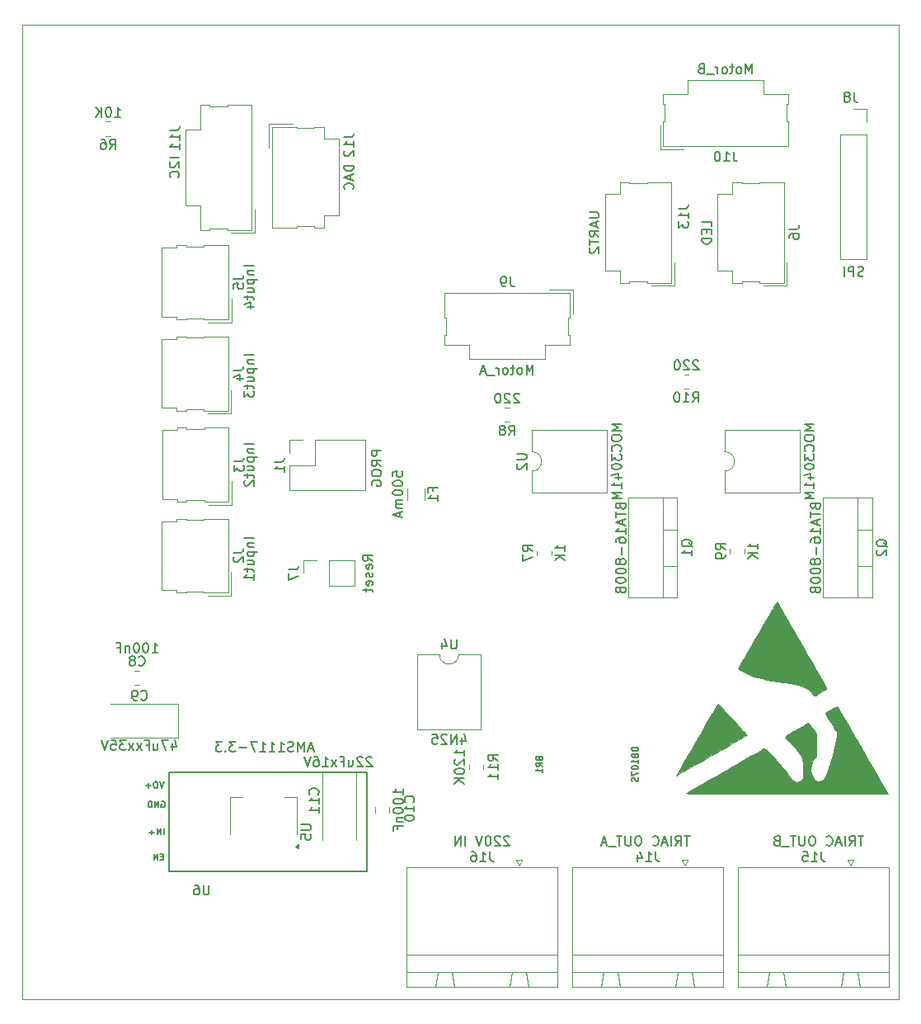
<source format=gbr>
%TF.GenerationSoftware,KiCad,Pcbnew,9.0.2*%
%TF.CreationDate,2025-06-12T16:32:13-03:00*%
%TF.ProjectId,v0.2,76302e32-2e6b-4696-9361-645f70636258,rev?*%
%TF.SameCoordinates,Original*%
%TF.FileFunction,Legend,Bot*%
%TF.FilePolarity,Positive*%
%FSLAX46Y46*%
G04 Gerber Fmt 4.6, Leading zero omitted, Abs format (unit mm)*
G04 Created by KiCad (PCBNEW 9.0.2) date 2025-06-12 16:32:13*
%MOMM*%
%LPD*%
G01*
G04 APERTURE LIST*
%ADD10C,0.150000*%
%ADD11C,0.120000*%
%ADD12C,0.127000*%
%ADD13C,0.010000*%
%TA.AperFunction,Profile*%
%ADD14C,0.050000*%
%TD*%
G04 APERTURE END LIST*
D10*
X98820057Y-113564761D02*
X98772438Y-113469523D01*
X98772438Y-113469523D02*
X98677200Y-113374285D01*
X98677200Y-113374285D02*
X98534342Y-113231428D01*
X98534342Y-113231428D02*
X98486723Y-113136190D01*
X98486723Y-113136190D02*
X98486723Y-113040952D01*
X98724819Y-113088571D02*
X98677200Y-112993333D01*
X98677200Y-112993333D02*
X98581961Y-112898095D01*
X98581961Y-112898095D02*
X98391485Y-112850476D01*
X98391485Y-112850476D02*
X98058152Y-112850476D01*
X98058152Y-112850476D02*
X97867676Y-112898095D01*
X97867676Y-112898095D02*
X97772438Y-112993333D01*
X97772438Y-112993333D02*
X97724819Y-113088571D01*
X97724819Y-113088571D02*
X97724819Y-113279047D01*
X97724819Y-113279047D02*
X97772438Y-113374285D01*
X97772438Y-113374285D02*
X97867676Y-113469523D01*
X97867676Y-113469523D02*
X98058152Y-113517142D01*
X98058152Y-113517142D02*
X98391485Y-113517142D01*
X98391485Y-113517142D02*
X98581961Y-113469523D01*
X98581961Y-113469523D02*
X98677200Y-113374285D01*
X98677200Y-113374285D02*
X98724819Y-113279047D01*
X98724819Y-113279047D02*
X98724819Y-113088571D01*
X98724819Y-114469523D02*
X98724819Y-113898095D01*
X98724819Y-114183809D02*
X97724819Y-114183809D01*
X97724819Y-114183809D02*
X97867676Y-114088571D01*
X97867676Y-114088571D02*
X97962914Y-113993333D01*
X97962914Y-113993333D02*
X98010533Y-113898095D01*
X91431009Y-109421904D02*
X91478628Y-109564761D01*
X91478628Y-109564761D02*
X91526247Y-109612380D01*
X91526247Y-109612380D02*
X91621485Y-109659999D01*
X91621485Y-109659999D02*
X91764342Y-109659999D01*
X91764342Y-109659999D02*
X91859580Y-109612380D01*
X91859580Y-109612380D02*
X91907200Y-109564761D01*
X91907200Y-109564761D02*
X91954819Y-109469523D01*
X91954819Y-109469523D02*
X91954819Y-109088571D01*
X91954819Y-109088571D02*
X90954819Y-109088571D01*
X90954819Y-109088571D02*
X90954819Y-109421904D01*
X90954819Y-109421904D02*
X91002438Y-109517142D01*
X91002438Y-109517142D02*
X91050057Y-109564761D01*
X91050057Y-109564761D02*
X91145295Y-109612380D01*
X91145295Y-109612380D02*
X91240533Y-109612380D01*
X91240533Y-109612380D02*
X91335771Y-109564761D01*
X91335771Y-109564761D02*
X91383390Y-109517142D01*
X91383390Y-109517142D02*
X91431009Y-109421904D01*
X91431009Y-109421904D02*
X91431009Y-109088571D01*
X90954819Y-109945714D02*
X90954819Y-110517142D01*
X91954819Y-110231428D02*
X90954819Y-110231428D01*
X91669104Y-110802857D02*
X91669104Y-111279047D01*
X91954819Y-110707619D02*
X90954819Y-111040952D01*
X90954819Y-111040952D02*
X91954819Y-111374285D01*
X91954819Y-112231428D02*
X91954819Y-111660000D01*
X91954819Y-111945714D02*
X90954819Y-111945714D01*
X90954819Y-111945714D02*
X91097676Y-111850476D01*
X91097676Y-111850476D02*
X91192914Y-111755238D01*
X91192914Y-111755238D02*
X91240533Y-111660000D01*
X90954819Y-113088571D02*
X90954819Y-112898095D01*
X90954819Y-112898095D02*
X91002438Y-112802857D01*
X91002438Y-112802857D02*
X91050057Y-112755238D01*
X91050057Y-112755238D02*
X91192914Y-112660000D01*
X91192914Y-112660000D02*
X91383390Y-112612381D01*
X91383390Y-112612381D02*
X91764342Y-112612381D01*
X91764342Y-112612381D02*
X91859580Y-112660000D01*
X91859580Y-112660000D02*
X91907200Y-112707619D01*
X91907200Y-112707619D02*
X91954819Y-112802857D01*
X91954819Y-112802857D02*
X91954819Y-112993333D01*
X91954819Y-112993333D02*
X91907200Y-113088571D01*
X91907200Y-113088571D02*
X91859580Y-113136190D01*
X91859580Y-113136190D02*
X91764342Y-113183809D01*
X91764342Y-113183809D02*
X91526247Y-113183809D01*
X91526247Y-113183809D02*
X91431009Y-113136190D01*
X91431009Y-113136190D02*
X91383390Y-113088571D01*
X91383390Y-113088571D02*
X91335771Y-112993333D01*
X91335771Y-112993333D02*
X91335771Y-112802857D01*
X91335771Y-112802857D02*
X91383390Y-112707619D01*
X91383390Y-112707619D02*
X91431009Y-112660000D01*
X91431009Y-112660000D02*
X91526247Y-112612381D01*
X91573866Y-113612381D02*
X91573866Y-114374286D01*
X91383390Y-114993333D02*
X91335771Y-114898095D01*
X91335771Y-114898095D02*
X91288152Y-114850476D01*
X91288152Y-114850476D02*
X91192914Y-114802857D01*
X91192914Y-114802857D02*
X91145295Y-114802857D01*
X91145295Y-114802857D02*
X91050057Y-114850476D01*
X91050057Y-114850476D02*
X91002438Y-114898095D01*
X91002438Y-114898095D02*
X90954819Y-114993333D01*
X90954819Y-114993333D02*
X90954819Y-115183809D01*
X90954819Y-115183809D02*
X91002438Y-115279047D01*
X91002438Y-115279047D02*
X91050057Y-115326666D01*
X91050057Y-115326666D02*
X91145295Y-115374285D01*
X91145295Y-115374285D02*
X91192914Y-115374285D01*
X91192914Y-115374285D02*
X91288152Y-115326666D01*
X91288152Y-115326666D02*
X91335771Y-115279047D01*
X91335771Y-115279047D02*
X91383390Y-115183809D01*
X91383390Y-115183809D02*
X91383390Y-114993333D01*
X91383390Y-114993333D02*
X91431009Y-114898095D01*
X91431009Y-114898095D02*
X91478628Y-114850476D01*
X91478628Y-114850476D02*
X91573866Y-114802857D01*
X91573866Y-114802857D02*
X91764342Y-114802857D01*
X91764342Y-114802857D02*
X91859580Y-114850476D01*
X91859580Y-114850476D02*
X91907200Y-114898095D01*
X91907200Y-114898095D02*
X91954819Y-114993333D01*
X91954819Y-114993333D02*
X91954819Y-115183809D01*
X91954819Y-115183809D02*
X91907200Y-115279047D01*
X91907200Y-115279047D02*
X91859580Y-115326666D01*
X91859580Y-115326666D02*
X91764342Y-115374285D01*
X91764342Y-115374285D02*
X91573866Y-115374285D01*
X91573866Y-115374285D02*
X91478628Y-115326666D01*
X91478628Y-115326666D02*
X91431009Y-115279047D01*
X91431009Y-115279047D02*
X91383390Y-115183809D01*
X90954819Y-115993333D02*
X90954819Y-116088571D01*
X90954819Y-116088571D02*
X91002438Y-116183809D01*
X91002438Y-116183809D02*
X91050057Y-116231428D01*
X91050057Y-116231428D02*
X91145295Y-116279047D01*
X91145295Y-116279047D02*
X91335771Y-116326666D01*
X91335771Y-116326666D02*
X91573866Y-116326666D01*
X91573866Y-116326666D02*
X91764342Y-116279047D01*
X91764342Y-116279047D02*
X91859580Y-116231428D01*
X91859580Y-116231428D02*
X91907200Y-116183809D01*
X91907200Y-116183809D02*
X91954819Y-116088571D01*
X91954819Y-116088571D02*
X91954819Y-115993333D01*
X91954819Y-115993333D02*
X91907200Y-115898095D01*
X91907200Y-115898095D02*
X91859580Y-115850476D01*
X91859580Y-115850476D02*
X91764342Y-115802857D01*
X91764342Y-115802857D02*
X91573866Y-115755238D01*
X91573866Y-115755238D02*
X91335771Y-115755238D01*
X91335771Y-115755238D02*
X91145295Y-115802857D01*
X91145295Y-115802857D02*
X91050057Y-115850476D01*
X91050057Y-115850476D02*
X91002438Y-115898095D01*
X91002438Y-115898095D02*
X90954819Y-115993333D01*
X90954819Y-116945714D02*
X90954819Y-117040952D01*
X90954819Y-117040952D02*
X91002438Y-117136190D01*
X91002438Y-117136190D02*
X91050057Y-117183809D01*
X91050057Y-117183809D02*
X91145295Y-117231428D01*
X91145295Y-117231428D02*
X91335771Y-117279047D01*
X91335771Y-117279047D02*
X91573866Y-117279047D01*
X91573866Y-117279047D02*
X91764342Y-117231428D01*
X91764342Y-117231428D02*
X91859580Y-117183809D01*
X91859580Y-117183809D02*
X91907200Y-117136190D01*
X91907200Y-117136190D02*
X91954819Y-117040952D01*
X91954819Y-117040952D02*
X91954819Y-116945714D01*
X91954819Y-116945714D02*
X91907200Y-116850476D01*
X91907200Y-116850476D02*
X91859580Y-116802857D01*
X91859580Y-116802857D02*
X91764342Y-116755238D01*
X91764342Y-116755238D02*
X91573866Y-116707619D01*
X91573866Y-116707619D02*
X91335771Y-116707619D01*
X91335771Y-116707619D02*
X91145295Y-116755238D01*
X91145295Y-116755238D02*
X91050057Y-116802857D01*
X91050057Y-116802857D02*
X91002438Y-116850476D01*
X91002438Y-116850476D02*
X90954819Y-116945714D01*
X91431009Y-118040952D02*
X91478628Y-118183809D01*
X91478628Y-118183809D02*
X91526247Y-118231428D01*
X91526247Y-118231428D02*
X91621485Y-118279047D01*
X91621485Y-118279047D02*
X91764342Y-118279047D01*
X91764342Y-118279047D02*
X91859580Y-118231428D01*
X91859580Y-118231428D02*
X91907200Y-118183809D01*
X91907200Y-118183809D02*
X91954819Y-118088571D01*
X91954819Y-118088571D02*
X91954819Y-117707619D01*
X91954819Y-117707619D02*
X90954819Y-117707619D01*
X90954819Y-117707619D02*
X90954819Y-118040952D01*
X90954819Y-118040952D02*
X91002438Y-118136190D01*
X91002438Y-118136190D02*
X91050057Y-118183809D01*
X91050057Y-118183809D02*
X91145295Y-118231428D01*
X91145295Y-118231428D02*
X91240533Y-118231428D01*
X91240533Y-118231428D02*
X91335771Y-118183809D01*
X91335771Y-118183809D02*
X91383390Y-118136190D01*
X91383390Y-118136190D02*
X91431009Y-118040952D01*
X91431009Y-118040952D02*
X91431009Y-117707619D01*
X118820057Y-113564761D02*
X118772438Y-113469523D01*
X118772438Y-113469523D02*
X118677200Y-113374285D01*
X118677200Y-113374285D02*
X118534342Y-113231428D01*
X118534342Y-113231428D02*
X118486723Y-113136190D01*
X118486723Y-113136190D02*
X118486723Y-113040952D01*
X118724819Y-113088571D02*
X118677200Y-112993333D01*
X118677200Y-112993333D02*
X118581961Y-112898095D01*
X118581961Y-112898095D02*
X118391485Y-112850476D01*
X118391485Y-112850476D02*
X118058152Y-112850476D01*
X118058152Y-112850476D02*
X117867676Y-112898095D01*
X117867676Y-112898095D02*
X117772438Y-112993333D01*
X117772438Y-112993333D02*
X117724819Y-113088571D01*
X117724819Y-113088571D02*
X117724819Y-113279047D01*
X117724819Y-113279047D02*
X117772438Y-113374285D01*
X117772438Y-113374285D02*
X117867676Y-113469523D01*
X117867676Y-113469523D02*
X118058152Y-113517142D01*
X118058152Y-113517142D02*
X118391485Y-113517142D01*
X118391485Y-113517142D02*
X118581961Y-113469523D01*
X118581961Y-113469523D02*
X118677200Y-113374285D01*
X118677200Y-113374285D02*
X118724819Y-113279047D01*
X118724819Y-113279047D02*
X118724819Y-113088571D01*
X117820057Y-113898095D02*
X117772438Y-113945714D01*
X117772438Y-113945714D02*
X117724819Y-114040952D01*
X117724819Y-114040952D02*
X117724819Y-114279047D01*
X117724819Y-114279047D02*
X117772438Y-114374285D01*
X117772438Y-114374285D02*
X117820057Y-114421904D01*
X117820057Y-114421904D02*
X117915295Y-114469523D01*
X117915295Y-114469523D02*
X118010533Y-114469523D01*
X118010533Y-114469523D02*
X118153390Y-114421904D01*
X118153390Y-114421904D02*
X118724819Y-113850476D01*
X118724819Y-113850476D02*
X118724819Y-114469523D01*
X111431009Y-109421904D02*
X111478628Y-109564761D01*
X111478628Y-109564761D02*
X111526247Y-109612380D01*
X111526247Y-109612380D02*
X111621485Y-109659999D01*
X111621485Y-109659999D02*
X111764342Y-109659999D01*
X111764342Y-109659999D02*
X111859580Y-109612380D01*
X111859580Y-109612380D02*
X111907200Y-109564761D01*
X111907200Y-109564761D02*
X111954819Y-109469523D01*
X111954819Y-109469523D02*
X111954819Y-109088571D01*
X111954819Y-109088571D02*
X110954819Y-109088571D01*
X110954819Y-109088571D02*
X110954819Y-109421904D01*
X110954819Y-109421904D02*
X111002438Y-109517142D01*
X111002438Y-109517142D02*
X111050057Y-109564761D01*
X111050057Y-109564761D02*
X111145295Y-109612380D01*
X111145295Y-109612380D02*
X111240533Y-109612380D01*
X111240533Y-109612380D02*
X111335771Y-109564761D01*
X111335771Y-109564761D02*
X111383390Y-109517142D01*
X111383390Y-109517142D02*
X111431009Y-109421904D01*
X111431009Y-109421904D02*
X111431009Y-109088571D01*
X110954819Y-109945714D02*
X110954819Y-110517142D01*
X111954819Y-110231428D02*
X110954819Y-110231428D01*
X111669104Y-110802857D02*
X111669104Y-111279047D01*
X111954819Y-110707619D02*
X110954819Y-111040952D01*
X110954819Y-111040952D02*
X111954819Y-111374285D01*
X111954819Y-112231428D02*
X111954819Y-111660000D01*
X111954819Y-111945714D02*
X110954819Y-111945714D01*
X110954819Y-111945714D02*
X111097676Y-111850476D01*
X111097676Y-111850476D02*
X111192914Y-111755238D01*
X111192914Y-111755238D02*
X111240533Y-111660000D01*
X110954819Y-113088571D02*
X110954819Y-112898095D01*
X110954819Y-112898095D02*
X111002438Y-112802857D01*
X111002438Y-112802857D02*
X111050057Y-112755238D01*
X111050057Y-112755238D02*
X111192914Y-112660000D01*
X111192914Y-112660000D02*
X111383390Y-112612381D01*
X111383390Y-112612381D02*
X111764342Y-112612381D01*
X111764342Y-112612381D02*
X111859580Y-112660000D01*
X111859580Y-112660000D02*
X111907200Y-112707619D01*
X111907200Y-112707619D02*
X111954819Y-112802857D01*
X111954819Y-112802857D02*
X111954819Y-112993333D01*
X111954819Y-112993333D02*
X111907200Y-113088571D01*
X111907200Y-113088571D02*
X111859580Y-113136190D01*
X111859580Y-113136190D02*
X111764342Y-113183809D01*
X111764342Y-113183809D02*
X111526247Y-113183809D01*
X111526247Y-113183809D02*
X111431009Y-113136190D01*
X111431009Y-113136190D02*
X111383390Y-113088571D01*
X111383390Y-113088571D02*
X111335771Y-112993333D01*
X111335771Y-112993333D02*
X111335771Y-112802857D01*
X111335771Y-112802857D02*
X111383390Y-112707619D01*
X111383390Y-112707619D02*
X111431009Y-112660000D01*
X111431009Y-112660000D02*
X111526247Y-112612381D01*
X111573866Y-113612381D02*
X111573866Y-114374286D01*
X111383390Y-114993333D02*
X111335771Y-114898095D01*
X111335771Y-114898095D02*
X111288152Y-114850476D01*
X111288152Y-114850476D02*
X111192914Y-114802857D01*
X111192914Y-114802857D02*
X111145295Y-114802857D01*
X111145295Y-114802857D02*
X111050057Y-114850476D01*
X111050057Y-114850476D02*
X111002438Y-114898095D01*
X111002438Y-114898095D02*
X110954819Y-114993333D01*
X110954819Y-114993333D02*
X110954819Y-115183809D01*
X110954819Y-115183809D02*
X111002438Y-115279047D01*
X111002438Y-115279047D02*
X111050057Y-115326666D01*
X111050057Y-115326666D02*
X111145295Y-115374285D01*
X111145295Y-115374285D02*
X111192914Y-115374285D01*
X111192914Y-115374285D02*
X111288152Y-115326666D01*
X111288152Y-115326666D02*
X111335771Y-115279047D01*
X111335771Y-115279047D02*
X111383390Y-115183809D01*
X111383390Y-115183809D02*
X111383390Y-114993333D01*
X111383390Y-114993333D02*
X111431009Y-114898095D01*
X111431009Y-114898095D02*
X111478628Y-114850476D01*
X111478628Y-114850476D02*
X111573866Y-114802857D01*
X111573866Y-114802857D02*
X111764342Y-114802857D01*
X111764342Y-114802857D02*
X111859580Y-114850476D01*
X111859580Y-114850476D02*
X111907200Y-114898095D01*
X111907200Y-114898095D02*
X111954819Y-114993333D01*
X111954819Y-114993333D02*
X111954819Y-115183809D01*
X111954819Y-115183809D02*
X111907200Y-115279047D01*
X111907200Y-115279047D02*
X111859580Y-115326666D01*
X111859580Y-115326666D02*
X111764342Y-115374285D01*
X111764342Y-115374285D02*
X111573866Y-115374285D01*
X111573866Y-115374285D02*
X111478628Y-115326666D01*
X111478628Y-115326666D02*
X111431009Y-115279047D01*
X111431009Y-115279047D02*
X111383390Y-115183809D01*
X110954819Y-115993333D02*
X110954819Y-116088571D01*
X110954819Y-116088571D02*
X111002438Y-116183809D01*
X111002438Y-116183809D02*
X111050057Y-116231428D01*
X111050057Y-116231428D02*
X111145295Y-116279047D01*
X111145295Y-116279047D02*
X111335771Y-116326666D01*
X111335771Y-116326666D02*
X111573866Y-116326666D01*
X111573866Y-116326666D02*
X111764342Y-116279047D01*
X111764342Y-116279047D02*
X111859580Y-116231428D01*
X111859580Y-116231428D02*
X111907200Y-116183809D01*
X111907200Y-116183809D02*
X111954819Y-116088571D01*
X111954819Y-116088571D02*
X111954819Y-115993333D01*
X111954819Y-115993333D02*
X111907200Y-115898095D01*
X111907200Y-115898095D02*
X111859580Y-115850476D01*
X111859580Y-115850476D02*
X111764342Y-115802857D01*
X111764342Y-115802857D02*
X111573866Y-115755238D01*
X111573866Y-115755238D02*
X111335771Y-115755238D01*
X111335771Y-115755238D02*
X111145295Y-115802857D01*
X111145295Y-115802857D02*
X111050057Y-115850476D01*
X111050057Y-115850476D02*
X111002438Y-115898095D01*
X111002438Y-115898095D02*
X110954819Y-115993333D01*
X110954819Y-116945714D02*
X110954819Y-117040952D01*
X110954819Y-117040952D02*
X111002438Y-117136190D01*
X111002438Y-117136190D02*
X111050057Y-117183809D01*
X111050057Y-117183809D02*
X111145295Y-117231428D01*
X111145295Y-117231428D02*
X111335771Y-117279047D01*
X111335771Y-117279047D02*
X111573866Y-117279047D01*
X111573866Y-117279047D02*
X111764342Y-117231428D01*
X111764342Y-117231428D02*
X111859580Y-117183809D01*
X111859580Y-117183809D02*
X111907200Y-117136190D01*
X111907200Y-117136190D02*
X111954819Y-117040952D01*
X111954819Y-117040952D02*
X111954819Y-116945714D01*
X111954819Y-116945714D02*
X111907200Y-116850476D01*
X111907200Y-116850476D02*
X111859580Y-116802857D01*
X111859580Y-116802857D02*
X111764342Y-116755238D01*
X111764342Y-116755238D02*
X111573866Y-116707619D01*
X111573866Y-116707619D02*
X111335771Y-116707619D01*
X111335771Y-116707619D02*
X111145295Y-116755238D01*
X111145295Y-116755238D02*
X111050057Y-116802857D01*
X111050057Y-116802857D02*
X111002438Y-116850476D01*
X111002438Y-116850476D02*
X110954819Y-116945714D01*
X111431009Y-118040952D02*
X111478628Y-118183809D01*
X111478628Y-118183809D02*
X111526247Y-118231428D01*
X111526247Y-118231428D02*
X111621485Y-118279047D01*
X111621485Y-118279047D02*
X111764342Y-118279047D01*
X111764342Y-118279047D02*
X111859580Y-118231428D01*
X111859580Y-118231428D02*
X111907200Y-118183809D01*
X111907200Y-118183809D02*
X111954819Y-118088571D01*
X111954819Y-118088571D02*
X111954819Y-117707619D01*
X111954819Y-117707619D02*
X110954819Y-117707619D01*
X110954819Y-117707619D02*
X110954819Y-118040952D01*
X110954819Y-118040952D02*
X111002438Y-118136190D01*
X111002438Y-118136190D02*
X111050057Y-118183809D01*
X111050057Y-118183809D02*
X111145295Y-118231428D01*
X111145295Y-118231428D02*
X111240533Y-118231428D01*
X111240533Y-118231428D02*
X111335771Y-118183809D01*
X111335771Y-118183809D02*
X111383390Y-118136190D01*
X111383390Y-118136190D02*
X111431009Y-118040952D01*
X111431009Y-118040952D02*
X111431009Y-117707619D01*
X70159580Y-139757142D02*
X70207200Y-139709523D01*
X70207200Y-139709523D02*
X70254819Y-139566666D01*
X70254819Y-139566666D02*
X70254819Y-139471428D01*
X70254819Y-139471428D02*
X70207200Y-139328571D01*
X70207200Y-139328571D02*
X70111961Y-139233333D01*
X70111961Y-139233333D02*
X70016723Y-139185714D01*
X70016723Y-139185714D02*
X69826247Y-139138095D01*
X69826247Y-139138095D02*
X69683390Y-139138095D01*
X69683390Y-139138095D02*
X69492914Y-139185714D01*
X69492914Y-139185714D02*
X69397676Y-139233333D01*
X69397676Y-139233333D02*
X69302438Y-139328571D01*
X69302438Y-139328571D02*
X69254819Y-139471428D01*
X69254819Y-139471428D02*
X69254819Y-139566666D01*
X69254819Y-139566666D02*
X69302438Y-139709523D01*
X69302438Y-139709523D02*
X69350057Y-139757142D01*
X70254819Y-140709523D02*
X70254819Y-140138095D01*
X70254819Y-140423809D02*
X69254819Y-140423809D01*
X69254819Y-140423809D02*
X69397676Y-140328571D01*
X69397676Y-140328571D02*
X69492914Y-140233333D01*
X69492914Y-140233333D02*
X69540533Y-140138095D01*
X69254819Y-141328571D02*
X69254819Y-141423809D01*
X69254819Y-141423809D02*
X69302438Y-141519047D01*
X69302438Y-141519047D02*
X69350057Y-141566666D01*
X69350057Y-141566666D02*
X69445295Y-141614285D01*
X69445295Y-141614285D02*
X69635771Y-141661904D01*
X69635771Y-141661904D02*
X69873866Y-141661904D01*
X69873866Y-141661904D02*
X70064342Y-141614285D01*
X70064342Y-141614285D02*
X70159580Y-141566666D01*
X70159580Y-141566666D02*
X70207200Y-141519047D01*
X70207200Y-141519047D02*
X70254819Y-141423809D01*
X70254819Y-141423809D02*
X70254819Y-141328571D01*
X70254819Y-141328571D02*
X70207200Y-141233333D01*
X70207200Y-141233333D02*
X70159580Y-141185714D01*
X70159580Y-141185714D02*
X70064342Y-141138095D01*
X70064342Y-141138095D02*
X69873866Y-141090476D01*
X69873866Y-141090476D02*
X69635771Y-141090476D01*
X69635771Y-141090476D02*
X69445295Y-141138095D01*
X69445295Y-141138095D02*
X69350057Y-141185714D01*
X69350057Y-141185714D02*
X69302438Y-141233333D01*
X69302438Y-141233333D02*
X69254819Y-141328571D01*
X69092319Y-139002380D02*
X69092319Y-138430952D01*
X69092319Y-138716666D02*
X68092319Y-138716666D01*
X68092319Y-138716666D02*
X68235176Y-138621428D01*
X68235176Y-138621428D02*
X68330414Y-138526190D01*
X68330414Y-138526190D02*
X68378033Y-138430952D01*
X68092319Y-139621428D02*
X68092319Y-139716666D01*
X68092319Y-139716666D02*
X68139938Y-139811904D01*
X68139938Y-139811904D02*
X68187557Y-139859523D01*
X68187557Y-139859523D02*
X68282795Y-139907142D01*
X68282795Y-139907142D02*
X68473271Y-139954761D01*
X68473271Y-139954761D02*
X68711366Y-139954761D01*
X68711366Y-139954761D02*
X68901842Y-139907142D01*
X68901842Y-139907142D02*
X68997080Y-139859523D01*
X68997080Y-139859523D02*
X69044700Y-139811904D01*
X69044700Y-139811904D02*
X69092319Y-139716666D01*
X69092319Y-139716666D02*
X69092319Y-139621428D01*
X69092319Y-139621428D02*
X69044700Y-139526190D01*
X69044700Y-139526190D02*
X68997080Y-139478571D01*
X68997080Y-139478571D02*
X68901842Y-139430952D01*
X68901842Y-139430952D02*
X68711366Y-139383333D01*
X68711366Y-139383333D02*
X68473271Y-139383333D01*
X68473271Y-139383333D02*
X68282795Y-139430952D01*
X68282795Y-139430952D02*
X68187557Y-139478571D01*
X68187557Y-139478571D02*
X68139938Y-139526190D01*
X68139938Y-139526190D02*
X68092319Y-139621428D01*
X68092319Y-140573809D02*
X68092319Y-140669047D01*
X68092319Y-140669047D02*
X68139938Y-140764285D01*
X68139938Y-140764285D02*
X68187557Y-140811904D01*
X68187557Y-140811904D02*
X68282795Y-140859523D01*
X68282795Y-140859523D02*
X68473271Y-140907142D01*
X68473271Y-140907142D02*
X68711366Y-140907142D01*
X68711366Y-140907142D02*
X68901842Y-140859523D01*
X68901842Y-140859523D02*
X68997080Y-140811904D01*
X68997080Y-140811904D02*
X69044700Y-140764285D01*
X69044700Y-140764285D02*
X69092319Y-140669047D01*
X69092319Y-140669047D02*
X69092319Y-140573809D01*
X69092319Y-140573809D02*
X69044700Y-140478571D01*
X69044700Y-140478571D02*
X68997080Y-140430952D01*
X68997080Y-140430952D02*
X68901842Y-140383333D01*
X68901842Y-140383333D02*
X68711366Y-140335714D01*
X68711366Y-140335714D02*
X68473271Y-140335714D01*
X68473271Y-140335714D02*
X68282795Y-140383333D01*
X68282795Y-140383333D02*
X68187557Y-140430952D01*
X68187557Y-140430952D02*
X68139938Y-140478571D01*
X68139938Y-140478571D02*
X68092319Y-140573809D01*
X68425652Y-141335714D02*
X69092319Y-141335714D01*
X68520890Y-141335714D02*
X68473271Y-141383333D01*
X68473271Y-141383333D02*
X68425652Y-141478571D01*
X68425652Y-141478571D02*
X68425652Y-141621428D01*
X68425652Y-141621428D02*
X68473271Y-141716666D01*
X68473271Y-141716666D02*
X68568509Y-141764285D01*
X68568509Y-141764285D02*
X69092319Y-141764285D01*
X68568509Y-142573809D02*
X68568509Y-142240476D01*
X69092319Y-142240476D02*
X68092319Y-142240476D01*
X68092319Y-142240476D02*
X68092319Y-142716666D01*
X79966666Y-102104819D02*
X80299999Y-101628628D01*
X80538094Y-102104819D02*
X80538094Y-101104819D01*
X80538094Y-101104819D02*
X80157142Y-101104819D01*
X80157142Y-101104819D02*
X80061904Y-101152438D01*
X80061904Y-101152438D02*
X80014285Y-101200057D01*
X80014285Y-101200057D02*
X79966666Y-101295295D01*
X79966666Y-101295295D02*
X79966666Y-101438152D01*
X79966666Y-101438152D02*
X80014285Y-101533390D01*
X80014285Y-101533390D02*
X80061904Y-101581009D01*
X80061904Y-101581009D02*
X80157142Y-101628628D01*
X80157142Y-101628628D02*
X80538094Y-101628628D01*
X79395237Y-101533390D02*
X79490475Y-101485771D01*
X79490475Y-101485771D02*
X79538094Y-101438152D01*
X79538094Y-101438152D02*
X79585713Y-101342914D01*
X79585713Y-101342914D02*
X79585713Y-101295295D01*
X79585713Y-101295295D02*
X79538094Y-101200057D01*
X79538094Y-101200057D02*
X79490475Y-101152438D01*
X79490475Y-101152438D02*
X79395237Y-101104819D01*
X79395237Y-101104819D02*
X79204761Y-101104819D01*
X79204761Y-101104819D02*
X79109523Y-101152438D01*
X79109523Y-101152438D02*
X79061904Y-101200057D01*
X79061904Y-101200057D02*
X79014285Y-101295295D01*
X79014285Y-101295295D02*
X79014285Y-101342914D01*
X79014285Y-101342914D02*
X79061904Y-101438152D01*
X79061904Y-101438152D02*
X79109523Y-101485771D01*
X79109523Y-101485771D02*
X79204761Y-101533390D01*
X79204761Y-101533390D02*
X79395237Y-101533390D01*
X79395237Y-101533390D02*
X79490475Y-101581009D01*
X79490475Y-101581009D02*
X79538094Y-101628628D01*
X79538094Y-101628628D02*
X79585713Y-101723866D01*
X79585713Y-101723866D02*
X79585713Y-101914342D01*
X79585713Y-101914342D02*
X79538094Y-102009580D01*
X79538094Y-102009580D02*
X79490475Y-102057200D01*
X79490475Y-102057200D02*
X79395237Y-102104819D01*
X79395237Y-102104819D02*
X79204761Y-102104819D01*
X79204761Y-102104819D02*
X79109523Y-102057200D01*
X79109523Y-102057200D02*
X79061904Y-102009580D01*
X79061904Y-102009580D02*
X79014285Y-101914342D01*
X79014285Y-101914342D02*
X79014285Y-101723866D01*
X79014285Y-101723866D02*
X79061904Y-101628628D01*
X79061904Y-101628628D02*
X79109523Y-101581009D01*
X79109523Y-101581009D02*
X79204761Y-101533390D01*
X81038094Y-97900057D02*
X80990475Y-97852438D01*
X80990475Y-97852438D02*
X80895237Y-97804819D01*
X80895237Y-97804819D02*
X80657142Y-97804819D01*
X80657142Y-97804819D02*
X80561904Y-97852438D01*
X80561904Y-97852438D02*
X80514285Y-97900057D01*
X80514285Y-97900057D02*
X80466666Y-97995295D01*
X80466666Y-97995295D02*
X80466666Y-98090533D01*
X80466666Y-98090533D02*
X80514285Y-98233390D01*
X80514285Y-98233390D02*
X81085713Y-98804819D01*
X81085713Y-98804819D02*
X80466666Y-98804819D01*
X80085713Y-97900057D02*
X80038094Y-97852438D01*
X80038094Y-97852438D02*
X79942856Y-97804819D01*
X79942856Y-97804819D02*
X79704761Y-97804819D01*
X79704761Y-97804819D02*
X79609523Y-97852438D01*
X79609523Y-97852438D02*
X79561904Y-97900057D01*
X79561904Y-97900057D02*
X79514285Y-97995295D01*
X79514285Y-97995295D02*
X79514285Y-98090533D01*
X79514285Y-98090533D02*
X79561904Y-98233390D01*
X79561904Y-98233390D02*
X80133332Y-98804819D01*
X80133332Y-98804819D02*
X79514285Y-98804819D01*
X78895237Y-97804819D02*
X78799999Y-97804819D01*
X78799999Y-97804819D02*
X78704761Y-97852438D01*
X78704761Y-97852438D02*
X78657142Y-97900057D01*
X78657142Y-97900057D02*
X78609523Y-97995295D01*
X78609523Y-97995295D02*
X78561904Y-98185771D01*
X78561904Y-98185771D02*
X78561904Y-98423866D01*
X78561904Y-98423866D02*
X78609523Y-98614342D01*
X78609523Y-98614342D02*
X78657142Y-98709580D01*
X78657142Y-98709580D02*
X78704761Y-98757200D01*
X78704761Y-98757200D02*
X78799999Y-98804819D01*
X78799999Y-98804819D02*
X78895237Y-98804819D01*
X78895237Y-98804819D02*
X78990475Y-98757200D01*
X78990475Y-98757200D02*
X79038094Y-98709580D01*
X79038094Y-98709580D02*
X79085713Y-98614342D01*
X79085713Y-98614342D02*
X79133332Y-98423866D01*
X79133332Y-98423866D02*
X79133332Y-98185771D01*
X79133332Y-98185771D02*
X79085713Y-97995295D01*
X79085713Y-97995295D02*
X79038094Y-97900057D01*
X79038094Y-97900057D02*
X78990475Y-97852438D01*
X78990475Y-97852438D02*
X78895237Y-97804819D01*
X108774819Y-80976666D02*
X109489104Y-80976666D01*
X109489104Y-80976666D02*
X109631961Y-80929047D01*
X109631961Y-80929047D02*
X109727200Y-80833809D01*
X109727200Y-80833809D02*
X109774819Y-80690952D01*
X109774819Y-80690952D02*
X109774819Y-80595714D01*
X108774819Y-81881428D02*
X108774819Y-81690952D01*
X108774819Y-81690952D02*
X108822438Y-81595714D01*
X108822438Y-81595714D02*
X108870057Y-81548095D01*
X108870057Y-81548095D02*
X109012914Y-81452857D01*
X109012914Y-81452857D02*
X109203390Y-81405238D01*
X109203390Y-81405238D02*
X109584342Y-81405238D01*
X109584342Y-81405238D02*
X109679580Y-81452857D01*
X109679580Y-81452857D02*
X109727200Y-81500476D01*
X109727200Y-81500476D02*
X109774819Y-81595714D01*
X109774819Y-81595714D02*
X109774819Y-81786190D01*
X109774819Y-81786190D02*
X109727200Y-81881428D01*
X109727200Y-81881428D02*
X109679580Y-81929047D01*
X109679580Y-81929047D02*
X109584342Y-81976666D01*
X109584342Y-81976666D02*
X109346247Y-81976666D01*
X109346247Y-81976666D02*
X109251009Y-81929047D01*
X109251009Y-81929047D02*
X109203390Y-81881428D01*
X109203390Y-81881428D02*
X109155771Y-81786190D01*
X109155771Y-81786190D02*
X109155771Y-81595714D01*
X109155771Y-81595714D02*
X109203390Y-81500476D01*
X109203390Y-81500476D02*
X109251009Y-81452857D01*
X109251009Y-81452857D02*
X109346247Y-81405238D01*
X100774819Y-80667142D02*
X100774819Y-80190952D01*
X100774819Y-80190952D02*
X99774819Y-80190952D01*
X100251009Y-81000476D02*
X100251009Y-81333809D01*
X100774819Y-81476666D02*
X100774819Y-81000476D01*
X100774819Y-81000476D02*
X99774819Y-81000476D01*
X99774819Y-81000476D02*
X99774819Y-81476666D01*
X100774819Y-81905238D02*
X99774819Y-81905238D01*
X99774819Y-81905238D02*
X99774819Y-82143333D01*
X99774819Y-82143333D02*
X99822438Y-82286190D01*
X99822438Y-82286190D02*
X99917676Y-82381428D01*
X99917676Y-82381428D02*
X100012914Y-82429047D01*
X100012914Y-82429047D02*
X100203390Y-82476666D01*
X100203390Y-82476666D02*
X100346247Y-82476666D01*
X100346247Y-82476666D02*
X100536723Y-82429047D01*
X100536723Y-82429047D02*
X100631961Y-82381428D01*
X100631961Y-82381428D02*
X100727200Y-82286190D01*
X100727200Y-82286190D02*
X100774819Y-82143333D01*
X100774819Y-82143333D02*
X100774819Y-81905238D01*
X74596904Y-123044819D02*
X74596904Y-123854342D01*
X74596904Y-123854342D02*
X74549285Y-123949580D01*
X74549285Y-123949580D02*
X74501666Y-123997200D01*
X74501666Y-123997200D02*
X74406428Y-124044819D01*
X74406428Y-124044819D02*
X74215952Y-124044819D01*
X74215952Y-124044819D02*
X74120714Y-123997200D01*
X74120714Y-123997200D02*
X74073095Y-123949580D01*
X74073095Y-123949580D02*
X74025476Y-123854342D01*
X74025476Y-123854342D02*
X74025476Y-123044819D01*
X73120714Y-123378152D02*
X73120714Y-124044819D01*
X73358809Y-122997200D02*
X73596904Y-123711485D01*
X73596904Y-123711485D02*
X72977857Y-123711485D01*
X75120714Y-133118152D02*
X75120714Y-133784819D01*
X75358809Y-132737200D02*
X75596904Y-133451485D01*
X75596904Y-133451485D02*
X74977857Y-133451485D01*
X74596904Y-133784819D02*
X74596904Y-132784819D01*
X74596904Y-132784819D02*
X74025476Y-133784819D01*
X74025476Y-133784819D02*
X74025476Y-132784819D01*
X73596904Y-132880057D02*
X73549285Y-132832438D01*
X73549285Y-132832438D02*
X73454047Y-132784819D01*
X73454047Y-132784819D02*
X73215952Y-132784819D01*
X73215952Y-132784819D02*
X73120714Y-132832438D01*
X73120714Y-132832438D02*
X73073095Y-132880057D01*
X73073095Y-132880057D02*
X73025476Y-132975295D01*
X73025476Y-132975295D02*
X73025476Y-133070533D01*
X73025476Y-133070533D02*
X73073095Y-133213390D01*
X73073095Y-133213390D02*
X73644523Y-133784819D01*
X73644523Y-133784819D02*
X73025476Y-133784819D01*
X72120714Y-132784819D02*
X72596904Y-132784819D01*
X72596904Y-132784819D02*
X72644523Y-133261009D01*
X72644523Y-133261009D02*
X72596904Y-133213390D01*
X72596904Y-133213390D02*
X72501666Y-133165771D01*
X72501666Y-133165771D02*
X72263571Y-133165771D01*
X72263571Y-133165771D02*
X72168333Y-133213390D01*
X72168333Y-133213390D02*
X72120714Y-133261009D01*
X72120714Y-133261009D02*
X72073095Y-133356247D01*
X72073095Y-133356247D02*
X72073095Y-133594342D01*
X72073095Y-133594342D02*
X72120714Y-133689580D01*
X72120714Y-133689580D02*
X72168333Y-133737200D01*
X72168333Y-133737200D02*
X72263571Y-133784819D01*
X72263571Y-133784819D02*
X72501666Y-133784819D01*
X72501666Y-133784819D02*
X72596904Y-133737200D01*
X72596904Y-133737200D02*
X72644523Y-133689580D01*
X112061523Y-144844819D02*
X112061523Y-145559104D01*
X112061523Y-145559104D02*
X112109142Y-145701961D01*
X112109142Y-145701961D02*
X112204380Y-145797200D01*
X112204380Y-145797200D02*
X112347237Y-145844819D01*
X112347237Y-145844819D02*
X112442475Y-145844819D01*
X111061523Y-145844819D02*
X111632951Y-145844819D01*
X111347237Y-145844819D02*
X111347237Y-144844819D01*
X111347237Y-144844819D02*
X111442475Y-144987676D01*
X111442475Y-144987676D02*
X111537713Y-145082914D01*
X111537713Y-145082914D02*
X111632951Y-145130533D01*
X110156761Y-144844819D02*
X110632951Y-144844819D01*
X110632951Y-144844819D02*
X110680570Y-145321009D01*
X110680570Y-145321009D02*
X110632951Y-145273390D01*
X110632951Y-145273390D02*
X110537713Y-145225771D01*
X110537713Y-145225771D02*
X110299618Y-145225771D01*
X110299618Y-145225771D02*
X110204380Y-145273390D01*
X110204380Y-145273390D02*
X110156761Y-145321009D01*
X110156761Y-145321009D02*
X110109142Y-145416247D01*
X110109142Y-145416247D02*
X110109142Y-145654342D01*
X110109142Y-145654342D02*
X110156761Y-145749580D01*
X110156761Y-145749580D02*
X110204380Y-145797200D01*
X110204380Y-145797200D02*
X110299618Y-145844819D01*
X110299618Y-145844819D02*
X110537713Y-145844819D01*
X110537713Y-145844819D02*
X110632951Y-145797200D01*
X110632951Y-145797200D02*
X110680570Y-145749580D01*
X116402856Y-143218819D02*
X115831428Y-143218819D01*
X116117142Y-144218819D02*
X116117142Y-143218819D01*
X114926666Y-144218819D02*
X115259999Y-143742628D01*
X115498094Y-144218819D02*
X115498094Y-143218819D01*
X115498094Y-143218819D02*
X115117142Y-143218819D01*
X115117142Y-143218819D02*
X115021904Y-143266438D01*
X115021904Y-143266438D02*
X114974285Y-143314057D01*
X114974285Y-143314057D02*
X114926666Y-143409295D01*
X114926666Y-143409295D02*
X114926666Y-143552152D01*
X114926666Y-143552152D02*
X114974285Y-143647390D01*
X114974285Y-143647390D02*
X115021904Y-143695009D01*
X115021904Y-143695009D02*
X115117142Y-143742628D01*
X115117142Y-143742628D02*
X115498094Y-143742628D01*
X114498094Y-144218819D02*
X114498094Y-143218819D01*
X114069523Y-143933104D02*
X113593333Y-143933104D01*
X114164761Y-144218819D02*
X113831428Y-143218819D01*
X113831428Y-143218819D02*
X113498095Y-144218819D01*
X112593333Y-144123580D02*
X112640952Y-144171200D01*
X112640952Y-144171200D02*
X112783809Y-144218819D01*
X112783809Y-144218819D02*
X112879047Y-144218819D01*
X112879047Y-144218819D02*
X113021904Y-144171200D01*
X113021904Y-144171200D02*
X113117142Y-144075961D01*
X113117142Y-144075961D02*
X113164761Y-143980723D01*
X113164761Y-143980723D02*
X113212380Y-143790247D01*
X113212380Y-143790247D02*
X113212380Y-143647390D01*
X113212380Y-143647390D02*
X113164761Y-143456914D01*
X113164761Y-143456914D02*
X113117142Y-143361676D01*
X113117142Y-143361676D02*
X113021904Y-143266438D01*
X113021904Y-143266438D02*
X112879047Y-143218819D01*
X112879047Y-143218819D02*
X112783809Y-143218819D01*
X112783809Y-143218819D02*
X112640952Y-143266438D01*
X112640952Y-143266438D02*
X112593333Y-143314057D01*
X111212380Y-143218819D02*
X111021904Y-143218819D01*
X111021904Y-143218819D02*
X110926666Y-143266438D01*
X110926666Y-143266438D02*
X110831428Y-143361676D01*
X110831428Y-143361676D02*
X110783809Y-143552152D01*
X110783809Y-143552152D02*
X110783809Y-143885485D01*
X110783809Y-143885485D02*
X110831428Y-144075961D01*
X110831428Y-144075961D02*
X110926666Y-144171200D01*
X110926666Y-144171200D02*
X111021904Y-144218819D01*
X111021904Y-144218819D02*
X111212380Y-144218819D01*
X111212380Y-144218819D02*
X111307618Y-144171200D01*
X111307618Y-144171200D02*
X111402856Y-144075961D01*
X111402856Y-144075961D02*
X111450475Y-143885485D01*
X111450475Y-143885485D02*
X111450475Y-143552152D01*
X111450475Y-143552152D02*
X111402856Y-143361676D01*
X111402856Y-143361676D02*
X111307618Y-143266438D01*
X111307618Y-143266438D02*
X111212380Y-143218819D01*
X110355237Y-143218819D02*
X110355237Y-144028342D01*
X110355237Y-144028342D02*
X110307618Y-144123580D01*
X110307618Y-144123580D02*
X110259999Y-144171200D01*
X110259999Y-144171200D02*
X110164761Y-144218819D01*
X110164761Y-144218819D02*
X109974285Y-144218819D01*
X109974285Y-144218819D02*
X109879047Y-144171200D01*
X109879047Y-144171200D02*
X109831428Y-144123580D01*
X109831428Y-144123580D02*
X109783809Y-144028342D01*
X109783809Y-144028342D02*
X109783809Y-143218819D01*
X109450475Y-143218819D02*
X108879047Y-143218819D01*
X109164761Y-144218819D02*
X109164761Y-143218819D01*
X108783809Y-144314057D02*
X108021904Y-144314057D01*
X107450475Y-143695009D02*
X107307618Y-143742628D01*
X107307618Y-143742628D02*
X107259999Y-143790247D01*
X107259999Y-143790247D02*
X107212380Y-143885485D01*
X107212380Y-143885485D02*
X107212380Y-144028342D01*
X107212380Y-144028342D02*
X107259999Y-144123580D01*
X107259999Y-144123580D02*
X107307618Y-144171200D01*
X107307618Y-144171200D02*
X107402856Y-144218819D01*
X107402856Y-144218819D02*
X107783808Y-144218819D01*
X107783808Y-144218819D02*
X107783808Y-143218819D01*
X107783808Y-143218819D02*
X107450475Y-143218819D01*
X107450475Y-143218819D02*
X107355237Y-143266438D01*
X107355237Y-143266438D02*
X107307618Y-143314057D01*
X107307618Y-143314057D02*
X107259999Y-143409295D01*
X107259999Y-143409295D02*
X107259999Y-143504533D01*
X107259999Y-143504533D02*
X107307618Y-143599771D01*
X107307618Y-143599771D02*
X107355237Y-143647390D01*
X107355237Y-143647390D02*
X107450475Y-143695009D01*
X107450475Y-143695009D02*
X107783808Y-143695009D01*
X51762319Y-104796666D02*
X52476604Y-104796666D01*
X52476604Y-104796666D02*
X52619461Y-104749047D01*
X52619461Y-104749047D02*
X52714700Y-104653809D01*
X52714700Y-104653809D02*
X52762319Y-104510952D01*
X52762319Y-104510952D02*
X52762319Y-104415714D01*
X51762319Y-105177619D02*
X51762319Y-105796666D01*
X51762319Y-105796666D02*
X52143271Y-105463333D01*
X52143271Y-105463333D02*
X52143271Y-105606190D01*
X52143271Y-105606190D02*
X52190890Y-105701428D01*
X52190890Y-105701428D02*
X52238509Y-105749047D01*
X52238509Y-105749047D02*
X52333747Y-105796666D01*
X52333747Y-105796666D02*
X52571842Y-105796666D01*
X52571842Y-105796666D02*
X52667080Y-105749047D01*
X52667080Y-105749047D02*
X52714700Y-105701428D01*
X52714700Y-105701428D02*
X52762319Y-105606190D01*
X52762319Y-105606190D02*
X52762319Y-105320476D01*
X52762319Y-105320476D02*
X52714700Y-105225238D01*
X52714700Y-105225238D02*
X52667080Y-105177619D01*
X53794819Y-103010952D02*
X52794819Y-103010952D01*
X53128152Y-103487142D02*
X53794819Y-103487142D01*
X53223390Y-103487142D02*
X53175771Y-103534761D01*
X53175771Y-103534761D02*
X53128152Y-103629999D01*
X53128152Y-103629999D02*
X53128152Y-103772856D01*
X53128152Y-103772856D02*
X53175771Y-103868094D01*
X53175771Y-103868094D02*
X53271009Y-103915713D01*
X53271009Y-103915713D02*
X53794819Y-103915713D01*
X53128152Y-104391904D02*
X54128152Y-104391904D01*
X53175771Y-104391904D02*
X53128152Y-104487142D01*
X53128152Y-104487142D02*
X53128152Y-104677618D01*
X53128152Y-104677618D02*
X53175771Y-104772856D01*
X53175771Y-104772856D02*
X53223390Y-104820475D01*
X53223390Y-104820475D02*
X53318628Y-104868094D01*
X53318628Y-104868094D02*
X53604342Y-104868094D01*
X53604342Y-104868094D02*
X53699580Y-104820475D01*
X53699580Y-104820475D02*
X53747200Y-104772856D01*
X53747200Y-104772856D02*
X53794819Y-104677618D01*
X53794819Y-104677618D02*
X53794819Y-104487142D01*
X53794819Y-104487142D02*
X53747200Y-104391904D01*
X53128152Y-105725237D02*
X53794819Y-105725237D01*
X53128152Y-105296666D02*
X53651961Y-105296666D01*
X53651961Y-105296666D02*
X53747200Y-105344285D01*
X53747200Y-105344285D02*
X53794819Y-105439523D01*
X53794819Y-105439523D02*
X53794819Y-105582380D01*
X53794819Y-105582380D02*
X53747200Y-105677618D01*
X53747200Y-105677618D02*
X53699580Y-105725237D01*
X53128152Y-106058571D02*
X53128152Y-106439523D01*
X52794819Y-106201428D02*
X53651961Y-106201428D01*
X53651961Y-106201428D02*
X53747200Y-106249047D01*
X53747200Y-106249047D02*
X53794819Y-106344285D01*
X53794819Y-106344285D02*
X53794819Y-106439523D01*
X52890057Y-106725238D02*
X52842438Y-106772857D01*
X52842438Y-106772857D02*
X52794819Y-106868095D01*
X52794819Y-106868095D02*
X52794819Y-107106190D01*
X52794819Y-107106190D02*
X52842438Y-107201428D01*
X52842438Y-107201428D02*
X52890057Y-107249047D01*
X52890057Y-107249047D02*
X52985295Y-107296666D01*
X52985295Y-107296666D02*
X53080533Y-107296666D01*
X53080533Y-107296666D02*
X53223390Y-107249047D01*
X53223390Y-107249047D02*
X53794819Y-106677619D01*
X53794819Y-106677619D02*
X53794819Y-107296666D01*
X45174819Y-70818476D02*
X45889104Y-70818476D01*
X45889104Y-70818476D02*
X46031961Y-70770857D01*
X46031961Y-70770857D02*
X46127200Y-70675619D01*
X46127200Y-70675619D02*
X46174819Y-70532762D01*
X46174819Y-70532762D02*
X46174819Y-70437524D01*
X46174819Y-71818476D02*
X46174819Y-71247048D01*
X46174819Y-71532762D02*
X45174819Y-71532762D01*
X45174819Y-71532762D02*
X45317676Y-71437524D01*
X45317676Y-71437524D02*
X45412914Y-71342286D01*
X45412914Y-71342286D02*
X45460533Y-71247048D01*
X46174819Y-72770857D02*
X46174819Y-72199429D01*
X46174819Y-72485143D02*
X45174819Y-72485143D01*
X45174819Y-72485143D02*
X45317676Y-72389905D01*
X45317676Y-72389905D02*
X45412914Y-72294667D01*
X45412914Y-72294667D02*
X45460533Y-72199429D01*
X46124819Y-73663810D02*
X45124819Y-73663810D01*
X45220057Y-74092381D02*
X45172438Y-74140000D01*
X45172438Y-74140000D02*
X45124819Y-74235238D01*
X45124819Y-74235238D02*
X45124819Y-74473333D01*
X45124819Y-74473333D02*
X45172438Y-74568571D01*
X45172438Y-74568571D02*
X45220057Y-74616190D01*
X45220057Y-74616190D02*
X45315295Y-74663809D01*
X45315295Y-74663809D02*
X45410533Y-74663809D01*
X45410533Y-74663809D02*
X45553390Y-74616190D01*
X45553390Y-74616190D02*
X46124819Y-74044762D01*
X46124819Y-74044762D02*
X46124819Y-74663809D01*
X46029580Y-75663809D02*
X46077200Y-75616190D01*
X46077200Y-75616190D02*
X46124819Y-75473333D01*
X46124819Y-75473333D02*
X46124819Y-75378095D01*
X46124819Y-75378095D02*
X46077200Y-75235238D01*
X46077200Y-75235238D02*
X45981961Y-75140000D01*
X45981961Y-75140000D02*
X45886723Y-75092381D01*
X45886723Y-75092381D02*
X45696247Y-75044762D01*
X45696247Y-75044762D02*
X45553390Y-75044762D01*
X45553390Y-75044762D02*
X45362914Y-75092381D01*
X45362914Y-75092381D02*
X45267676Y-75140000D01*
X45267676Y-75140000D02*
X45172438Y-75235238D01*
X45172438Y-75235238D02*
X45124819Y-75378095D01*
X45124819Y-75378095D02*
X45124819Y-75473333D01*
X45124819Y-75473333D02*
X45172438Y-75616190D01*
X45172438Y-75616190D02*
X45220057Y-75663809D01*
X80143333Y-85854819D02*
X80143333Y-86569104D01*
X80143333Y-86569104D02*
X80190952Y-86711961D01*
X80190952Y-86711961D02*
X80286190Y-86807200D01*
X80286190Y-86807200D02*
X80429047Y-86854819D01*
X80429047Y-86854819D02*
X80524285Y-86854819D01*
X79619523Y-86854819D02*
X79429047Y-86854819D01*
X79429047Y-86854819D02*
X79333809Y-86807200D01*
X79333809Y-86807200D02*
X79286190Y-86759580D01*
X79286190Y-86759580D02*
X79190952Y-86616723D01*
X79190952Y-86616723D02*
X79143333Y-86426247D01*
X79143333Y-86426247D02*
X79143333Y-86045295D01*
X79143333Y-86045295D02*
X79190952Y-85950057D01*
X79190952Y-85950057D02*
X79238571Y-85902438D01*
X79238571Y-85902438D02*
X79333809Y-85854819D01*
X79333809Y-85854819D02*
X79524285Y-85854819D01*
X79524285Y-85854819D02*
X79619523Y-85902438D01*
X79619523Y-85902438D02*
X79667142Y-85950057D01*
X79667142Y-85950057D02*
X79714761Y-86045295D01*
X79714761Y-86045295D02*
X79714761Y-86283390D01*
X79714761Y-86283390D02*
X79667142Y-86378628D01*
X79667142Y-86378628D02*
X79619523Y-86426247D01*
X79619523Y-86426247D02*
X79524285Y-86473866D01*
X79524285Y-86473866D02*
X79333809Y-86473866D01*
X79333809Y-86473866D02*
X79238571Y-86426247D01*
X79238571Y-86426247D02*
X79190952Y-86378628D01*
X79190952Y-86378628D02*
X79143333Y-86283390D01*
X82452857Y-95854819D02*
X82452857Y-94854819D01*
X82452857Y-94854819D02*
X82119524Y-95569104D01*
X82119524Y-95569104D02*
X81786191Y-94854819D01*
X81786191Y-94854819D02*
X81786191Y-95854819D01*
X81167143Y-95854819D02*
X81262381Y-95807200D01*
X81262381Y-95807200D02*
X81310000Y-95759580D01*
X81310000Y-95759580D02*
X81357619Y-95664342D01*
X81357619Y-95664342D02*
X81357619Y-95378628D01*
X81357619Y-95378628D02*
X81310000Y-95283390D01*
X81310000Y-95283390D02*
X81262381Y-95235771D01*
X81262381Y-95235771D02*
X81167143Y-95188152D01*
X81167143Y-95188152D02*
X81024286Y-95188152D01*
X81024286Y-95188152D02*
X80929048Y-95235771D01*
X80929048Y-95235771D02*
X80881429Y-95283390D01*
X80881429Y-95283390D02*
X80833810Y-95378628D01*
X80833810Y-95378628D02*
X80833810Y-95664342D01*
X80833810Y-95664342D02*
X80881429Y-95759580D01*
X80881429Y-95759580D02*
X80929048Y-95807200D01*
X80929048Y-95807200D02*
X81024286Y-95854819D01*
X81024286Y-95854819D02*
X81167143Y-95854819D01*
X80548095Y-95188152D02*
X80167143Y-95188152D01*
X80405238Y-94854819D02*
X80405238Y-95711961D01*
X80405238Y-95711961D02*
X80357619Y-95807200D01*
X80357619Y-95807200D02*
X80262381Y-95854819D01*
X80262381Y-95854819D02*
X80167143Y-95854819D01*
X79690952Y-95854819D02*
X79786190Y-95807200D01*
X79786190Y-95807200D02*
X79833809Y-95759580D01*
X79833809Y-95759580D02*
X79881428Y-95664342D01*
X79881428Y-95664342D02*
X79881428Y-95378628D01*
X79881428Y-95378628D02*
X79833809Y-95283390D01*
X79833809Y-95283390D02*
X79786190Y-95235771D01*
X79786190Y-95235771D02*
X79690952Y-95188152D01*
X79690952Y-95188152D02*
X79548095Y-95188152D01*
X79548095Y-95188152D02*
X79452857Y-95235771D01*
X79452857Y-95235771D02*
X79405238Y-95283390D01*
X79405238Y-95283390D02*
X79357619Y-95378628D01*
X79357619Y-95378628D02*
X79357619Y-95664342D01*
X79357619Y-95664342D02*
X79405238Y-95759580D01*
X79405238Y-95759580D02*
X79452857Y-95807200D01*
X79452857Y-95807200D02*
X79548095Y-95854819D01*
X79548095Y-95854819D02*
X79690952Y-95854819D01*
X78929047Y-95854819D02*
X78929047Y-95188152D01*
X78929047Y-95378628D02*
X78881428Y-95283390D01*
X78881428Y-95283390D02*
X78833809Y-95235771D01*
X78833809Y-95235771D02*
X78738571Y-95188152D01*
X78738571Y-95188152D02*
X78643333Y-95188152D01*
X78548095Y-95950057D02*
X77786190Y-95950057D01*
X77595713Y-95569104D02*
X77119523Y-95569104D01*
X77690951Y-95854819D02*
X77357618Y-94854819D01*
X77357618Y-94854819D02*
X77024285Y-95854819D01*
X58654819Y-142038095D02*
X59464342Y-142038095D01*
X59464342Y-142038095D02*
X59559580Y-142085714D01*
X59559580Y-142085714D02*
X59607200Y-142133333D01*
X59607200Y-142133333D02*
X59654819Y-142228571D01*
X59654819Y-142228571D02*
X59654819Y-142419047D01*
X59654819Y-142419047D02*
X59607200Y-142514285D01*
X59607200Y-142514285D02*
X59559580Y-142561904D01*
X59559580Y-142561904D02*
X59464342Y-142609523D01*
X59464342Y-142609523D02*
X58654819Y-142609523D01*
X58654819Y-143561904D02*
X58654819Y-143085714D01*
X58654819Y-143085714D02*
X59131009Y-143038095D01*
X59131009Y-143038095D02*
X59083390Y-143085714D01*
X59083390Y-143085714D02*
X59035771Y-143180952D01*
X59035771Y-143180952D02*
X59035771Y-143419047D01*
X59035771Y-143419047D02*
X59083390Y-143514285D01*
X59083390Y-143514285D02*
X59131009Y-143561904D01*
X59131009Y-143561904D02*
X59226247Y-143609523D01*
X59226247Y-143609523D02*
X59464342Y-143609523D01*
X59464342Y-143609523D02*
X59559580Y-143561904D01*
X59559580Y-143561904D02*
X59607200Y-143514285D01*
X59607200Y-143514285D02*
X59654819Y-143419047D01*
X59654819Y-143419047D02*
X59654819Y-143180952D01*
X59654819Y-143180952D02*
X59607200Y-143085714D01*
X59607200Y-143085714D02*
X59559580Y-143038095D01*
X59863999Y-134281104D02*
X59387809Y-134281104D01*
X59959237Y-134566819D02*
X59625904Y-133566819D01*
X59625904Y-133566819D02*
X59292571Y-134566819D01*
X58959237Y-134566819D02*
X58959237Y-133566819D01*
X58959237Y-133566819D02*
X58625904Y-134281104D01*
X58625904Y-134281104D02*
X58292571Y-133566819D01*
X58292571Y-133566819D02*
X58292571Y-134566819D01*
X57863999Y-134519200D02*
X57721142Y-134566819D01*
X57721142Y-134566819D02*
X57483047Y-134566819D01*
X57483047Y-134566819D02*
X57387809Y-134519200D01*
X57387809Y-134519200D02*
X57340190Y-134471580D01*
X57340190Y-134471580D02*
X57292571Y-134376342D01*
X57292571Y-134376342D02*
X57292571Y-134281104D01*
X57292571Y-134281104D02*
X57340190Y-134185866D01*
X57340190Y-134185866D02*
X57387809Y-134138247D01*
X57387809Y-134138247D02*
X57483047Y-134090628D01*
X57483047Y-134090628D02*
X57673523Y-134043009D01*
X57673523Y-134043009D02*
X57768761Y-133995390D01*
X57768761Y-133995390D02*
X57816380Y-133947771D01*
X57816380Y-133947771D02*
X57863999Y-133852533D01*
X57863999Y-133852533D02*
X57863999Y-133757295D01*
X57863999Y-133757295D02*
X57816380Y-133662057D01*
X57816380Y-133662057D02*
X57768761Y-133614438D01*
X57768761Y-133614438D02*
X57673523Y-133566819D01*
X57673523Y-133566819D02*
X57435428Y-133566819D01*
X57435428Y-133566819D02*
X57292571Y-133614438D01*
X56340190Y-134566819D02*
X56911618Y-134566819D01*
X56625904Y-134566819D02*
X56625904Y-133566819D01*
X56625904Y-133566819D02*
X56721142Y-133709676D01*
X56721142Y-133709676D02*
X56816380Y-133804914D01*
X56816380Y-133804914D02*
X56911618Y-133852533D01*
X55387809Y-134566819D02*
X55959237Y-134566819D01*
X55673523Y-134566819D02*
X55673523Y-133566819D01*
X55673523Y-133566819D02*
X55768761Y-133709676D01*
X55768761Y-133709676D02*
X55863999Y-133804914D01*
X55863999Y-133804914D02*
X55959237Y-133852533D01*
X54435428Y-134566819D02*
X55006856Y-134566819D01*
X54721142Y-134566819D02*
X54721142Y-133566819D01*
X54721142Y-133566819D02*
X54816380Y-133709676D01*
X54816380Y-133709676D02*
X54911618Y-133804914D01*
X54911618Y-133804914D02*
X55006856Y-133852533D01*
X54102094Y-133566819D02*
X53435428Y-133566819D01*
X53435428Y-133566819D02*
X53863999Y-134566819D01*
X53054475Y-134185866D02*
X52292571Y-134185866D01*
X51911618Y-133566819D02*
X51292571Y-133566819D01*
X51292571Y-133566819D02*
X51625904Y-133947771D01*
X51625904Y-133947771D02*
X51483047Y-133947771D01*
X51483047Y-133947771D02*
X51387809Y-133995390D01*
X51387809Y-133995390D02*
X51340190Y-134043009D01*
X51340190Y-134043009D02*
X51292571Y-134138247D01*
X51292571Y-134138247D02*
X51292571Y-134376342D01*
X51292571Y-134376342D02*
X51340190Y-134471580D01*
X51340190Y-134471580D02*
X51387809Y-134519200D01*
X51387809Y-134519200D02*
X51483047Y-134566819D01*
X51483047Y-134566819D02*
X51768761Y-134566819D01*
X51768761Y-134566819D02*
X51863999Y-134519200D01*
X51863999Y-134519200D02*
X51911618Y-134471580D01*
X50863999Y-134471580D02*
X50816380Y-134519200D01*
X50816380Y-134519200D02*
X50863999Y-134566819D01*
X50863999Y-134566819D02*
X50911618Y-134519200D01*
X50911618Y-134519200D02*
X50863999Y-134471580D01*
X50863999Y-134471580D02*
X50863999Y-134566819D01*
X50483047Y-133566819D02*
X49864000Y-133566819D01*
X49864000Y-133566819D02*
X50197333Y-133947771D01*
X50197333Y-133947771D02*
X50054476Y-133947771D01*
X50054476Y-133947771D02*
X49959238Y-133995390D01*
X49959238Y-133995390D02*
X49911619Y-134043009D01*
X49911619Y-134043009D02*
X49864000Y-134138247D01*
X49864000Y-134138247D02*
X49864000Y-134376342D01*
X49864000Y-134376342D02*
X49911619Y-134471580D01*
X49911619Y-134471580D02*
X49959238Y-134519200D01*
X49959238Y-134519200D02*
X50054476Y-134566819D01*
X50054476Y-134566819D02*
X50340190Y-134566819D01*
X50340190Y-134566819D02*
X50435428Y-134519200D01*
X50435428Y-134519200D02*
X50483047Y-134471580D01*
X98842857Y-98704819D02*
X99176190Y-98228628D01*
X99414285Y-98704819D02*
X99414285Y-97704819D01*
X99414285Y-97704819D02*
X99033333Y-97704819D01*
X99033333Y-97704819D02*
X98938095Y-97752438D01*
X98938095Y-97752438D02*
X98890476Y-97800057D01*
X98890476Y-97800057D02*
X98842857Y-97895295D01*
X98842857Y-97895295D02*
X98842857Y-98038152D01*
X98842857Y-98038152D02*
X98890476Y-98133390D01*
X98890476Y-98133390D02*
X98938095Y-98181009D01*
X98938095Y-98181009D02*
X99033333Y-98228628D01*
X99033333Y-98228628D02*
X99414285Y-98228628D01*
X97890476Y-98704819D02*
X98461904Y-98704819D01*
X98176190Y-98704819D02*
X98176190Y-97704819D01*
X98176190Y-97704819D02*
X98271428Y-97847676D01*
X98271428Y-97847676D02*
X98366666Y-97942914D01*
X98366666Y-97942914D02*
X98461904Y-97990533D01*
X97271428Y-97704819D02*
X97176190Y-97704819D01*
X97176190Y-97704819D02*
X97080952Y-97752438D01*
X97080952Y-97752438D02*
X97033333Y-97800057D01*
X97033333Y-97800057D02*
X96985714Y-97895295D01*
X96985714Y-97895295D02*
X96938095Y-98085771D01*
X96938095Y-98085771D02*
X96938095Y-98323866D01*
X96938095Y-98323866D02*
X96985714Y-98514342D01*
X96985714Y-98514342D02*
X97033333Y-98609580D01*
X97033333Y-98609580D02*
X97080952Y-98657200D01*
X97080952Y-98657200D02*
X97176190Y-98704819D01*
X97176190Y-98704819D02*
X97271428Y-98704819D01*
X97271428Y-98704819D02*
X97366666Y-98657200D01*
X97366666Y-98657200D02*
X97414285Y-98609580D01*
X97414285Y-98609580D02*
X97461904Y-98514342D01*
X97461904Y-98514342D02*
X97509523Y-98323866D01*
X97509523Y-98323866D02*
X97509523Y-98085771D01*
X97509523Y-98085771D02*
X97461904Y-97895295D01*
X97461904Y-97895295D02*
X97414285Y-97800057D01*
X97414285Y-97800057D02*
X97366666Y-97752438D01*
X97366666Y-97752438D02*
X97271428Y-97704819D01*
X99438094Y-94500057D02*
X99390475Y-94452438D01*
X99390475Y-94452438D02*
X99295237Y-94404819D01*
X99295237Y-94404819D02*
X99057142Y-94404819D01*
X99057142Y-94404819D02*
X98961904Y-94452438D01*
X98961904Y-94452438D02*
X98914285Y-94500057D01*
X98914285Y-94500057D02*
X98866666Y-94595295D01*
X98866666Y-94595295D02*
X98866666Y-94690533D01*
X98866666Y-94690533D02*
X98914285Y-94833390D01*
X98914285Y-94833390D02*
X99485713Y-95404819D01*
X99485713Y-95404819D02*
X98866666Y-95404819D01*
X98485713Y-94500057D02*
X98438094Y-94452438D01*
X98438094Y-94452438D02*
X98342856Y-94404819D01*
X98342856Y-94404819D02*
X98104761Y-94404819D01*
X98104761Y-94404819D02*
X98009523Y-94452438D01*
X98009523Y-94452438D02*
X97961904Y-94500057D01*
X97961904Y-94500057D02*
X97914285Y-94595295D01*
X97914285Y-94595295D02*
X97914285Y-94690533D01*
X97914285Y-94690533D02*
X97961904Y-94833390D01*
X97961904Y-94833390D02*
X98533332Y-95404819D01*
X98533332Y-95404819D02*
X97914285Y-95404819D01*
X97295237Y-94404819D02*
X97199999Y-94404819D01*
X97199999Y-94404819D02*
X97104761Y-94452438D01*
X97104761Y-94452438D02*
X97057142Y-94500057D01*
X97057142Y-94500057D02*
X97009523Y-94595295D01*
X97009523Y-94595295D02*
X96961904Y-94785771D01*
X96961904Y-94785771D02*
X96961904Y-95023866D01*
X96961904Y-95023866D02*
X97009523Y-95214342D01*
X97009523Y-95214342D02*
X97057142Y-95309580D01*
X97057142Y-95309580D02*
X97104761Y-95357200D01*
X97104761Y-95357200D02*
X97199999Y-95404819D01*
X97199999Y-95404819D02*
X97295237Y-95404819D01*
X97295237Y-95404819D02*
X97390475Y-95357200D01*
X97390475Y-95357200D02*
X97438094Y-95309580D01*
X97438094Y-95309580D02*
X97485713Y-95214342D01*
X97485713Y-95214342D02*
X97533332Y-95023866D01*
X97533332Y-95023866D02*
X97533332Y-94785771D01*
X97533332Y-94785771D02*
X97485713Y-94595295D01*
X97485713Y-94595295D02*
X97438094Y-94500057D01*
X97438094Y-94500057D02*
X97390475Y-94452438D01*
X97390475Y-94452438D02*
X97295237Y-94404819D01*
X103039523Y-73004819D02*
X103039523Y-73719104D01*
X103039523Y-73719104D02*
X103087142Y-73861961D01*
X103087142Y-73861961D02*
X103182380Y-73957200D01*
X103182380Y-73957200D02*
X103325237Y-74004819D01*
X103325237Y-74004819D02*
X103420475Y-74004819D01*
X102039523Y-74004819D02*
X102610951Y-74004819D01*
X102325237Y-74004819D02*
X102325237Y-73004819D01*
X102325237Y-73004819D02*
X102420475Y-73147676D01*
X102420475Y-73147676D02*
X102515713Y-73242914D01*
X102515713Y-73242914D02*
X102610951Y-73290533D01*
X101420475Y-73004819D02*
X101325237Y-73004819D01*
X101325237Y-73004819D02*
X101229999Y-73052438D01*
X101229999Y-73052438D02*
X101182380Y-73100057D01*
X101182380Y-73100057D02*
X101134761Y-73195295D01*
X101134761Y-73195295D02*
X101087142Y-73385771D01*
X101087142Y-73385771D02*
X101087142Y-73623866D01*
X101087142Y-73623866D02*
X101134761Y-73814342D01*
X101134761Y-73814342D02*
X101182380Y-73909580D01*
X101182380Y-73909580D02*
X101229999Y-73957200D01*
X101229999Y-73957200D02*
X101325237Y-74004819D01*
X101325237Y-74004819D02*
X101420475Y-74004819D01*
X101420475Y-74004819D02*
X101515713Y-73957200D01*
X101515713Y-73957200D02*
X101563332Y-73909580D01*
X101563332Y-73909580D02*
X101610951Y-73814342D01*
X101610951Y-73814342D02*
X101658570Y-73623866D01*
X101658570Y-73623866D02*
X101658570Y-73385771D01*
X101658570Y-73385771D02*
X101610951Y-73195295D01*
X101610951Y-73195295D02*
X101563332Y-73100057D01*
X101563332Y-73100057D02*
X101515713Y-73052438D01*
X101515713Y-73052438D02*
X101420475Y-73004819D01*
X104944285Y-65004819D02*
X104944285Y-64004819D01*
X104944285Y-64004819D02*
X104610952Y-64719104D01*
X104610952Y-64719104D02*
X104277619Y-64004819D01*
X104277619Y-64004819D02*
X104277619Y-65004819D01*
X103658571Y-65004819D02*
X103753809Y-64957200D01*
X103753809Y-64957200D02*
X103801428Y-64909580D01*
X103801428Y-64909580D02*
X103849047Y-64814342D01*
X103849047Y-64814342D02*
X103849047Y-64528628D01*
X103849047Y-64528628D02*
X103801428Y-64433390D01*
X103801428Y-64433390D02*
X103753809Y-64385771D01*
X103753809Y-64385771D02*
X103658571Y-64338152D01*
X103658571Y-64338152D02*
X103515714Y-64338152D01*
X103515714Y-64338152D02*
X103420476Y-64385771D01*
X103420476Y-64385771D02*
X103372857Y-64433390D01*
X103372857Y-64433390D02*
X103325238Y-64528628D01*
X103325238Y-64528628D02*
X103325238Y-64814342D01*
X103325238Y-64814342D02*
X103372857Y-64909580D01*
X103372857Y-64909580D02*
X103420476Y-64957200D01*
X103420476Y-64957200D02*
X103515714Y-65004819D01*
X103515714Y-65004819D02*
X103658571Y-65004819D01*
X103039523Y-64338152D02*
X102658571Y-64338152D01*
X102896666Y-64004819D02*
X102896666Y-64861961D01*
X102896666Y-64861961D02*
X102849047Y-64957200D01*
X102849047Y-64957200D02*
X102753809Y-65004819D01*
X102753809Y-65004819D02*
X102658571Y-65004819D01*
X102182380Y-65004819D02*
X102277618Y-64957200D01*
X102277618Y-64957200D02*
X102325237Y-64909580D01*
X102325237Y-64909580D02*
X102372856Y-64814342D01*
X102372856Y-64814342D02*
X102372856Y-64528628D01*
X102372856Y-64528628D02*
X102325237Y-64433390D01*
X102325237Y-64433390D02*
X102277618Y-64385771D01*
X102277618Y-64385771D02*
X102182380Y-64338152D01*
X102182380Y-64338152D02*
X102039523Y-64338152D01*
X102039523Y-64338152D02*
X101944285Y-64385771D01*
X101944285Y-64385771D02*
X101896666Y-64433390D01*
X101896666Y-64433390D02*
X101849047Y-64528628D01*
X101849047Y-64528628D02*
X101849047Y-64814342D01*
X101849047Y-64814342D02*
X101896666Y-64909580D01*
X101896666Y-64909580D02*
X101944285Y-64957200D01*
X101944285Y-64957200D02*
X102039523Y-65004819D01*
X102039523Y-65004819D02*
X102182380Y-65004819D01*
X101420475Y-65004819D02*
X101420475Y-64338152D01*
X101420475Y-64528628D02*
X101372856Y-64433390D01*
X101372856Y-64433390D02*
X101325237Y-64385771D01*
X101325237Y-64385771D02*
X101229999Y-64338152D01*
X101229999Y-64338152D02*
X101134761Y-64338152D01*
X101039523Y-65100057D02*
X100277618Y-65100057D01*
X99706189Y-64481009D02*
X99563332Y-64528628D01*
X99563332Y-64528628D02*
X99515713Y-64576247D01*
X99515713Y-64576247D02*
X99468094Y-64671485D01*
X99468094Y-64671485D02*
X99468094Y-64814342D01*
X99468094Y-64814342D02*
X99515713Y-64909580D01*
X99515713Y-64909580D02*
X99563332Y-64957200D01*
X99563332Y-64957200D02*
X99658570Y-65004819D01*
X99658570Y-65004819D02*
X100039522Y-65004819D01*
X100039522Y-65004819D02*
X100039522Y-64004819D01*
X100039522Y-64004819D02*
X99706189Y-64004819D01*
X99706189Y-64004819D02*
X99610951Y-64052438D01*
X99610951Y-64052438D02*
X99563332Y-64100057D01*
X99563332Y-64100057D02*
X99515713Y-64195295D01*
X99515713Y-64195295D02*
X99515713Y-64290533D01*
X99515713Y-64290533D02*
X99563332Y-64385771D01*
X99563332Y-64385771D02*
X99610951Y-64433390D01*
X99610951Y-64433390D02*
X99706189Y-64481009D01*
X99706189Y-64481009D02*
X100039522Y-64481009D01*
X51712319Y-114146666D02*
X52426604Y-114146666D01*
X52426604Y-114146666D02*
X52569461Y-114099047D01*
X52569461Y-114099047D02*
X52664700Y-114003809D01*
X52664700Y-114003809D02*
X52712319Y-113860952D01*
X52712319Y-113860952D02*
X52712319Y-113765714D01*
X51807557Y-114575238D02*
X51759938Y-114622857D01*
X51759938Y-114622857D02*
X51712319Y-114718095D01*
X51712319Y-114718095D02*
X51712319Y-114956190D01*
X51712319Y-114956190D02*
X51759938Y-115051428D01*
X51759938Y-115051428D02*
X51807557Y-115099047D01*
X51807557Y-115099047D02*
X51902795Y-115146666D01*
X51902795Y-115146666D02*
X51998033Y-115146666D01*
X51998033Y-115146666D02*
X52140890Y-115099047D01*
X52140890Y-115099047D02*
X52712319Y-114527619D01*
X52712319Y-114527619D02*
X52712319Y-115146666D01*
X53794819Y-112688952D02*
X52794819Y-112688952D01*
X53128152Y-113165142D02*
X53794819Y-113165142D01*
X53223390Y-113165142D02*
X53175771Y-113212761D01*
X53175771Y-113212761D02*
X53128152Y-113307999D01*
X53128152Y-113307999D02*
X53128152Y-113450856D01*
X53128152Y-113450856D02*
X53175771Y-113546094D01*
X53175771Y-113546094D02*
X53271009Y-113593713D01*
X53271009Y-113593713D02*
X53794819Y-113593713D01*
X53128152Y-114069904D02*
X54128152Y-114069904D01*
X53175771Y-114069904D02*
X53128152Y-114165142D01*
X53128152Y-114165142D02*
X53128152Y-114355618D01*
X53128152Y-114355618D02*
X53175771Y-114450856D01*
X53175771Y-114450856D02*
X53223390Y-114498475D01*
X53223390Y-114498475D02*
X53318628Y-114546094D01*
X53318628Y-114546094D02*
X53604342Y-114546094D01*
X53604342Y-114546094D02*
X53699580Y-114498475D01*
X53699580Y-114498475D02*
X53747200Y-114450856D01*
X53747200Y-114450856D02*
X53794819Y-114355618D01*
X53794819Y-114355618D02*
X53794819Y-114165142D01*
X53794819Y-114165142D02*
X53747200Y-114069904D01*
X53128152Y-115403237D02*
X53794819Y-115403237D01*
X53128152Y-114974666D02*
X53651961Y-114974666D01*
X53651961Y-114974666D02*
X53747200Y-115022285D01*
X53747200Y-115022285D02*
X53794819Y-115117523D01*
X53794819Y-115117523D02*
X53794819Y-115260380D01*
X53794819Y-115260380D02*
X53747200Y-115355618D01*
X53747200Y-115355618D02*
X53699580Y-115403237D01*
X53128152Y-115736571D02*
X53128152Y-116117523D01*
X52794819Y-115879428D02*
X53651961Y-115879428D01*
X53651961Y-115879428D02*
X53747200Y-115927047D01*
X53747200Y-115927047D02*
X53794819Y-116022285D01*
X53794819Y-116022285D02*
X53794819Y-116117523D01*
X53794819Y-116974666D02*
X53794819Y-116403238D01*
X53794819Y-116688952D02*
X52794819Y-116688952D01*
X52794819Y-116688952D02*
X52937676Y-116593714D01*
X52937676Y-116593714D02*
X53032914Y-116498476D01*
X53032914Y-116498476D02*
X53080533Y-116403238D01*
X72171009Y-107816666D02*
X72171009Y-107483333D01*
X72694819Y-107483333D02*
X71694819Y-107483333D01*
X71694819Y-107483333D02*
X71694819Y-107959523D01*
X72694819Y-108864285D02*
X72694819Y-108292857D01*
X72694819Y-108578571D02*
X71694819Y-108578571D01*
X71694819Y-108578571D02*
X71837676Y-108483333D01*
X71837676Y-108483333D02*
X71932914Y-108388095D01*
X71932914Y-108388095D02*
X71980533Y-108292857D01*
X68054819Y-106340476D02*
X68054819Y-105864286D01*
X68054819Y-105864286D02*
X68531009Y-105816667D01*
X68531009Y-105816667D02*
X68483390Y-105864286D01*
X68483390Y-105864286D02*
X68435771Y-105959524D01*
X68435771Y-105959524D02*
X68435771Y-106197619D01*
X68435771Y-106197619D02*
X68483390Y-106292857D01*
X68483390Y-106292857D02*
X68531009Y-106340476D01*
X68531009Y-106340476D02*
X68626247Y-106388095D01*
X68626247Y-106388095D02*
X68864342Y-106388095D01*
X68864342Y-106388095D02*
X68959580Y-106340476D01*
X68959580Y-106340476D02*
X69007200Y-106292857D01*
X69007200Y-106292857D02*
X69054819Y-106197619D01*
X69054819Y-106197619D02*
X69054819Y-105959524D01*
X69054819Y-105959524D02*
X69007200Y-105864286D01*
X69007200Y-105864286D02*
X68959580Y-105816667D01*
X68054819Y-107007143D02*
X68054819Y-107102381D01*
X68054819Y-107102381D02*
X68102438Y-107197619D01*
X68102438Y-107197619D02*
X68150057Y-107245238D01*
X68150057Y-107245238D02*
X68245295Y-107292857D01*
X68245295Y-107292857D02*
X68435771Y-107340476D01*
X68435771Y-107340476D02*
X68673866Y-107340476D01*
X68673866Y-107340476D02*
X68864342Y-107292857D01*
X68864342Y-107292857D02*
X68959580Y-107245238D01*
X68959580Y-107245238D02*
X69007200Y-107197619D01*
X69007200Y-107197619D02*
X69054819Y-107102381D01*
X69054819Y-107102381D02*
X69054819Y-107007143D01*
X69054819Y-107007143D02*
X69007200Y-106911905D01*
X69007200Y-106911905D02*
X68959580Y-106864286D01*
X68959580Y-106864286D02*
X68864342Y-106816667D01*
X68864342Y-106816667D02*
X68673866Y-106769048D01*
X68673866Y-106769048D02*
X68435771Y-106769048D01*
X68435771Y-106769048D02*
X68245295Y-106816667D01*
X68245295Y-106816667D02*
X68150057Y-106864286D01*
X68150057Y-106864286D02*
X68102438Y-106911905D01*
X68102438Y-106911905D02*
X68054819Y-107007143D01*
X68054819Y-107959524D02*
X68054819Y-108054762D01*
X68054819Y-108054762D02*
X68102438Y-108150000D01*
X68102438Y-108150000D02*
X68150057Y-108197619D01*
X68150057Y-108197619D02*
X68245295Y-108245238D01*
X68245295Y-108245238D02*
X68435771Y-108292857D01*
X68435771Y-108292857D02*
X68673866Y-108292857D01*
X68673866Y-108292857D02*
X68864342Y-108245238D01*
X68864342Y-108245238D02*
X68959580Y-108197619D01*
X68959580Y-108197619D02*
X69007200Y-108150000D01*
X69007200Y-108150000D02*
X69054819Y-108054762D01*
X69054819Y-108054762D02*
X69054819Y-107959524D01*
X69054819Y-107959524D02*
X69007200Y-107864286D01*
X69007200Y-107864286D02*
X68959580Y-107816667D01*
X68959580Y-107816667D02*
X68864342Y-107769048D01*
X68864342Y-107769048D02*
X68673866Y-107721429D01*
X68673866Y-107721429D02*
X68435771Y-107721429D01*
X68435771Y-107721429D02*
X68245295Y-107769048D01*
X68245295Y-107769048D02*
X68150057Y-107816667D01*
X68150057Y-107816667D02*
X68102438Y-107864286D01*
X68102438Y-107864286D02*
X68054819Y-107959524D01*
X69054819Y-108721429D02*
X68388152Y-108721429D01*
X68483390Y-108721429D02*
X68435771Y-108769048D01*
X68435771Y-108769048D02*
X68388152Y-108864286D01*
X68388152Y-108864286D02*
X68388152Y-109007143D01*
X68388152Y-109007143D02*
X68435771Y-109102381D01*
X68435771Y-109102381D02*
X68531009Y-109150000D01*
X68531009Y-109150000D02*
X69054819Y-109150000D01*
X68531009Y-109150000D02*
X68435771Y-109197619D01*
X68435771Y-109197619D02*
X68388152Y-109292857D01*
X68388152Y-109292857D02*
X68388152Y-109435714D01*
X68388152Y-109435714D02*
X68435771Y-109530953D01*
X68435771Y-109530953D02*
X68531009Y-109578572D01*
X68531009Y-109578572D02*
X69054819Y-109578572D01*
X68769104Y-110007143D02*
X68769104Y-110483333D01*
X69054819Y-109911905D02*
X68054819Y-110245238D01*
X68054819Y-110245238D02*
X69054819Y-110578571D01*
X41966666Y-125679580D02*
X42014285Y-125727200D01*
X42014285Y-125727200D02*
X42157142Y-125774819D01*
X42157142Y-125774819D02*
X42252380Y-125774819D01*
X42252380Y-125774819D02*
X42395237Y-125727200D01*
X42395237Y-125727200D02*
X42490475Y-125631961D01*
X42490475Y-125631961D02*
X42538094Y-125536723D01*
X42538094Y-125536723D02*
X42585713Y-125346247D01*
X42585713Y-125346247D02*
X42585713Y-125203390D01*
X42585713Y-125203390D02*
X42538094Y-125012914D01*
X42538094Y-125012914D02*
X42490475Y-124917676D01*
X42490475Y-124917676D02*
X42395237Y-124822438D01*
X42395237Y-124822438D02*
X42252380Y-124774819D01*
X42252380Y-124774819D02*
X42157142Y-124774819D01*
X42157142Y-124774819D02*
X42014285Y-124822438D01*
X42014285Y-124822438D02*
X41966666Y-124870057D01*
X41395237Y-125203390D02*
X41490475Y-125155771D01*
X41490475Y-125155771D02*
X41538094Y-125108152D01*
X41538094Y-125108152D02*
X41585713Y-125012914D01*
X41585713Y-125012914D02*
X41585713Y-124965295D01*
X41585713Y-124965295D02*
X41538094Y-124870057D01*
X41538094Y-124870057D02*
X41490475Y-124822438D01*
X41490475Y-124822438D02*
X41395237Y-124774819D01*
X41395237Y-124774819D02*
X41204761Y-124774819D01*
X41204761Y-124774819D02*
X41109523Y-124822438D01*
X41109523Y-124822438D02*
X41061904Y-124870057D01*
X41061904Y-124870057D02*
X41014285Y-124965295D01*
X41014285Y-124965295D02*
X41014285Y-125012914D01*
X41014285Y-125012914D02*
X41061904Y-125108152D01*
X41061904Y-125108152D02*
X41109523Y-125155771D01*
X41109523Y-125155771D02*
X41204761Y-125203390D01*
X41204761Y-125203390D02*
X41395237Y-125203390D01*
X41395237Y-125203390D02*
X41490475Y-125251009D01*
X41490475Y-125251009D02*
X41538094Y-125298628D01*
X41538094Y-125298628D02*
X41585713Y-125393866D01*
X41585713Y-125393866D02*
X41585713Y-125584342D01*
X41585713Y-125584342D02*
X41538094Y-125679580D01*
X41538094Y-125679580D02*
X41490475Y-125727200D01*
X41490475Y-125727200D02*
X41395237Y-125774819D01*
X41395237Y-125774819D02*
X41204761Y-125774819D01*
X41204761Y-125774819D02*
X41109523Y-125727200D01*
X41109523Y-125727200D02*
X41061904Y-125679580D01*
X41061904Y-125679580D02*
X41014285Y-125584342D01*
X41014285Y-125584342D02*
X41014285Y-125393866D01*
X41014285Y-125393866D02*
X41061904Y-125298628D01*
X41061904Y-125298628D02*
X41109523Y-125251009D01*
X41109523Y-125251009D02*
X41204761Y-125203390D01*
X43347619Y-124406819D02*
X43919047Y-124406819D01*
X43633333Y-124406819D02*
X43633333Y-123406819D01*
X43633333Y-123406819D02*
X43728571Y-123549676D01*
X43728571Y-123549676D02*
X43823809Y-123644914D01*
X43823809Y-123644914D02*
X43919047Y-123692533D01*
X42728571Y-123406819D02*
X42633333Y-123406819D01*
X42633333Y-123406819D02*
X42538095Y-123454438D01*
X42538095Y-123454438D02*
X42490476Y-123502057D01*
X42490476Y-123502057D02*
X42442857Y-123597295D01*
X42442857Y-123597295D02*
X42395238Y-123787771D01*
X42395238Y-123787771D02*
X42395238Y-124025866D01*
X42395238Y-124025866D02*
X42442857Y-124216342D01*
X42442857Y-124216342D02*
X42490476Y-124311580D01*
X42490476Y-124311580D02*
X42538095Y-124359200D01*
X42538095Y-124359200D02*
X42633333Y-124406819D01*
X42633333Y-124406819D02*
X42728571Y-124406819D01*
X42728571Y-124406819D02*
X42823809Y-124359200D01*
X42823809Y-124359200D02*
X42871428Y-124311580D01*
X42871428Y-124311580D02*
X42919047Y-124216342D01*
X42919047Y-124216342D02*
X42966666Y-124025866D01*
X42966666Y-124025866D02*
X42966666Y-123787771D01*
X42966666Y-123787771D02*
X42919047Y-123597295D01*
X42919047Y-123597295D02*
X42871428Y-123502057D01*
X42871428Y-123502057D02*
X42823809Y-123454438D01*
X42823809Y-123454438D02*
X42728571Y-123406819D01*
X41776190Y-123406819D02*
X41680952Y-123406819D01*
X41680952Y-123406819D02*
X41585714Y-123454438D01*
X41585714Y-123454438D02*
X41538095Y-123502057D01*
X41538095Y-123502057D02*
X41490476Y-123597295D01*
X41490476Y-123597295D02*
X41442857Y-123787771D01*
X41442857Y-123787771D02*
X41442857Y-124025866D01*
X41442857Y-124025866D02*
X41490476Y-124216342D01*
X41490476Y-124216342D02*
X41538095Y-124311580D01*
X41538095Y-124311580D02*
X41585714Y-124359200D01*
X41585714Y-124359200D02*
X41680952Y-124406819D01*
X41680952Y-124406819D02*
X41776190Y-124406819D01*
X41776190Y-124406819D02*
X41871428Y-124359200D01*
X41871428Y-124359200D02*
X41919047Y-124311580D01*
X41919047Y-124311580D02*
X41966666Y-124216342D01*
X41966666Y-124216342D02*
X42014285Y-124025866D01*
X42014285Y-124025866D02*
X42014285Y-123787771D01*
X42014285Y-123787771D02*
X41966666Y-123597295D01*
X41966666Y-123597295D02*
X41919047Y-123502057D01*
X41919047Y-123502057D02*
X41871428Y-123454438D01*
X41871428Y-123454438D02*
X41776190Y-123406819D01*
X41014285Y-123740152D02*
X41014285Y-124406819D01*
X41014285Y-123835390D02*
X40966666Y-123787771D01*
X40966666Y-123787771D02*
X40871428Y-123740152D01*
X40871428Y-123740152D02*
X40728571Y-123740152D01*
X40728571Y-123740152D02*
X40633333Y-123787771D01*
X40633333Y-123787771D02*
X40585714Y-123883009D01*
X40585714Y-123883009D02*
X40585714Y-124406819D01*
X39776190Y-123883009D02*
X40109523Y-123883009D01*
X40109523Y-124406819D02*
X40109523Y-123406819D01*
X40109523Y-123406819D02*
X39633333Y-123406819D01*
X78025523Y-144844819D02*
X78025523Y-145559104D01*
X78025523Y-145559104D02*
X78073142Y-145701961D01*
X78073142Y-145701961D02*
X78168380Y-145797200D01*
X78168380Y-145797200D02*
X78311237Y-145844819D01*
X78311237Y-145844819D02*
X78406475Y-145844819D01*
X77025523Y-145844819D02*
X77596951Y-145844819D01*
X77311237Y-145844819D02*
X77311237Y-144844819D01*
X77311237Y-144844819D02*
X77406475Y-144987676D01*
X77406475Y-144987676D02*
X77501713Y-145082914D01*
X77501713Y-145082914D02*
X77596951Y-145130533D01*
X76168380Y-144844819D02*
X76358856Y-144844819D01*
X76358856Y-144844819D02*
X76454094Y-144892438D01*
X76454094Y-144892438D02*
X76501713Y-144940057D01*
X76501713Y-144940057D02*
X76596951Y-145082914D01*
X76596951Y-145082914D02*
X76644570Y-145273390D01*
X76644570Y-145273390D02*
X76644570Y-145654342D01*
X76644570Y-145654342D02*
X76596951Y-145749580D01*
X76596951Y-145749580D02*
X76549332Y-145797200D01*
X76549332Y-145797200D02*
X76454094Y-145844819D01*
X76454094Y-145844819D02*
X76263618Y-145844819D01*
X76263618Y-145844819D02*
X76168380Y-145797200D01*
X76168380Y-145797200D02*
X76120761Y-145749580D01*
X76120761Y-145749580D02*
X76073142Y-145654342D01*
X76073142Y-145654342D02*
X76073142Y-145416247D01*
X76073142Y-145416247D02*
X76120761Y-145321009D01*
X76120761Y-145321009D02*
X76168380Y-145273390D01*
X76168380Y-145273390D02*
X76263618Y-145225771D01*
X76263618Y-145225771D02*
X76454094Y-145225771D01*
X76454094Y-145225771D02*
X76549332Y-145273390D01*
X76549332Y-145273390D02*
X76596951Y-145321009D01*
X76596951Y-145321009D02*
X76644570Y-145416247D01*
X80030523Y-143314057D02*
X79982904Y-143266438D01*
X79982904Y-143266438D02*
X79887666Y-143218819D01*
X79887666Y-143218819D02*
X79649571Y-143218819D01*
X79649571Y-143218819D02*
X79554333Y-143266438D01*
X79554333Y-143266438D02*
X79506714Y-143314057D01*
X79506714Y-143314057D02*
X79459095Y-143409295D01*
X79459095Y-143409295D02*
X79459095Y-143504533D01*
X79459095Y-143504533D02*
X79506714Y-143647390D01*
X79506714Y-143647390D02*
X80078142Y-144218819D01*
X80078142Y-144218819D02*
X79459095Y-144218819D01*
X79078142Y-143314057D02*
X79030523Y-143266438D01*
X79030523Y-143266438D02*
X78935285Y-143218819D01*
X78935285Y-143218819D02*
X78697190Y-143218819D01*
X78697190Y-143218819D02*
X78601952Y-143266438D01*
X78601952Y-143266438D02*
X78554333Y-143314057D01*
X78554333Y-143314057D02*
X78506714Y-143409295D01*
X78506714Y-143409295D02*
X78506714Y-143504533D01*
X78506714Y-143504533D02*
X78554333Y-143647390D01*
X78554333Y-143647390D02*
X79125761Y-144218819D01*
X79125761Y-144218819D02*
X78506714Y-144218819D01*
X77887666Y-143218819D02*
X77792428Y-143218819D01*
X77792428Y-143218819D02*
X77697190Y-143266438D01*
X77697190Y-143266438D02*
X77649571Y-143314057D01*
X77649571Y-143314057D02*
X77601952Y-143409295D01*
X77601952Y-143409295D02*
X77554333Y-143599771D01*
X77554333Y-143599771D02*
X77554333Y-143837866D01*
X77554333Y-143837866D02*
X77601952Y-144028342D01*
X77601952Y-144028342D02*
X77649571Y-144123580D01*
X77649571Y-144123580D02*
X77697190Y-144171200D01*
X77697190Y-144171200D02*
X77792428Y-144218819D01*
X77792428Y-144218819D02*
X77887666Y-144218819D01*
X77887666Y-144218819D02*
X77982904Y-144171200D01*
X77982904Y-144171200D02*
X78030523Y-144123580D01*
X78030523Y-144123580D02*
X78078142Y-144028342D01*
X78078142Y-144028342D02*
X78125761Y-143837866D01*
X78125761Y-143837866D02*
X78125761Y-143599771D01*
X78125761Y-143599771D02*
X78078142Y-143409295D01*
X78078142Y-143409295D02*
X78030523Y-143314057D01*
X78030523Y-143314057D02*
X77982904Y-143266438D01*
X77982904Y-143266438D02*
X77887666Y-143218819D01*
X77268618Y-143218819D02*
X76935285Y-144218819D01*
X76935285Y-144218819D02*
X76601952Y-143218819D01*
X75506713Y-144218819D02*
X75506713Y-143218819D01*
X75030523Y-144218819D02*
X75030523Y-143218819D01*
X75030523Y-143218819D02*
X74459095Y-144218819D01*
X74459095Y-144218819D02*
X74459095Y-143218819D01*
X51724819Y-86096666D02*
X52439104Y-86096666D01*
X52439104Y-86096666D02*
X52581961Y-86049047D01*
X52581961Y-86049047D02*
X52677200Y-85953809D01*
X52677200Y-85953809D02*
X52724819Y-85810952D01*
X52724819Y-85810952D02*
X52724819Y-85715714D01*
X51724819Y-87049047D02*
X51724819Y-86572857D01*
X51724819Y-86572857D02*
X52201009Y-86525238D01*
X52201009Y-86525238D02*
X52153390Y-86572857D01*
X52153390Y-86572857D02*
X52105771Y-86668095D01*
X52105771Y-86668095D02*
X52105771Y-86906190D01*
X52105771Y-86906190D02*
X52153390Y-87001428D01*
X52153390Y-87001428D02*
X52201009Y-87049047D01*
X52201009Y-87049047D02*
X52296247Y-87096666D01*
X52296247Y-87096666D02*
X52534342Y-87096666D01*
X52534342Y-87096666D02*
X52629580Y-87049047D01*
X52629580Y-87049047D02*
X52677200Y-87001428D01*
X52677200Y-87001428D02*
X52724819Y-86906190D01*
X52724819Y-86906190D02*
X52724819Y-86668095D01*
X52724819Y-86668095D02*
X52677200Y-86572857D01*
X52677200Y-86572857D02*
X52629580Y-86525238D01*
X53794819Y-84748952D02*
X52794819Y-84748952D01*
X53128152Y-85225142D02*
X53794819Y-85225142D01*
X53223390Y-85225142D02*
X53175771Y-85272761D01*
X53175771Y-85272761D02*
X53128152Y-85367999D01*
X53128152Y-85367999D02*
X53128152Y-85510856D01*
X53128152Y-85510856D02*
X53175771Y-85606094D01*
X53175771Y-85606094D02*
X53271009Y-85653713D01*
X53271009Y-85653713D02*
X53794819Y-85653713D01*
X53128152Y-86129904D02*
X54128152Y-86129904D01*
X53175771Y-86129904D02*
X53128152Y-86225142D01*
X53128152Y-86225142D02*
X53128152Y-86415618D01*
X53128152Y-86415618D02*
X53175771Y-86510856D01*
X53175771Y-86510856D02*
X53223390Y-86558475D01*
X53223390Y-86558475D02*
X53318628Y-86606094D01*
X53318628Y-86606094D02*
X53604342Y-86606094D01*
X53604342Y-86606094D02*
X53699580Y-86558475D01*
X53699580Y-86558475D02*
X53747200Y-86510856D01*
X53747200Y-86510856D02*
X53794819Y-86415618D01*
X53794819Y-86415618D02*
X53794819Y-86225142D01*
X53794819Y-86225142D02*
X53747200Y-86129904D01*
X53128152Y-87463237D02*
X53794819Y-87463237D01*
X53128152Y-87034666D02*
X53651961Y-87034666D01*
X53651961Y-87034666D02*
X53747200Y-87082285D01*
X53747200Y-87082285D02*
X53794819Y-87177523D01*
X53794819Y-87177523D02*
X53794819Y-87320380D01*
X53794819Y-87320380D02*
X53747200Y-87415618D01*
X53747200Y-87415618D02*
X53699580Y-87463237D01*
X53128152Y-87796571D02*
X53128152Y-88177523D01*
X52794819Y-87939428D02*
X53651961Y-87939428D01*
X53651961Y-87939428D02*
X53747200Y-87987047D01*
X53747200Y-87987047D02*
X53794819Y-88082285D01*
X53794819Y-88082285D02*
X53794819Y-88177523D01*
X53128152Y-88939428D02*
X53794819Y-88939428D01*
X52747200Y-88701333D02*
X53461485Y-88463238D01*
X53461485Y-88463238D02*
X53461485Y-89082285D01*
X78854819Y-135501142D02*
X78378628Y-135167809D01*
X78854819Y-134929714D02*
X77854819Y-134929714D01*
X77854819Y-134929714D02*
X77854819Y-135310666D01*
X77854819Y-135310666D02*
X77902438Y-135405904D01*
X77902438Y-135405904D02*
X77950057Y-135453523D01*
X77950057Y-135453523D02*
X78045295Y-135501142D01*
X78045295Y-135501142D02*
X78188152Y-135501142D01*
X78188152Y-135501142D02*
X78283390Y-135453523D01*
X78283390Y-135453523D02*
X78331009Y-135405904D01*
X78331009Y-135405904D02*
X78378628Y-135310666D01*
X78378628Y-135310666D02*
X78378628Y-134929714D01*
X78854819Y-136453523D02*
X78854819Y-135882095D01*
X78854819Y-136167809D02*
X77854819Y-136167809D01*
X77854819Y-136167809D02*
X77997676Y-136072571D01*
X77997676Y-136072571D02*
X78092914Y-135977333D01*
X78092914Y-135977333D02*
X78140533Y-135882095D01*
X78854819Y-137405904D02*
X78854819Y-136834476D01*
X78854819Y-137120190D02*
X77854819Y-137120190D01*
X77854819Y-137120190D02*
X77997676Y-137024952D01*
X77997676Y-137024952D02*
X78092914Y-136929714D01*
X78092914Y-136929714D02*
X78140533Y-136834476D01*
X75404819Y-134977333D02*
X75404819Y-134405905D01*
X75404819Y-134691619D02*
X74404819Y-134691619D01*
X74404819Y-134691619D02*
X74547676Y-134596381D01*
X74547676Y-134596381D02*
X74642914Y-134501143D01*
X74642914Y-134501143D02*
X74690533Y-134405905D01*
X74500057Y-135358286D02*
X74452438Y-135405905D01*
X74452438Y-135405905D02*
X74404819Y-135501143D01*
X74404819Y-135501143D02*
X74404819Y-135739238D01*
X74404819Y-135739238D02*
X74452438Y-135834476D01*
X74452438Y-135834476D02*
X74500057Y-135882095D01*
X74500057Y-135882095D02*
X74595295Y-135929714D01*
X74595295Y-135929714D02*
X74690533Y-135929714D01*
X74690533Y-135929714D02*
X74833390Y-135882095D01*
X74833390Y-135882095D02*
X75404819Y-135310667D01*
X75404819Y-135310667D02*
X75404819Y-135929714D01*
X74404819Y-136548762D02*
X74404819Y-136644000D01*
X74404819Y-136644000D02*
X74452438Y-136739238D01*
X74452438Y-136739238D02*
X74500057Y-136786857D01*
X74500057Y-136786857D02*
X74595295Y-136834476D01*
X74595295Y-136834476D02*
X74785771Y-136882095D01*
X74785771Y-136882095D02*
X75023866Y-136882095D01*
X75023866Y-136882095D02*
X75214342Y-136834476D01*
X75214342Y-136834476D02*
X75309580Y-136786857D01*
X75309580Y-136786857D02*
X75357200Y-136739238D01*
X75357200Y-136739238D02*
X75404819Y-136644000D01*
X75404819Y-136644000D02*
X75404819Y-136548762D01*
X75404819Y-136548762D02*
X75357200Y-136453524D01*
X75357200Y-136453524D02*
X75309580Y-136405905D01*
X75309580Y-136405905D02*
X75214342Y-136358286D01*
X75214342Y-136358286D02*
X75023866Y-136310667D01*
X75023866Y-136310667D02*
X74785771Y-136310667D01*
X74785771Y-136310667D02*
X74595295Y-136358286D01*
X74595295Y-136358286D02*
X74500057Y-136405905D01*
X74500057Y-136405905D02*
X74452438Y-136453524D01*
X74452438Y-136453524D02*
X74404819Y-136548762D01*
X75404819Y-137310667D02*
X74404819Y-137310667D01*
X75404819Y-137882095D02*
X74833390Y-137453524D01*
X74404819Y-137882095D02*
X74976247Y-137310667D01*
X49183154Y-148262319D02*
X49183154Y-149071842D01*
X49183154Y-149071842D02*
X49135535Y-149167080D01*
X49135535Y-149167080D02*
X49087916Y-149214700D01*
X49087916Y-149214700D02*
X48992678Y-149262319D01*
X48992678Y-149262319D02*
X48802202Y-149262319D01*
X48802202Y-149262319D02*
X48706964Y-149214700D01*
X48706964Y-149214700D02*
X48659345Y-149167080D01*
X48659345Y-149167080D02*
X48611726Y-149071842D01*
X48611726Y-149071842D02*
X48611726Y-148262319D01*
X47706964Y-148262319D02*
X47897440Y-148262319D01*
X47897440Y-148262319D02*
X47992678Y-148309938D01*
X47992678Y-148309938D02*
X48040297Y-148357557D01*
X48040297Y-148357557D02*
X48135535Y-148500414D01*
X48135535Y-148500414D02*
X48183154Y-148690890D01*
X48183154Y-148690890D02*
X48183154Y-149071842D01*
X48183154Y-149071842D02*
X48135535Y-149167080D01*
X48135535Y-149167080D02*
X48087916Y-149214700D01*
X48087916Y-149214700D02*
X47992678Y-149262319D01*
X47992678Y-149262319D02*
X47802202Y-149262319D01*
X47802202Y-149262319D02*
X47706964Y-149214700D01*
X47706964Y-149214700D02*
X47659345Y-149167080D01*
X47659345Y-149167080D02*
X47611726Y-149071842D01*
X47611726Y-149071842D02*
X47611726Y-148833747D01*
X47611726Y-148833747D02*
X47659345Y-148738509D01*
X47659345Y-148738509D02*
X47706964Y-148690890D01*
X47706964Y-148690890D02*
X47802202Y-148643271D01*
X47802202Y-148643271D02*
X47992678Y-148643271D01*
X47992678Y-148643271D02*
X48087916Y-148690890D01*
X48087916Y-148690890D02*
X48135535Y-148738509D01*
X48135535Y-148738509D02*
X48183154Y-148833747D01*
X44544761Y-137648276D02*
X44331428Y-138288276D01*
X44331428Y-138288276D02*
X44118094Y-137648276D01*
X43782857Y-137648276D02*
X43660952Y-137648276D01*
X43660952Y-137648276D02*
X43600000Y-137678752D01*
X43600000Y-137678752D02*
X43539047Y-137739704D01*
X43539047Y-137739704D02*
X43508571Y-137861609D01*
X43508571Y-137861609D02*
X43508571Y-138074942D01*
X43508571Y-138074942D02*
X43539047Y-138196847D01*
X43539047Y-138196847D02*
X43600000Y-138257800D01*
X43600000Y-138257800D02*
X43660952Y-138288276D01*
X43660952Y-138288276D02*
X43782857Y-138288276D01*
X43782857Y-138288276D02*
X43843809Y-138257800D01*
X43843809Y-138257800D02*
X43904762Y-138196847D01*
X43904762Y-138196847D02*
X43935238Y-138074942D01*
X43935238Y-138074942D02*
X43935238Y-137861609D01*
X43935238Y-137861609D02*
X43904762Y-137739704D01*
X43904762Y-137739704D02*
X43843809Y-137678752D01*
X43843809Y-137678752D02*
X43782857Y-137648276D01*
X43234286Y-138044466D02*
X42746667Y-138044466D01*
X42990476Y-138288276D02*
X42990476Y-137800657D01*
X44531428Y-143088276D02*
X44531428Y-142448276D01*
X44226666Y-143088276D02*
X44226666Y-142448276D01*
X44226666Y-142448276D02*
X43860951Y-143088276D01*
X43860951Y-143088276D02*
X43860951Y-142448276D01*
X43556190Y-142844466D02*
X43068571Y-142844466D01*
X43312380Y-143088276D02*
X43312380Y-142600657D01*
X44287618Y-139678752D02*
X44348571Y-139648276D01*
X44348571Y-139648276D02*
X44439999Y-139648276D01*
X44439999Y-139648276D02*
X44531428Y-139678752D01*
X44531428Y-139678752D02*
X44592380Y-139739704D01*
X44592380Y-139739704D02*
X44622857Y-139800657D01*
X44622857Y-139800657D02*
X44653333Y-139922561D01*
X44653333Y-139922561D02*
X44653333Y-140013990D01*
X44653333Y-140013990D02*
X44622857Y-140135895D01*
X44622857Y-140135895D02*
X44592380Y-140196847D01*
X44592380Y-140196847D02*
X44531428Y-140257800D01*
X44531428Y-140257800D02*
X44439999Y-140288276D01*
X44439999Y-140288276D02*
X44379047Y-140288276D01*
X44379047Y-140288276D02*
X44287618Y-140257800D01*
X44287618Y-140257800D02*
X44257142Y-140227323D01*
X44257142Y-140227323D02*
X44257142Y-140013990D01*
X44257142Y-140013990D02*
X44379047Y-140013990D01*
X43982857Y-140288276D02*
X43982857Y-139648276D01*
X43982857Y-139648276D02*
X43617142Y-140288276D01*
X43617142Y-140288276D02*
X43617142Y-139648276D01*
X43312381Y-140288276D02*
X43312381Y-139648276D01*
X43312381Y-139648276D02*
X43160000Y-139648276D01*
X43160000Y-139648276D02*
X43068571Y-139678752D01*
X43068571Y-139678752D02*
X43007619Y-139739704D01*
X43007619Y-139739704D02*
X42977142Y-139800657D01*
X42977142Y-139800657D02*
X42946666Y-139922561D01*
X42946666Y-139922561D02*
X42946666Y-140013990D01*
X42946666Y-140013990D02*
X42977142Y-140135895D01*
X42977142Y-140135895D02*
X43007619Y-140196847D01*
X43007619Y-140196847D02*
X43068571Y-140257800D01*
X43068571Y-140257800D02*
X43160000Y-140288276D01*
X43160000Y-140288276D02*
X43312381Y-140288276D01*
X44472381Y-145353038D02*
X44259047Y-145353038D01*
X44167619Y-145688276D02*
X44472381Y-145688276D01*
X44472381Y-145688276D02*
X44472381Y-145048276D01*
X44472381Y-145048276D02*
X44167619Y-145048276D01*
X43893333Y-145688276D02*
X43893333Y-145048276D01*
X43893333Y-145048276D02*
X43527618Y-145688276D01*
X43527618Y-145688276D02*
X43527618Y-145048276D01*
X51712319Y-95446666D02*
X52426604Y-95446666D01*
X52426604Y-95446666D02*
X52569461Y-95399047D01*
X52569461Y-95399047D02*
X52664700Y-95303809D01*
X52664700Y-95303809D02*
X52712319Y-95160952D01*
X52712319Y-95160952D02*
X52712319Y-95065714D01*
X52045652Y-96351428D02*
X52712319Y-96351428D01*
X51664700Y-96113333D02*
X52378985Y-95875238D01*
X52378985Y-95875238D02*
X52378985Y-96494285D01*
X53794819Y-93892952D02*
X52794819Y-93892952D01*
X53128152Y-94369142D02*
X53794819Y-94369142D01*
X53223390Y-94369142D02*
X53175771Y-94416761D01*
X53175771Y-94416761D02*
X53128152Y-94511999D01*
X53128152Y-94511999D02*
X53128152Y-94654856D01*
X53128152Y-94654856D02*
X53175771Y-94750094D01*
X53175771Y-94750094D02*
X53271009Y-94797713D01*
X53271009Y-94797713D02*
X53794819Y-94797713D01*
X53128152Y-95273904D02*
X54128152Y-95273904D01*
X53175771Y-95273904D02*
X53128152Y-95369142D01*
X53128152Y-95369142D02*
X53128152Y-95559618D01*
X53128152Y-95559618D02*
X53175771Y-95654856D01*
X53175771Y-95654856D02*
X53223390Y-95702475D01*
X53223390Y-95702475D02*
X53318628Y-95750094D01*
X53318628Y-95750094D02*
X53604342Y-95750094D01*
X53604342Y-95750094D02*
X53699580Y-95702475D01*
X53699580Y-95702475D02*
X53747200Y-95654856D01*
X53747200Y-95654856D02*
X53794819Y-95559618D01*
X53794819Y-95559618D02*
X53794819Y-95369142D01*
X53794819Y-95369142D02*
X53747200Y-95273904D01*
X53128152Y-96607237D02*
X53794819Y-96607237D01*
X53128152Y-96178666D02*
X53651961Y-96178666D01*
X53651961Y-96178666D02*
X53747200Y-96226285D01*
X53747200Y-96226285D02*
X53794819Y-96321523D01*
X53794819Y-96321523D02*
X53794819Y-96464380D01*
X53794819Y-96464380D02*
X53747200Y-96559618D01*
X53747200Y-96559618D02*
X53699580Y-96607237D01*
X53128152Y-96940571D02*
X53128152Y-97321523D01*
X52794819Y-97083428D02*
X53651961Y-97083428D01*
X53651961Y-97083428D02*
X53747200Y-97131047D01*
X53747200Y-97131047D02*
X53794819Y-97226285D01*
X53794819Y-97226285D02*
X53794819Y-97321523D01*
X52794819Y-97559619D02*
X52794819Y-98178666D01*
X52794819Y-98178666D02*
X53175771Y-97845333D01*
X53175771Y-97845333D02*
X53175771Y-97988190D01*
X53175771Y-97988190D02*
X53223390Y-98083428D01*
X53223390Y-98083428D02*
X53271009Y-98131047D01*
X53271009Y-98131047D02*
X53366247Y-98178666D01*
X53366247Y-98178666D02*
X53604342Y-98178666D01*
X53604342Y-98178666D02*
X53699580Y-98131047D01*
X53699580Y-98131047D02*
X53747200Y-98083428D01*
X53747200Y-98083428D02*
X53794819Y-97988190D01*
X53794819Y-97988190D02*
X53794819Y-97702476D01*
X53794819Y-97702476D02*
X53747200Y-97607238D01*
X53747200Y-97607238D02*
X53699580Y-97559619D01*
X82404819Y-114033333D02*
X81928628Y-113700000D01*
X82404819Y-113461905D02*
X81404819Y-113461905D01*
X81404819Y-113461905D02*
X81404819Y-113842857D01*
X81404819Y-113842857D02*
X81452438Y-113938095D01*
X81452438Y-113938095D02*
X81500057Y-113985714D01*
X81500057Y-113985714D02*
X81595295Y-114033333D01*
X81595295Y-114033333D02*
X81738152Y-114033333D01*
X81738152Y-114033333D02*
X81833390Y-113985714D01*
X81833390Y-113985714D02*
X81881009Y-113938095D01*
X81881009Y-113938095D02*
X81928628Y-113842857D01*
X81928628Y-113842857D02*
X81928628Y-113461905D01*
X81404819Y-114366667D02*
X81404819Y-115033333D01*
X81404819Y-115033333D02*
X82404819Y-114604762D01*
X85704819Y-113985714D02*
X85704819Y-113414286D01*
X85704819Y-113700000D02*
X84704819Y-113700000D01*
X84704819Y-113700000D02*
X84847676Y-113604762D01*
X84847676Y-113604762D02*
X84942914Y-113509524D01*
X84942914Y-113509524D02*
X84990533Y-113414286D01*
X85704819Y-114414286D02*
X84704819Y-114414286D01*
X85704819Y-114985714D02*
X85133390Y-114557143D01*
X84704819Y-114985714D02*
X85276247Y-114414286D01*
X38986666Y-72754819D02*
X39319999Y-72278628D01*
X39558094Y-72754819D02*
X39558094Y-71754819D01*
X39558094Y-71754819D02*
X39177142Y-71754819D01*
X39177142Y-71754819D02*
X39081904Y-71802438D01*
X39081904Y-71802438D02*
X39034285Y-71850057D01*
X39034285Y-71850057D02*
X38986666Y-71945295D01*
X38986666Y-71945295D02*
X38986666Y-72088152D01*
X38986666Y-72088152D02*
X39034285Y-72183390D01*
X39034285Y-72183390D02*
X39081904Y-72231009D01*
X39081904Y-72231009D02*
X39177142Y-72278628D01*
X39177142Y-72278628D02*
X39558094Y-72278628D01*
X38129523Y-71754819D02*
X38319999Y-71754819D01*
X38319999Y-71754819D02*
X38415237Y-71802438D01*
X38415237Y-71802438D02*
X38462856Y-71850057D01*
X38462856Y-71850057D02*
X38558094Y-71992914D01*
X38558094Y-71992914D02*
X38605713Y-72183390D01*
X38605713Y-72183390D02*
X38605713Y-72564342D01*
X38605713Y-72564342D02*
X38558094Y-72659580D01*
X38558094Y-72659580D02*
X38510475Y-72707200D01*
X38510475Y-72707200D02*
X38415237Y-72754819D01*
X38415237Y-72754819D02*
X38224761Y-72754819D01*
X38224761Y-72754819D02*
X38129523Y-72707200D01*
X38129523Y-72707200D02*
X38081904Y-72659580D01*
X38081904Y-72659580D02*
X38034285Y-72564342D01*
X38034285Y-72564342D02*
X38034285Y-72326247D01*
X38034285Y-72326247D02*
X38081904Y-72231009D01*
X38081904Y-72231009D02*
X38129523Y-72183390D01*
X38129523Y-72183390D02*
X38224761Y-72135771D01*
X38224761Y-72135771D02*
X38415237Y-72135771D01*
X38415237Y-72135771D02*
X38510475Y-72183390D01*
X38510475Y-72183390D02*
X38558094Y-72231009D01*
X38558094Y-72231009D02*
X38605713Y-72326247D01*
X39510476Y-69454819D02*
X40081904Y-69454819D01*
X39796190Y-69454819D02*
X39796190Y-68454819D01*
X39796190Y-68454819D02*
X39891428Y-68597676D01*
X39891428Y-68597676D02*
X39986666Y-68692914D01*
X39986666Y-68692914D02*
X40081904Y-68740533D01*
X38891428Y-68454819D02*
X38796190Y-68454819D01*
X38796190Y-68454819D02*
X38700952Y-68502438D01*
X38700952Y-68502438D02*
X38653333Y-68550057D01*
X38653333Y-68550057D02*
X38605714Y-68645295D01*
X38605714Y-68645295D02*
X38558095Y-68835771D01*
X38558095Y-68835771D02*
X38558095Y-69073866D01*
X38558095Y-69073866D02*
X38605714Y-69264342D01*
X38605714Y-69264342D02*
X38653333Y-69359580D01*
X38653333Y-69359580D02*
X38700952Y-69407200D01*
X38700952Y-69407200D02*
X38796190Y-69454819D01*
X38796190Y-69454819D02*
X38891428Y-69454819D01*
X38891428Y-69454819D02*
X38986666Y-69407200D01*
X38986666Y-69407200D02*
X39034285Y-69359580D01*
X39034285Y-69359580D02*
X39081904Y-69264342D01*
X39081904Y-69264342D02*
X39129523Y-69073866D01*
X39129523Y-69073866D02*
X39129523Y-68835771D01*
X39129523Y-68835771D02*
X39081904Y-68645295D01*
X39081904Y-68645295D02*
X39034285Y-68550057D01*
X39034285Y-68550057D02*
X38986666Y-68502438D01*
X38986666Y-68502438D02*
X38891428Y-68454819D01*
X38129523Y-69454819D02*
X38129523Y-68454819D01*
X37558095Y-69454819D02*
X37986666Y-68883390D01*
X37558095Y-68454819D02*
X38129523Y-69026247D01*
X83075018Y-135310653D02*
X83105510Y-135402129D01*
X83105510Y-135402129D02*
X83136002Y-135432621D01*
X83136002Y-135432621D02*
X83196986Y-135463113D01*
X83196986Y-135463113D02*
X83288462Y-135463113D01*
X83288462Y-135463113D02*
X83349446Y-135432621D01*
X83349446Y-135432621D02*
X83379938Y-135402129D01*
X83379938Y-135402129D02*
X83410429Y-135341145D01*
X83410429Y-135341145D02*
X83410429Y-135097209D01*
X83410429Y-135097209D02*
X82770098Y-135097209D01*
X82770098Y-135097209D02*
X82770098Y-135310653D01*
X82770098Y-135310653D02*
X82800590Y-135371637D01*
X82800590Y-135371637D02*
X82831082Y-135402129D01*
X82831082Y-135402129D02*
X82892066Y-135432621D01*
X82892066Y-135432621D02*
X82953050Y-135432621D01*
X82953050Y-135432621D02*
X83014034Y-135402129D01*
X83014034Y-135402129D02*
X83044526Y-135371637D01*
X83044526Y-135371637D02*
X83075018Y-135310653D01*
X83075018Y-135310653D02*
X83075018Y-135097209D01*
X83410429Y-136103444D02*
X83105510Y-135890000D01*
X83410429Y-135737540D02*
X82770098Y-135737540D01*
X82770098Y-135737540D02*
X82770098Y-135981476D01*
X82770098Y-135981476D02*
X82800590Y-136042460D01*
X82800590Y-136042460D02*
X82831082Y-136072952D01*
X82831082Y-136072952D02*
X82892066Y-136103444D01*
X82892066Y-136103444D02*
X82983542Y-136103444D01*
X82983542Y-136103444D02*
X83044526Y-136072952D01*
X83044526Y-136072952D02*
X83075018Y-136042460D01*
X83075018Y-136042460D02*
X83105510Y-135981476D01*
X83105510Y-135981476D02*
X83105510Y-135737540D01*
X83410429Y-136713283D02*
X83410429Y-136347379D01*
X83410429Y-136530331D02*
X82770098Y-136530331D01*
X82770098Y-136530331D02*
X82861574Y-136469347D01*
X82861574Y-136469347D02*
X82922558Y-136408363D01*
X82922558Y-136408363D02*
X82953050Y-136347379D01*
X93252836Y-134167508D02*
X92611626Y-134167508D01*
X92611626Y-134167508D02*
X92611626Y-134320177D01*
X92611626Y-134320177D02*
X92642160Y-134411778D01*
X92642160Y-134411778D02*
X92703228Y-134472846D01*
X92703228Y-134472846D02*
X92764295Y-134503379D01*
X92764295Y-134503379D02*
X92886431Y-134533913D01*
X92886431Y-134533913D02*
X92978032Y-134533913D01*
X92978032Y-134533913D02*
X93100167Y-134503379D01*
X93100167Y-134503379D02*
X93161235Y-134472846D01*
X93161235Y-134472846D02*
X93222303Y-134411778D01*
X93222303Y-134411778D02*
X93252836Y-134320177D01*
X93252836Y-134320177D02*
X93252836Y-134167508D01*
X92916964Y-135022454D02*
X92947498Y-135114056D01*
X92947498Y-135114056D02*
X92978032Y-135144589D01*
X92978032Y-135144589D02*
X93039100Y-135175123D01*
X93039100Y-135175123D02*
X93130701Y-135175123D01*
X93130701Y-135175123D02*
X93191769Y-135144589D01*
X93191769Y-135144589D02*
X93222303Y-135114056D01*
X93222303Y-135114056D02*
X93252836Y-135052988D01*
X93252836Y-135052988D02*
X93252836Y-134808718D01*
X93252836Y-134808718D02*
X92611626Y-134808718D01*
X92611626Y-134808718D02*
X92611626Y-135022454D01*
X92611626Y-135022454D02*
X92642160Y-135083522D01*
X92642160Y-135083522D02*
X92672694Y-135114056D01*
X92672694Y-135114056D02*
X92733762Y-135144589D01*
X92733762Y-135144589D02*
X92794829Y-135144589D01*
X92794829Y-135144589D02*
X92855897Y-135114056D01*
X92855897Y-135114056D02*
X92886431Y-135083522D01*
X92886431Y-135083522D02*
X92916964Y-135022454D01*
X92916964Y-135022454D02*
X92916964Y-134808718D01*
X93252836Y-135785799D02*
X93252836Y-135419394D01*
X93252836Y-135602597D02*
X92611626Y-135602597D01*
X92611626Y-135602597D02*
X92703228Y-135541529D01*
X92703228Y-135541529D02*
X92764295Y-135480461D01*
X92764295Y-135480461D02*
X92794829Y-135419394D01*
X92611626Y-136182739D02*
X92611626Y-136243806D01*
X92611626Y-136243806D02*
X92642160Y-136304874D01*
X92642160Y-136304874D02*
X92672694Y-136335408D01*
X92672694Y-136335408D02*
X92733762Y-136365942D01*
X92733762Y-136365942D02*
X92855897Y-136396475D01*
X92855897Y-136396475D02*
X93008566Y-136396475D01*
X93008566Y-136396475D02*
X93130701Y-136365942D01*
X93130701Y-136365942D02*
X93191769Y-136335408D01*
X93191769Y-136335408D02*
X93222303Y-136304874D01*
X93222303Y-136304874D02*
X93252836Y-136243806D01*
X93252836Y-136243806D02*
X93252836Y-136182739D01*
X93252836Y-136182739D02*
X93222303Y-136121671D01*
X93222303Y-136121671D02*
X93191769Y-136091137D01*
X93191769Y-136091137D02*
X93130701Y-136060604D01*
X93130701Y-136060604D02*
X93008566Y-136030070D01*
X93008566Y-136030070D02*
X92855897Y-136030070D01*
X92855897Y-136030070D02*
X92733762Y-136060604D01*
X92733762Y-136060604D02*
X92672694Y-136091137D01*
X92672694Y-136091137D02*
X92642160Y-136121671D01*
X92642160Y-136121671D02*
X92611626Y-136182739D01*
X92611626Y-136610212D02*
X92611626Y-137037685D01*
X92611626Y-137037685D02*
X93252836Y-136762881D01*
X93222303Y-137251422D02*
X93252836Y-137343023D01*
X93252836Y-137343023D02*
X93252836Y-137495692D01*
X93252836Y-137495692D02*
X93222303Y-137556760D01*
X93222303Y-137556760D02*
X93191769Y-137587294D01*
X93191769Y-137587294D02*
X93130701Y-137617827D01*
X93130701Y-137617827D02*
X93069633Y-137617827D01*
X93069633Y-137617827D02*
X93008566Y-137587294D01*
X93008566Y-137587294D02*
X92978032Y-137556760D01*
X92978032Y-137556760D02*
X92947498Y-137495692D01*
X92947498Y-137495692D02*
X92916964Y-137373557D01*
X92916964Y-137373557D02*
X92886431Y-137312489D01*
X92886431Y-137312489D02*
X92855897Y-137281956D01*
X92855897Y-137281956D02*
X92794829Y-137251422D01*
X92794829Y-137251422D02*
X92733762Y-137251422D01*
X92733762Y-137251422D02*
X92672694Y-137281956D01*
X92672694Y-137281956D02*
X92642160Y-137312489D01*
X92642160Y-137312489D02*
X92611626Y-137373557D01*
X92611626Y-137373557D02*
X92611626Y-137526226D01*
X92611626Y-137526226D02*
X92642160Y-137617827D01*
X111324819Y-100966667D02*
X110324819Y-100966667D01*
X110324819Y-100966667D02*
X111039104Y-101300000D01*
X111039104Y-101300000D02*
X110324819Y-101633333D01*
X110324819Y-101633333D02*
X111324819Y-101633333D01*
X110324819Y-102300000D02*
X110324819Y-102490476D01*
X110324819Y-102490476D02*
X110372438Y-102585714D01*
X110372438Y-102585714D02*
X110467676Y-102680952D01*
X110467676Y-102680952D02*
X110658152Y-102728571D01*
X110658152Y-102728571D02*
X110991485Y-102728571D01*
X110991485Y-102728571D02*
X111181961Y-102680952D01*
X111181961Y-102680952D02*
X111277200Y-102585714D01*
X111277200Y-102585714D02*
X111324819Y-102490476D01*
X111324819Y-102490476D02*
X111324819Y-102300000D01*
X111324819Y-102300000D02*
X111277200Y-102204762D01*
X111277200Y-102204762D02*
X111181961Y-102109524D01*
X111181961Y-102109524D02*
X110991485Y-102061905D01*
X110991485Y-102061905D02*
X110658152Y-102061905D01*
X110658152Y-102061905D02*
X110467676Y-102109524D01*
X110467676Y-102109524D02*
X110372438Y-102204762D01*
X110372438Y-102204762D02*
X110324819Y-102300000D01*
X111229580Y-103728571D02*
X111277200Y-103680952D01*
X111277200Y-103680952D02*
X111324819Y-103538095D01*
X111324819Y-103538095D02*
X111324819Y-103442857D01*
X111324819Y-103442857D02*
X111277200Y-103300000D01*
X111277200Y-103300000D02*
X111181961Y-103204762D01*
X111181961Y-103204762D02*
X111086723Y-103157143D01*
X111086723Y-103157143D02*
X110896247Y-103109524D01*
X110896247Y-103109524D02*
X110753390Y-103109524D01*
X110753390Y-103109524D02*
X110562914Y-103157143D01*
X110562914Y-103157143D02*
X110467676Y-103204762D01*
X110467676Y-103204762D02*
X110372438Y-103300000D01*
X110372438Y-103300000D02*
X110324819Y-103442857D01*
X110324819Y-103442857D02*
X110324819Y-103538095D01*
X110324819Y-103538095D02*
X110372438Y-103680952D01*
X110372438Y-103680952D02*
X110420057Y-103728571D01*
X110324819Y-104061905D02*
X110324819Y-104680952D01*
X110324819Y-104680952D02*
X110705771Y-104347619D01*
X110705771Y-104347619D02*
X110705771Y-104490476D01*
X110705771Y-104490476D02*
X110753390Y-104585714D01*
X110753390Y-104585714D02*
X110801009Y-104633333D01*
X110801009Y-104633333D02*
X110896247Y-104680952D01*
X110896247Y-104680952D02*
X111134342Y-104680952D01*
X111134342Y-104680952D02*
X111229580Y-104633333D01*
X111229580Y-104633333D02*
X111277200Y-104585714D01*
X111277200Y-104585714D02*
X111324819Y-104490476D01*
X111324819Y-104490476D02*
X111324819Y-104204762D01*
X111324819Y-104204762D02*
X111277200Y-104109524D01*
X111277200Y-104109524D02*
X111229580Y-104061905D01*
X110324819Y-105300000D02*
X110324819Y-105395238D01*
X110324819Y-105395238D02*
X110372438Y-105490476D01*
X110372438Y-105490476D02*
X110420057Y-105538095D01*
X110420057Y-105538095D02*
X110515295Y-105585714D01*
X110515295Y-105585714D02*
X110705771Y-105633333D01*
X110705771Y-105633333D02*
X110943866Y-105633333D01*
X110943866Y-105633333D02*
X111134342Y-105585714D01*
X111134342Y-105585714D02*
X111229580Y-105538095D01*
X111229580Y-105538095D02*
X111277200Y-105490476D01*
X111277200Y-105490476D02*
X111324819Y-105395238D01*
X111324819Y-105395238D02*
X111324819Y-105300000D01*
X111324819Y-105300000D02*
X111277200Y-105204762D01*
X111277200Y-105204762D02*
X111229580Y-105157143D01*
X111229580Y-105157143D02*
X111134342Y-105109524D01*
X111134342Y-105109524D02*
X110943866Y-105061905D01*
X110943866Y-105061905D02*
X110705771Y-105061905D01*
X110705771Y-105061905D02*
X110515295Y-105109524D01*
X110515295Y-105109524D02*
X110420057Y-105157143D01*
X110420057Y-105157143D02*
X110372438Y-105204762D01*
X110372438Y-105204762D02*
X110324819Y-105300000D01*
X110658152Y-106490476D02*
X111324819Y-106490476D01*
X110277200Y-106252381D02*
X110991485Y-106014286D01*
X110991485Y-106014286D02*
X110991485Y-106633333D01*
X111324819Y-107538095D02*
X111324819Y-106966667D01*
X111324819Y-107252381D02*
X110324819Y-107252381D01*
X110324819Y-107252381D02*
X110467676Y-107157143D01*
X110467676Y-107157143D02*
X110562914Y-107061905D01*
X110562914Y-107061905D02*
X110610533Y-106966667D01*
X111324819Y-107966667D02*
X110324819Y-107966667D01*
X110324819Y-107966667D02*
X111039104Y-108300000D01*
X111039104Y-108300000D02*
X110324819Y-108633333D01*
X110324819Y-108633333D02*
X111324819Y-108633333D01*
X102204819Y-113833333D02*
X101728628Y-113500000D01*
X102204819Y-113261905D02*
X101204819Y-113261905D01*
X101204819Y-113261905D02*
X101204819Y-113642857D01*
X101204819Y-113642857D02*
X101252438Y-113738095D01*
X101252438Y-113738095D02*
X101300057Y-113785714D01*
X101300057Y-113785714D02*
X101395295Y-113833333D01*
X101395295Y-113833333D02*
X101538152Y-113833333D01*
X101538152Y-113833333D02*
X101633390Y-113785714D01*
X101633390Y-113785714D02*
X101681009Y-113738095D01*
X101681009Y-113738095D02*
X101728628Y-113642857D01*
X101728628Y-113642857D02*
X101728628Y-113261905D01*
X102204819Y-114309524D02*
X102204819Y-114500000D01*
X102204819Y-114500000D02*
X102157200Y-114595238D01*
X102157200Y-114595238D02*
X102109580Y-114642857D01*
X102109580Y-114642857D02*
X101966723Y-114738095D01*
X101966723Y-114738095D02*
X101776247Y-114785714D01*
X101776247Y-114785714D02*
X101395295Y-114785714D01*
X101395295Y-114785714D02*
X101300057Y-114738095D01*
X101300057Y-114738095D02*
X101252438Y-114690476D01*
X101252438Y-114690476D02*
X101204819Y-114595238D01*
X101204819Y-114595238D02*
X101204819Y-114404762D01*
X101204819Y-114404762D02*
X101252438Y-114309524D01*
X101252438Y-114309524D02*
X101300057Y-114261905D01*
X101300057Y-114261905D02*
X101395295Y-114214286D01*
X101395295Y-114214286D02*
X101633390Y-114214286D01*
X101633390Y-114214286D02*
X101728628Y-114261905D01*
X101728628Y-114261905D02*
X101776247Y-114309524D01*
X101776247Y-114309524D02*
X101823866Y-114404762D01*
X101823866Y-114404762D02*
X101823866Y-114595238D01*
X101823866Y-114595238D02*
X101776247Y-114690476D01*
X101776247Y-114690476D02*
X101728628Y-114738095D01*
X101728628Y-114738095D02*
X101633390Y-114785714D01*
X105504819Y-113785714D02*
X105504819Y-113214286D01*
X105504819Y-113500000D02*
X104504819Y-113500000D01*
X104504819Y-113500000D02*
X104647676Y-113404762D01*
X104647676Y-113404762D02*
X104742914Y-113309524D01*
X104742914Y-113309524D02*
X104790533Y-113214286D01*
X105504819Y-114214286D02*
X104504819Y-114214286D01*
X105504819Y-114785714D02*
X104933390Y-114357143D01*
X104504819Y-114785714D02*
X105076247Y-114214286D01*
X63024819Y-71540476D02*
X63739104Y-71540476D01*
X63739104Y-71540476D02*
X63881961Y-71492857D01*
X63881961Y-71492857D02*
X63977200Y-71397619D01*
X63977200Y-71397619D02*
X64024819Y-71254762D01*
X64024819Y-71254762D02*
X64024819Y-71159524D01*
X64024819Y-72540476D02*
X64024819Y-71969048D01*
X64024819Y-72254762D02*
X63024819Y-72254762D01*
X63024819Y-72254762D02*
X63167676Y-72159524D01*
X63167676Y-72159524D02*
X63262914Y-72064286D01*
X63262914Y-72064286D02*
X63310533Y-71969048D01*
X63120057Y-72921429D02*
X63072438Y-72969048D01*
X63072438Y-72969048D02*
X63024819Y-73064286D01*
X63024819Y-73064286D02*
X63024819Y-73302381D01*
X63024819Y-73302381D02*
X63072438Y-73397619D01*
X63072438Y-73397619D02*
X63120057Y-73445238D01*
X63120057Y-73445238D02*
X63215295Y-73492857D01*
X63215295Y-73492857D02*
X63310533Y-73492857D01*
X63310533Y-73492857D02*
X63453390Y-73445238D01*
X63453390Y-73445238D02*
X64024819Y-72873810D01*
X64024819Y-72873810D02*
X64024819Y-73492857D01*
X64024819Y-74449524D02*
X63024819Y-74449524D01*
X63024819Y-74449524D02*
X63024819Y-74687619D01*
X63024819Y-74687619D02*
X63072438Y-74830476D01*
X63072438Y-74830476D02*
X63167676Y-74925714D01*
X63167676Y-74925714D02*
X63262914Y-74973333D01*
X63262914Y-74973333D02*
X63453390Y-75020952D01*
X63453390Y-75020952D02*
X63596247Y-75020952D01*
X63596247Y-75020952D02*
X63786723Y-74973333D01*
X63786723Y-74973333D02*
X63881961Y-74925714D01*
X63881961Y-74925714D02*
X63977200Y-74830476D01*
X63977200Y-74830476D02*
X64024819Y-74687619D01*
X64024819Y-74687619D02*
X64024819Y-74449524D01*
X63739104Y-75401905D02*
X63739104Y-75878095D01*
X64024819Y-75306667D02*
X63024819Y-75640000D01*
X63024819Y-75640000D02*
X64024819Y-75973333D01*
X63929580Y-76878095D02*
X63977200Y-76830476D01*
X63977200Y-76830476D02*
X64024819Y-76687619D01*
X64024819Y-76687619D02*
X64024819Y-76592381D01*
X64024819Y-76592381D02*
X63977200Y-76449524D01*
X63977200Y-76449524D02*
X63881961Y-76354286D01*
X63881961Y-76354286D02*
X63786723Y-76306667D01*
X63786723Y-76306667D02*
X63596247Y-76259048D01*
X63596247Y-76259048D02*
X63453390Y-76259048D01*
X63453390Y-76259048D02*
X63262914Y-76306667D01*
X63262914Y-76306667D02*
X63167676Y-76354286D01*
X63167676Y-76354286D02*
X63072438Y-76449524D01*
X63072438Y-76449524D02*
X63024819Y-76592381D01*
X63024819Y-76592381D02*
X63024819Y-76687619D01*
X63024819Y-76687619D02*
X63072438Y-76830476D01*
X63072438Y-76830476D02*
X63120057Y-76878095D01*
X95043523Y-144844819D02*
X95043523Y-145559104D01*
X95043523Y-145559104D02*
X95091142Y-145701961D01*
X95091142Y-145701961D02*
X95186380Y-145797200D01*
X95186380Y-145797200D02*
X95329237Y-145844819D01*
X95329237Y-145844819D02*
X95424475Y-145844819D01*
X94043523Y-145844819D02*
X94614951Y-145844819D01*
X94329237Y-145844819D02*
X94329237Y-144844819D01*
X94329237Y-144844819D02*
X94424475Y-144987676D01*
X94424475Y-144987676D02*
X94519713Y-145082914D01*
X94519713Y-145082914D02*
X94614951Y-145130533D01*
X93186380Y-145178152D02*
X93186380Y-145844819D01*
X93424475Y-144797200D02*
X93662570Y-145511485D01*
X93662570Y-145511485D02*
X93043523Y-145511485D01*
X98551428Y-143218819D02*
X97980000Y-143218819D01*
X98265714Y-144218819D02*
X98265714Y-143218819D01*
X97075238Y-144218819D02*
X97408571Y-143742628D01*
X97646666Y-144218819D02*
X97646666Y-143218819D01*
X97646666Y-143218819D02*
X97265714Y-143218819D01*
X97265714Y-143218819D02*
X97170476Y-143266438D01*
X97170476Y-143266438D02*
X97122857Y-143314057D01*
X97122857Y-143314057D02*
X97075238Y-143409295D01*
X97075238Y-143409295D02*
X97075238Y-143552152D01*
X97075238Y-143552152D02*
X97122857Y-143647390D01*
X97122857Y-143647390D02*
X97170476Y-143695009D01*
X97170476Y-143695009D02*
X97265714Y-143742628D01*
X97265714Y-143742628D02*
X97646666Y-143742628D01*
X96646666Y-144218819D02*
X96646666Y-143218819D01*
X96218095Y-143933104D02*
X95741905Y-143933104D01*
X96313333Y-144218819D02*
X95980000Y-143218819D01*
X95980000Y-143218819D02*
X95646667Y-144218819D01*
X94741905Y-144123580D02*
X94789524Y-144171200D01*
X94789524Y-144171200D02*
X94932381Y-144218819D01*
X94932381Y-144218819D02*
X95027619Y-144218819D01*
X95027619Y-144218819D02*
X95170476Y-144171200D01*
X95170476Y-144171200D02*
X95265714Y-144075961D01*
X95265714Y-144075961D02*
X95313333Y-143980723D01*
X95313333Y-143980723D02*
X95360952Y-143790247D01*
X95360952Y-143790247D02*
X95360952Y-143647390D01*
X95360952Y-143647390D02*
X95313333Y-143456914D01*
X95313333Y-143456914D02*
X95265714Y-143361676D01*
X95265714Y-143361676D02*
X95170476Y-143266438D01*
X95170476Y-143266438D02*
X95027619Y-143218819D01*
X95027619Y-143218819D02*
X94932381Y-143218819D01*
X94932381Y-143218819D02*
X94789524Y-143266438D01*
X94789524Y-143266438D02*
X94741905Y-143314057D01*
X93360952Y-143218819D02*
X93170476Y-143218819D01*
X93170476Y-143218819D02*
X93075238Y-143266438D01*
X93075238Y-143266438D02*
X92980000Y-143361676D01*
X92980000Y-143361676D02*
X92932381Y-143552152D01*
X92932381Y-143552152D02*
X92932381Y-143885485D01*
X92932381Y-143885485D02*
X92980000Y-144075961D01*
X92980000Y-144075961D02*
X93075238Y-144171200D01*
X93075238Y-144171200D02*
X93170476Y-144218819D01*
X93170476Y-144218819D02*
X93360952Y-144218819D01*
X93360952Y-144218819D02*
X93456190Y-144171200D01*
X93456190Y-144171200D02*
X93551428Y-144075961D01*
X93551428Y-144075961D02*
X93599047Y-143885485D01*
X93599047Y-143885485D02*
X93599047Y-143552152D01*
X93599047Y-143552152D02*
X93551428Y-143361676D01*
X93551428Y-143361676D02*
X93456190Y-143266438D01*
X93456190Y-143266438D02*
X93360952Y-143218819D01*
X92503809Y-143218819D02*
X92503809Y-144028342D01*
X92503809Y-144028342D02*
X92456190Y-144123580D01*
X92456190Y-144123580D02*
X92408571Y-144171200D01*
X92408571Y-144171200D02*
X92313333Y-144218819D01*
X92313333Y-144218819D02*
X92122857Y-144218819D01*
X92122857Y-144218819D02*
X92027619Y-144171200D01*
X92027619Y-144171200D02*
X91980000Y-144123580D01*
X91980000Y-144123580D02*
X91932381Y-144028342D01*
X91932381Y-144028342D02*
X91932381Y-143218819D01*
X91599047Y-143218819D02*
X91027619Y-143218819D01*
X91313333Y-144218819D02*
X91313333Y-143218819D01*
X90932381Y-144314057D02*
X90170476Y-144314057D01*
X89979999Y-143933104D02*
X89503809Y-143933104D01*
X90075237Y-144218819D02*
X89741904Y-143218819D01*
X89741904Y-143218819D02*
X89408571Y-144218819D01*
X80784819Y-104038095D02*
X81594342Y-104038095D01*
X81594342Y-104038095D02*
X81689580Y-104085714D01*
X81689580Y-104085714D02*
X81737200Y-104133333D01*
X81737200Y-104133333D02*
X81784819Y-104228571D01*
X81784819Y-104228571D02*
X81784819Y-104419047D01*
X81784819Y-104419047D02*
X81737200Y-104514285D01*
X81737200Y-104514285D02*
X81689580Y-104561904D01*
X81689580Y-104561904D02*
X81594342Y-104609523D01*
X81594342Y-104609523D02*
X80784819Y-104609523D01*
X80880057Y-105038095D02*
X80832438Y-105085714D01*
X80832438Y-105085714D02*
X80784819Y-105180952D01*
X80784819Y-105180952D02*
X80784819Y-105419047D01*
X80784819Y-105419047D02*
X80832438Y-105514285D01*
X80832438Y-105514285D02*
X80880057Y-105561904D01*
X80880057Y-105561904D02*
X80975295Y-105609523D01*
X80975295Y-105609523D02*
X81070533Y-105609523D01*
X81070533Y-105609523D02*
X81213390Y-105561904D01*
X81213390Y-105561904D02*
X81784819Y-104990476D01*
X81784819Y-104990476D02*
X81784819Y-105609523D01*
X91524819Y-100966667D02*
X90524819Y-100966667D01*
X90524819Y-100966667D02*
X91239104Y-101300000D01*
X91239104Y-101300000D02*
X90524819Y-101633333D01*
X90524819Y-101633333D02*
X91524819Y-101633333D01*
X90524819Y-102300000D02*
X90524819Y-102490476D01*
X90524819Y-102490476D02*
X90572438Y-102585714D01*
X90572438Y-102585714D02*
X90667676Y-102680952D01*
X90667676Y-102680952D02*
X90858152Y-102728571D01*
X90858152Y-102728571D02*
X91191485Y-102728571D01*
X91191485Y-102728571D02*
X91381961Y-102680952D01*
X91381961Y-102680952D02*
X91477200Y-102585714D01*
X91477200Y-102585714D02*
X91524819Y-102490476D01*
X91524819Y-102490476D02*
X91524819Y-102300000D01*
X91524819Y-102300000D02*
X91477200Y-102204762D01*
X91477200Y-102204762D02*
X91381961Y-102109524D01*
X91381961Y-102109524D02*
X91191485Y-102061905D01*
X91191485Y-102061905D02*
X90858152Y-102061905D01*
X90858152Y-102061905D02*
X90667676Y-102109524D01*
X90667676Y-102109524D02*
X90572438Y-102204762D01*
X90572438Y-102204762D02*
X90524819Y-102300000D01*
X91429580Y-103728571D02*
X91477200Y-103680952D01*
X91477200Y-103680952D02*
X91524819Y-103538095D01*
X91524819Y-103538095D02*
X91524819Y-103442857D01*
X91524819Y-103442857D02*
X91477200Y-103300000D01*
X91477200Y-103300000D02*
X91381961Y-103204762D01*
X91381961Y-103204762D02*
X91286723Y-103157143D01*
X91286723Y-103157143D02*
X91096247Y-103109524D01*
X91096247Y-103109524D02*
X90953390Y-103109524D01*
X90953390Y-103109524D02*
X90762914Y-103157143D01*
X90762914Y-103157143D02*
X90667676Y-103204762D01*
X90667676Y-103204762D02*
X90572438Y-103300000D01*
X90572438Y-103300000D02*
X90524819Y-103442857D01*
X90524819Y-103442857D02*
X90524819Y-103538095D01*
X90524819Y-103538095D02*
X90572438Y-103680952D01*
X90572438Y-103680952D02*
X90620057Y-103728571D01*
X90524819Y-104061905D02*
X90524819Y-104680952D01*
X90524819Y-104680952D02*
X90905771Y-104347619D01*
X90905771Y-104347619D02*
X90905771Y-104490476D01*
X90905771Y-104490476D02*
X90953390Y-104585714D01*
X90953390Y-104585714D02*
X91001009Y-104633333D01*
X91001009Y-104633333D02*
X91096247Y-104680952D01*
X91096247Y-104680952D02*
X91334342Y-104680952D01*
X91334342Y-104680952D02*
X91429580Y-104633333D01*
X91429580Y-104633333D02*
X91477200Y-104585714D01*
X91477200Y-104585714D02*
X91524819Y-104490476D01*
X91524819Y-104490476D02*
X91524819Y-104204762D01*
X91524819Y-104204762D02*
X91477200Y-104109524D01*
X91477200Y-104109524D02*
X91429580Y-104061905D01*
X90524819Y-105300000D02*
X90524819Y-105395238D01*
X90524819Y-105395238D02*
X90572438Y-105490476D01*
X90572438Y-105490476D02*
X90620057Y-105538095D01*
X90620057Y-105538095D02*
X90715295Y-105585714D01*
X90715295Y-105585714D02*
X90905771Y-105633333D01*
X90905771Y-105633333D02*
X91143866Y-105633333D01*
X91143866Y-105633333D02*
X91334342Y-105585714D01*
X91334342Y-105585714D02*
X91429580Y-105538095D01*
X91429580Y-105538095D02*
X91477200Y-105490476D01*
X91477200Y-105490476D02*
X91524819Y-105395238D01*
X91524819Y-105395238D02*
X91524819Y-105300000D01*
X91524819Y-105300000D02*
X91477200Y-105204762D01*
X91477200Y-105204762D02*
X91429580Y-105157143D01*
X91429580Y-105157143D02*
X91334342Y-105109524D01*
X91334342Y-105109524D02*
X91143866Y-105061905D01*
X91143866Y-105061905D02*
X90905771Y-105061905D01*
X90905771Y-105061905D02*
X90715295Y-105109524D01*
X90715295Y-105109524D02*
X90620057Y-105157143D01*
X90620057Y-105157143D02*
X90572438Y-105204762D01*
X90572438Y-105204762D02*
X90524819Y-105300000D01*
X90858152Y-106490476D02*
X91524819Y-106490476D01*
X90477200Y-106252381D02*
X91191485Y-106014286D01*
X91191485Y-106014286D02*
X91191485Y-106633333D01*
X91524819Y-107538095D02*
X91524819Y-106966667D01*
X91524819Y-107252381D02*
X90524819Y-107252381D01*
X90524819Y-107252381D02*
X90667676Y-107157143D01*
X90667676Y-107157143D02*
X90762914Y-107061905D01*
X90762914Y-107061905D02*
X90810533Y-106966667D01*
X91524819Y-107966667D02*
X90524819Y-107966667D01*
X90524819Y-107966667D02*
X91239104Y-108300000D01*
X91239104Y-108300000D02*
X90524819Y-108633333D01*
X90524819Y-108633333D02*
X91524819Y-108633333D01*
X55904819Y-104846666D02*
X56619104Y-104846666D01*
X56619104Y-104846666D02*
X56761961Y-104799047D01*
X56761961Y-104799047D02*
X56857200Y-104703809D01*
X56857200Y-104703809D02*
X56904819Y-104560952D01*
X56904819Y-104560952D02*
X56904819Y-104465714D01*
X56904819Y-105846666D02*
X56904819Y-105275238D01*
X56904819Y-105560952D02*
X55904819Y-105560952D01*
X55904819Y-105560952D02*
X56047676Y-105465714D01*
X56047676Y-105465714D02*
X56142914Y-105370476D01*
X56142914Y-105370476D02*
X56190533Y-105275238D01*
X66873908Y-103700444D02*
X65873908Y-103700444D01*
X65873908Y-103700444D02*
X65873908Y-104081396D01*
X65873908Y-104081396D02*
X65921527Y-104176634D01*
X65921527Y-104176634D02*
X65969146Y-104224253D01*
X65969146Y-104224253D02*
X66064384Y-104271872D01*
X66064384Y-104271872D02*
X66207241Y-104271872D01*
X66207241Y-104271872D02*
X66302479Y-104224253D01*
X66302479Y-104224253D02*
X66350098Y-104176634D01*
X66350098Y-104176634D02*
X66397717Y-104081396D01*
X66397717Y-104081396D02*
X66397717Y-103700444D01*
X66873908Y-105271872D02*
X66397717Y-104938539D01*
X66873908Y-104700444D02*
X65873908Y-104700444D01*
X65873908Y-104700444D02*
X65873908Y-105081396D01*
X65873908Y-105081396D02*
X65921527Y-105176634D01*
X65921527Y-105176634D02*
X65969146Y-105224253D01*
X65969146Y-105224253D02*
X66064384Y-105271872D01*
X66064384Y-105271872D02*
X66207241Y-105271872D01*
X66207241Y-105271872D02*
X66302479Y-105224253D01*
X66302479Y-105224253D02*
X66350098Y-105176634D01*
X66350098Y-105176634D02*
X66397717Y-105081396D01*
X66397717Y-105081396D02*
X66397717Y-104700444D01*
X65873908Y-105890920D02*
X65873908Y-106081396D01*
X65873908Y-106081396D02*
X65921527Y-106176634D01*
X65921527Y-106176634D02*
X66016765Y-106271872D01*
X66016765Y-106271872D02*
X66207241Y-106319491D01*
X66207241Y-106319491D02*
X66540574Y-106319491D01*
X66540574Y-106319491D02*
X66731050Y-106271872D01*
X66731050Y-106271872D02*
X66826289Y-106176634D01*
X66826289Y-106176634D02*
X66873908Y-106081396D01*
X66873908Y-106081396D02*
X66873908Y-105890920D01*
X66873908Y-105890920D02*
X66826289Y-105795682D01*
X66826289Y-105795682D02*
X66731050Y-105700444D01*
X66731050Y-105700444D02*
X66540574Y-105652825D01*
X66540574Y-105652825D02*
X66207241Y-105652825D01*
X66207241Y-105652825D02*
X66016765Y-105700444D01*
X66016765Y-105700444D02*
X65921527Y-105795682D01*
X65921527Y-105795682D02*
X65873908Y-105890920D01*
X65921527Y-107271872D02*
X65873908Y-107176634D01*
X65873908Y-107176634D02*
X65873908Y-107033777D01*
X65873908Y-107033777D02*
X65921527Y-106890920D01*
X65921527Y-106890920D02*
X66016765Y-106795682D01*
X66016765Y-106795682D02*
X66112003Y-106748063D01*
X66112003Y-106748063D02*
X66302479Y-106700444D01*
X66302479Y-106700444D02*
X66445336Y-106700444D01*
X66445336Y-106700444D02*
X66635812Y-106748063D01*
X66635812Y-106748063D02*
X66731050Y-106795682D01*
X66731050Y-106795682D02*
X66826289Y-106890920D01*
X66826289Y-106890920D02*
X66873908Y-107033777D01*
X66873908Y-107033777D02*
X66873908Y-107129015D01*
X66873908Y-107129015D02*
X66826289Y-107271872D01*
X66826289Y-107271872D02*
X66778669Y-107319491D01*
X66778669Y-107319491D02*
X66445336Y-107319491D01*
X66445336Y-107319491D02*
X66445336Y-107129015D01*
X57374819Y-115916666D02*
X58089104Y-115916666D01*
X58089104Y-115916666D02*
X58231961Y-115869047D01*
X58231961Y-115869047D02*
X58327200Y-115773809D01*
X58327200Y-115773809D02*
X58374819Y-115630952D01*
X58374819Y-115630952D02*
X58374819Y-115535714D01*
X57374819Y-116297619D02*
X57374819Y-116964285D01*
X57374819Y-116964285D02*
X58374819Y-116535714D01*
X65986819Y-115011904D02*
X65510628Y-114678571D01*
X65986819Y-114440476D02*
X64986819Y-114440476D01*
X64986819Y-114440476D02*
X64986819Y-114821428D01*
X64986819Y-114821428D02*
X65034438Y-114916666D01*
X65034438Y-114916666D02*
X65082057Y-114964285D01*
X65082057Y-114964285D02*
X65177295Y-115011904D01*
X65177295Y-115011904D02*
X65320152Y-115011904D01*
X65320152Y-115011904D02*
X65415390Y-114964285D01*
X65415390Y-114964285D02*
X65463009Y-114916666D01*
X65463009Y-114916666D02*
X65510628Y-114821428D01*
X65510628Y-114821428D02*
X65510628Y-114440476D01*
X65939200Y-115821428D02*
X65986819Y-115726190D01*
X65986819Y-115726190D02*
X65986819Y-115535714D01*
X65986819Y-115535714D02*
X65939200Y-115440476D01*
X65939200Y-115440476D02*
X65843961Y-115392857D01*
X65843961Y-115392857D02*
X65463009Y-115392857D01*
X65463009Y-115392857D02*
X65367771Y-115440476D01*
X65367771Y-115440476D02*
X65320152Y-115535714D01*
X65320152Y-115535714D02*
X65320152Y-115726190D01*
X65320152Y-115726190D02*
X65367771Y-115821428D01*
X65367771Y-115821428D02*
X65463009Y-115869047D01*
X65463009Y-115869047D02*
X65558247Y-115869047D01*
X65558247Y-115869047D02*
X65653485Y-115392857D01*
X65939200Y-116250000D02*
X65986819Y-116345238D01*
X65986819Y-116345238D02*
X65986819Y-116535714D01*
X65986819Y-116535714D02*
X65939200Y-116630952D01*
X65939200Y-116630952D02*
X65843961Y-116678571D01*
X65843961Y-116678571D02*
X65796342Y-116678571D01*
X65796342Y-116678571D02*
X65701104Y-116630952D01*
X65701104Y-116630952D02*
X65653485Y-116535714D01*
X65653485Y-116535714D02*
X65653485Y-116392857D01*
X65653485Y-116392857D02*
X65605866Y-116297619D01*
X65605866Y-116297619D02*
X65510628Y-116250000D01*
X65510628Y-116250000D02*
X65463009Y-116250000D01*
X65463009Y-116250000D02*
X65367771Y-116297619D01*
X65367771Y-116297619D02*
X65320152Y-116392857D01*
X65320152Y-116392857D02*
X65320152Y-116535714D01*
X65320152Y-116535714D02*
X65367771Y-116630952D01*
X65939200Y-117488095D02*
X65986819Y-117392857D01*
X65986819Y-117392857D02*
X65986819Y-117202381D01*
X65986819Y-117202381D02*
X65939200Y-117107143D01*
X65939200Y-117107143D02*
X65843961Y-117059524D01*
X65843961Y-117059524D02*
X65463009Y-117059524D01*
X65463009Y-117059524D02*
X65367771Y-117107143D01*
X65367771Y-117107143D02*
X65320152Y-117202381D01*
X65320152Y-117202381D02*
X65320152Y-117392857D01*
X65320152Y-117392857D02*
X65367771Y-117488095D01*
X65367771Y-117488095D02*
X65463009Y-117535714D01*
X65463009Y-117535714D02*
X65558247Y-117535714D01*
X65558247Y-117535714D02*
X65653485Y-117059524D01*
X65320152Y-117821429D02*
X65320152Y-118202381D01*
X64986819Y-117964286D02*
X65843961Y-117964286D01*
X65843961Y-117964286D02*
X65939200Y-118011905D01*
X65939200Y-118011905D02*
X65986819Y-118107143D01*
X65986819Y-118107143D02*
X65986819Y-118202381D01*
X97424819Y-78840476D02*
X98139104Y-78840476D01*
X98139104Y-78840476D02*
X98281961Y-78792857D01*
X98281961Y-78792857D02*
X98377200Y-78697619D01*
X98377200Y-78697619D02*
X98424819Y-78554762D01*
X98424819Y-78554762D02*
X98424819Y-78459524D01*
X98424819Y-79840476D02*
X98424819Y-79269048D01*
X98424819Y-79554762D02*
X97424819Y-79554762D01*
X97424819Y-79554762D02*
X97567676Y-79459524D01*
X97567676Y-79459524D02*
X97662914Y-79364286D01*
X97662914Y-79364286D02*
X97710533Y-79269048D01*
X97424819Y-80173810D02*
X97424819Y-80792857D01*
X97424819Y-80792857D02*
X97805771Y-80459524D01*
X97805771Y-80459524D02*
X97805771Y-80602381D01*
X97805771Y-80602381D02*
X97853390Y-80697619D01*
X97853390Y-80697619D02*
X97901009Y-80745238D01*
X97901009Y-80745238D02*
X97996247Y-80792857D01*
X97996247Y-80792857D02*
X98234342Y-80792857D01*
X98234342Y-80792857D02*
X98329580Y-80745238D01*
X98329580Y-80745238D02*
X98377200Y-80697619D01*
X98377200Y-80697619D02*
X98424819Y-80602381D01*
X98424819Y-80602381D02*
X98424819Y-80316667D01*
X98424819Y-80316667D02*
X98377200Y-80221429D01*
X98377200Y-80221429D02*
X98329580Y-80173810D01*
X88224819Y-79238571D02*
X89034342Y-79238571D01*
X89034342Y-79238571D02*
X89129580Y-79286190D01*
X89129580Y-79286190D02*
X89177200Y-79333809D01*
X89177200Y-79333809D02*
X89224819Y-79429047D01*
X89224819Y-79429047D02*
X89224819Y-79619523D01*
X89224819Y-79619523D02*
X89177200Y-79714761D01*
X89177200Y-79714761D02*
X89129580Y-79762380D01*
X89129580Y-79762380D02*
X89034342Y-79809999D01*
X89034342Y-79809999D02*
X88224819Y-79809999D01*
X88939104Y-80238571D02*
X88939104Y-80714761D01*
X89224819Y-80143333D02*
X88224819Y-80476666D01*
X88224819Y-80476666D02*
X89224819Y-80809999D01*
X89224819Y-81714761D02*
X88748628Y-81381428D01*
X89224819Y-81143333D02*
X88224819Y-81143333D01*
X88224819Y-81143333D02*
X88224819Y-81524285D01*
X88224819Y-81524285D02*
X88272438Y-81619523D01*
X88272438Y-81619523D02*
X88320057Y-81667142D01*
X88320057Y-81667142D02*
X88415295Y-81714761D01*
X88415295Y-81714761D02*
X88558152Y-81714761D01*
X88558152Y-81714761D02*
X88653390Y-81667142D01*
X88653390Y-81667142D02*
X88701009Y-81619523D01*
X88701009Y-81619523D02*
X88748628Y-81524285D01*
X88748628Y-81524285D02*
X88748628Y-81143333D01*
X88224819Y-82000476D02*
X88224819Y-82571904D01*
X89224819Y-82286190D02*
X88224819Y-82286190D01*
X88320057Y-82857619D02*
X88272438Y-82905238D01*
X88272438Y-82905238D02*
X88224819Y-83000476D01*
X88224819Y-83000476D02*
X88224819Y-83238571D01*
X88224819Y-83238571D02*
X88272438Y-83333809D01*
X88272438Y-83333809D02*
X88320057Y-83381428D01*
X88320057Y-83381428D02*
X88415295Y-83429047D01*
X88415295Y-83429047D02*
X88510533Y-83429047D01*
X88510533Y-83429047D02*
X88653390Y-83381428D01*
X88653390Y-83381428D02*
X89224819Y-82810000D01*
X89224819Y-82810000D02*
X89224819Y-83429047D01*
X115413333Y-66924819D02*
X115413333Y-67639104D01*
X115413333Y-67639104D02*
X115460952Y-67781961D01*
X115460952Y-67781961D02*
X115556190Y-67877200D01*
X115556190Y-67877200D02*
X115699047Y-67924819D01*
X115699047Y-67924819D02*
X115794285Y-67924819D01*
X114794285Y-67353390D02*
X114889523Y-67305771D01*
X114889523Y-67305771D02*
X114937142Y-67258152D01*
X114937142Y-67258152D02*
X114984761Y-67162914D01*
X114984761Y-67162914D02*
X114984761Y-67115295D01*
X114984761Y-67115295D02*
X114937142Y-67020057D01*
X114937142Y-67020057D02*
X114889523Y-66972438D01*
X114889523Y-66972438D02*
X114794285Y-66924819D01*
X114794285Y-66924819D02*
X114603809Y-66924819D01*
X114603809Y-66924819D02*
X114508571Y-66972438D01*
X114508571Y-66972438D02*
X114460952Y-67020057D01*
X114460952Y-67020057D02*
X114413333Y-67115295D01*
X114413333Y-67115295D02*
X114413333Y-67162914D01*
X114413333Y-67162914D02*
X114460952Y-67258152D01*
X114460952Y-67258152D02*
X114508571Y-67305771D01*
X114508571Y-67305771D02*
X114603809Y-67353390D01*
X114603809Y-67353390D02*
X114794285Y-67353390D01*
X114794285Y-67353390D02*
X114889523Y-67401009D01*
X114889523Y-67401009D02*
X114937142Y-67448628D01*
X114937142Y-67448628D02*
X114984761Y-67543866D01*
X114984761Y-67543866D02*
X114984761Y-67734342D01*
X114984761Y-67734342D02*
X114937142Y-67829580D01*
X114937142Y-67829580D02*
X114889523Y-67877200D01*
X114889523Y-67877200D02*
X114794285Y-67924819D01*
X114794285Y-67924819D02*
X114603809Y-67924819D01*
X114603809Y-67924819D02*
X114508571Y-67877200D01*
X114508571Y-67877200D02*
X114460952Y-67829580D01*
X114460952Y-67829580D02*
X114413333Y-67734342D01*
X114413333Y-67734342D02*
X114413333Y-67543866D01*
X114413333Y-67543866D02*
X114460952Y-67448628D01*
X114460952Y-67448628D02*
X114508571Y-67401009D01*
X114508571Y-67401009D02*
X114603809Y-67353390D01*
X116393808Y-85751200D02*
X116250951Y-85798819D01*
X116250951Y-85798819D02*
X116012856Y-85798819D01*
X116012856Y-85798819D02*
X115917618Y-85751200D01*
X115917618Y-85751200D02*
X115869999Y-85703580D01*
X115869999Y-85703580D02*
X115822380Y-85608342D01*
X115822380Y-85608342D02*
X115822380Y-85513104D01*
X115822380Y-85513104D02*
X115869999Y-85417866D01*
X115869999Y-85417866D02*
X115917618Y-85370247D01*
X115917618Y-85370247D02*
X116012856Y-85322628D01*
X116012856Y-85322628D02*
X116203332Y-85275009D01*
X116203332Y-85275009D02*
X116298570Y-85227390D01*
X116298570Y-85227390D02*
X116346189Y-85179771D01*
X116346189Y-85179771D02*
X116393808Y-85084533D01*
X116393808Y-85084533D02*
X116393808Y-84989295D01*
X116393808Y-84989295D02*
X116346189Y-84894057D01*
X116346189Y-84894057D02*
X116298570Y-84846438D01*
X116298570Y-84846438D02*
X116203332Y-84798819D01*
X116203332Y-84798819D02*
X115965237Y-84798819D01*
X115965237Y-84798819D02*
X115822380Y-84846438D01*
X115393808Y-85798819D02*
X115393808Y-84798819D01*
X115393808Y-84798819D02*
X115012856Y-84798819D01*
X115012856Y-84798819D02*
X114917618Y-84846438D01*
X114917618Y-84846438D02*
X114869999Y-84894057D01*
X114869999Y-84894057D02*
X114822380Y-84989295D01*
X114822380Y-84989295D02*
X114822380Y-85132152D01*
X114822380Y-85132152D02*
X114869999Y-85227390D01*
X114869999Y-85227390D02*
X114917618Y-85275009D01*
X114917618Y-85275009D02*
X115012856Y-85322628D01*
X115012856Y-85322628D02*
X115393808Y-85322628D01*
X114393808Y-85798819D02*
X114393808Y-84798819D01*
X42216666Y-129209580D02*
X42264285Y-129257200D01*
X42264285Y-129257200D02*
X42407142Y-129304819D01*
X42407142Y-129304819D02*
X42502380Y-129304819D01*
X42502380Y-129304819D02*
X42645237Y-129257200D01*
X42645237Y-129257200D02*
X42740475Y-129161961D01*
X42740475Y-129161961D02*
X42788094Y-129066723D01*
X42788094Y-129066723D02*
X42835713Y-128876247D01*
X42835713Y-128876247D02*
X42835713Y-128733390D01*
X42835713Y-128733390D02*
X42788094Y-128542914D01*
X42788094Y-128542914D02*
X42740475Y-128447676D01*
X42740475Y-128447676D02*
X42645237Y-128352438D01*
X42645237Y-128352438D02*
X42502380Y-128304819D01*
X42502380Y-128304819D02*
X42407142Y-128304819D01*
X42407142Y-128304819D02*
X42264285Y-128352438D01*
X42264285Y-128352438D02*
X42216666Y-128400057D01*
X41740475Y-129304819D02*
X41549999Y-129304819D01*
X41549999Y-129304819D02*
X41454761Y-129257200D01*
X41454761Y-129257200D02*
X41407142Y-129209580D01*
X41407142Y-129209580D02*
X41311904Y-129066723D01*
X41311904Y-129066723D02*
X41264285Y-128876247D01*
X41264285Y-128876247D02*
X41264285Y-128495295D01*
X41264285Y-128495295D02*
X41311904Y-128400057D01*
X41311904Y-128400057D02*
X41359523Y-128352438D01*
X41359523Y-128352438D02*
X41454761Y-128304819D01*
X41454761Y-128304819D02*
X41645237Y-128304819D01*
X41645237Y-128304819D02*
X41740475Y-128352438D01*
X41740475Y-128352438D02*
X41788094Y-128400057D01*
X41788094Y-128400057D02*
X41835713Y-128495295D01*
X41835713Y-128495295D02*
X41835713Y-128733390D01*
X41835713Y-128733390D02*
X41788094Y-128828628D01*
X41788094Y-128828628D02*
X41740475Y-128876247D01*
X41740475Y-128876247D02*
X41645237Y-128923866D01*
X41645237Y-128923866D02*
X41454761Y-128923866D01*
X41454761Y-128923866D02*
X41359523Y-128876247D01*
X41359523Y-128876247D02*
X41311904Y-128828628D01*
X41311904Y-128828628D02*
X41264285Y-128733390D01*
X45407143Y-133738152D02*
X45407143Y-134404819D01*
X45645238Y-133357200D02*
X45883333Y-134071485D01*
X45883333Y-134071485D02*
X45264286Y-134071485D01*
X44978571Y-133404819D02*
X44311905Y-133404819D01*
X44311905Y-133404819D02*
X44740476Y-134404819D01*
X43502381Y-133738152D02*
X43502381Y-134404819D01*
X43930952Y-133738152D02*
X43930952Y-134261961D01*
X43930952Y-134261961D02*
X43883333Y-134357200D01*
X43883333Y-134357200D02*
X43788095Y-134404819D01*
X43788095Y-134404819D02*
X43645238Y-134404819D01*
X43645238Y-134404819D02*
X43550000Y-134357200D01*
X43550000Y-134357200D02*
X43502381Y-134309580D01*
X42692857Y-133881009D02*
X43026190Y-133881009D01*
X43026190Y-134404819D02*
X43026190Y-133404819D01*
X43026190Y-133404819D02*
X42550000Y-133404819D01*
X42264285Y-134404819D02*
X41740476Y-133738152D01*
X42264285Y-133738152D02*
X41740476Y-134404819D01*
X41454761Y-134404819D02*
X40930952Y-133738152D01*
X41454761Y-133738152D02*
X40930952Y-134404819D01*
X40645237Y-133404819D02*
X40026190Y-133404819D01*
X40026190Y-133404819D02*
X40359523Y-133785771D01*
X40359523Y-133785771D02*
X40216666Y-133785771D01*
X40216666Y-133785771D02*
X40121428Y-133833390D01*
X40121428Y-133833390D02*
X40073809Y-133881009D01*
X40073809Y-133881009D02*
X40026190Y-133976247D01*
X40026190Y-133976247D02*
X40026190Y-134214342D01*
X40026190Y-134214342D02*
X40073809Y-134309580D01*
X40073809Y-134309580D02*
X40121428Y-134357200D01*
X40121428Y-134357200D02*
X40216666Y-134404819D01*
X40216666Y-134404819D02*
X40502380Y-134404819D01*
X40502380Y-134404819D02*
X40597618Y-134357200D01*
X40597618Y-134357200D02*
X40645237Y-134309580D01*
X39121428Y-133404819D02*
X39597618Y-133404819D01*
X39597618Y-133404819D02*
X39645237Y-133881009D01*
X39645237Y-133881009D02*
X39597618Y-133833390D01*
X39597618Y-133833390D02*
X39502380Y-133785771D01*
X39502380Y-133785771D02*
X39264285Y-133785771D01*
X39264285Y-133785771D02*
X39169047Y-133833390D01*
X39169047Y-133833390D02*
X39121428Y-133881009D01*
X39121428Y-133881009D02*
X39073809Y-133976247D01*
X39073809Y-133976247D02*
X39073809Y-134214342D01*
X39073809Y-134214342D02*
X39121428Y-134309580D01*
X39121428Y-134309580D02*
X39169047Y-134357200D01*
X39169047Y-134357200D02*
X39264285Y-134404819D01*
X39264285Y-134404819D02*
X39502380Y-134404819D01*
X39502380Y-134404819D02*
X39597618Y-134357200D01*
X39597618Y-134357200D02*
X39645237Y-134309580D01*
X38788094Y-133404819D02*
X38454761Y-134404819D01*
X38454761Y-134404819D02*
X38121428Y-133404819D01*
X60367080Y-138957142D02*
X60414700Y-138909523D01*
X60414700Y-138909523D02*
X60462319Y-138766666D01*
X60462319Y-138766666D02*
X60462319Y-138671428D01*
X60462319Y-138671428D02*
X60414700Y-138528571D01*
X60414700Y-138528571D02*
X60319461Y-138433333D01*
X60319461Y-138433333D02*
X60224223Y-138385714D01*
X60224223Y-138385714D02*
X60033747Y-138338095D01*
X60033747Y-138338095D02*
X59890890Y-138338095D01*
X59890890Y-138338095D02*
X59700414Y-138385714D01*
X59700414Y-138385714D02*
X59605176Y-138433333D01*
X59605176Y-138433333D02*
X59509938Y-138528571D01*
X59509938Y-138528571D02*
X59462319Y-138671428D01*
X59462319Y-138671428D02*
X59462319Y-138766666D01*
X59462319Y-138766666D02*
X59509938Y-138909523D01*
X59509938Y-138909523D02*
X59557557Y-138957142D01*
X60462319Y-139909523D02*
X60462319Y-139338095D01*
X60462319Y-139623809D02*
X59462319Y-139623809D01*
X59462319Y-139623809D02*
X59605176Y-139528571D01*
X59605176Y-139528571D02*
X59700414Y-139433333D01*
X59700414Y-139433333D02*
X59748033Y-139338095D01*
X60462319Y-140861904D02*
X60462319Y-140290476D01*
X60462319Y-140576190D02*
X59462319Y-140576190D01*
X59462319Y-140576190D02*
X59605176Y-140480952D01*
X59605176Y-140480952D02*
X59700414Y-140385714D01*
X59700414Y-140385714D02*
X59748033Y-140290476D01*
X65912571Y-135186057D02*
X65864952Y-135138438D01*
X65864952Y-135138438D02*
X65769714Y-135090819D01*
X65769714Y-135090819D02*
X65531619Y-135090819D01*
X65531619Y-135090819D02*
X65436381Y-135138438D01*
X65436381Y-135138438D02*
X65388762Y-135186057D01*
X65388762Y-135186057D02*
X65341143Y-135281295D01*
X65341143Y-135281295D02*
X65341143Y-135376533D01*
X65341143Y-135376533D02*
X65388762Y-135519390D01*
X65388762Y-135519390D02*
X65960190Y-136090819D01*
X65960190Y-136090819D02*
X65341143Y-136090819D01*
X64960190Y-135186057D02*
X64912571Y-135138438D01*
X64912571Y-135138438D02*
X64817333Y-135090819D01*
X64817333Y-135090819D02*
X64579238Y-135090819D01*
X64579238Y-135090819D02*
X64484000Y-135138438D01*
X64484000Y-135138438D02*
X64436381Y-135186057D01*
X64436381Y-135186057D02*
X64388762Y-135281295D01*
X64388762Y-135281295D02*
X64388762Y-135376533D01*
X64388762Y-135376533D02*
X64436381Y-135519390D01*
X64436381Y-135519390D02*
X65007809Y-136090819D01*
X65007809Y-136090819D02*
X64388762Y-136090819D01*
X63531619Y-135424152D02*
X63531619Y-136090819D01*
X63960190Y-135424152D02*
X63960190Y-135947961D01*
X63960190Y-135947961D02*
X63912571Y-136043200D01*
X63912571Y-136043200D02*
X63817333Y-136090819D01*
X63817333Y-136090819D02*
X63674476Y-136090819D01*
X63674476Y-136090819D02*
X63579238Y-136043200D01*
X63579238Y-136043200D02*
X63531619Y-135995580D01*
X62722095Y-135567009D02*
X63055428Y-135567009D01*
X63055428Y-136090819D02*
X63055428Y-135090819D01*
X63055428Y-135090819D02*
X62579238Y-135090819D01*
X62293523Y-136090819D02*
X61769714Y-135424152D01*
X62293523Y-135424152D02*
X61769714Y-136090819D01*
X60864952Y-136090819D02*
X61436380Y-136090819D01*
X61150666Y-136090819D02*
X61150666Y-135090819D01*
X61150666Y-135090819D02*
X61245904Y-135233676D01*
X61245904Y-135233676D02*
X61341142Y-135328914D01*
X61341142Y-135328914D02*
X61436380Y-135376533D01*
X60007809Y-135090819D02*
X60198285Y-135090819D01*
X60198285Y-135090819D02*
X60293523Y-135138438D01*
X60293523Y-135138438D02*
X60341142Y-135186057D01*
X60341142Y-135186057D02*
X60436380Y-135328914D01*
X60436380Y-135328914D02*
X60483999Y-135519390D01*
X60483999Y-135519390D02*
X60483999Y-135900342D01*
X60483999Y-135900342D02*
X60436380Y-135995580D01*
X60436380Y-135995580D02*
X60388761Y-136043200D01*
X60388761Y-136043200D02*
X60293523Y-136090819D01*
X60293523Y-136090819D02*
X60103047Y-136090819D01*
X60103047Y-136090819D02*
X60007809Y-136043200D01*
X60007809Y-136043200D02*
X59960190Y-135995580D01*
X59960190Y-135995580D02*
X59912571Y-135900342D01*
X59912571Y-135900342D02*
X59912571Y-135662247D01*
X59912571Y-135662247D02*
X59960190Y-135567009D01*
X59960190Y-135567009D02*
X60007809Y-135519390D01*
X60007809Y-135519390D02*
X60103047Y-135471771D01*
X60103047Y-135471771D02*
X60293523Y-135471771D01*
X60293523Y-135471771D02*
X60388761Y-135519390D01*
X60388761Y-135519390D02*
X60436380Y-135567009D01*
X60436380Y-135567009D02*
X60483999Y-135662247D01*
X59626856Y-135090819D02*
X59293523Y-136090819D01*
X59293523Y-136090819D02*
X58960190Y-135090819D01*
D11*
%TO.C,Q1*%
X92250000Y-108540000D02*
X92250000Y-118780000D01*
X92250000Y-108540000D02*
X97270000Y-108540000D01*
X92250000Y-118780000D02*
X97270000Y-118780000D01*
X95760000Y-108540000D02*
X95760000Y-118780000D01*
X95760000Y-111809000D02*
X97270000Y-111809000D01*
X95760000Y-115510000D02*
X97270000Y-115510000D01*
X97270000Y-108540000D02*
X97270000Y-118780000D01*
%TO.C,Q2*%
X112250000Y-108540000D02*
X112250000Y-118780000D01*
X112250000Y-108540000D02*
X117270000Y-108540000D01*
X112250000Y-118780000D02*
X117270000Y-118780000D01*
X115760000Y-108540000D02*
X115760000Y-118780000D01*
X115760000Y-111809000D02*
X117270000Y-111809000D01*
X115760000Y-115510000D02*
X117270000Y-115510000D01*
X117270000Y-108540000D02*
X117270000Y-118780000D01*
%TO.C,C10*%
X66222500Y-140811252D02*
X66222500Y-140288748D01*
X67692500Y-140811252D02*
X67692500Y-140288748D01*
%TO.C,R8*%
X80027064Y-99265000D02*
X79572936Y-99265000D01*
X80027064Y-100735000D02*
X79572936Y-100735000D01*
%TO.C,J6*%
X101410000Y-77390000D02*
X101410000Y-85230000D01*
X101410000Y-85230000D02*
X102910000Y-85230000D01*
X102910000Y-76160000D02*
X102910000Y-77390000D01*
X102910000Y-77390000D02*
X101410000Y-77390000D01*
X102910000Y-85230000D02*
X102910000Y-86460000D01*
X102910000Y-86460000D02*
X103890000Y-86460000D01*
X103890000Y-76160000D02*
X102910000Y-76160000D01*
X103890000Y-76290000D02*
X103890000Y-76160000D01*
X103890000Y-86330000D02*
X105700000Y-86330000D01*
X103890000Y-86460000D02*
X103890000Y-86330000D01*
X105700000Y-76160000D02*
X105700000Y-76290000D01*
X105700000Y-76290000D02*
X103890000Y-76290000D01*
X105700000Y-86330000D02*
X105700000Y-86460000D01*
X105700000Y-86460000D02*
X108230000Y-86460000D01*
X108230000Y-76160000D02*
X105700000Y-76160000D01*
X108230000Y-86460000D02*
X108230000Y-76160000D01*
X108530000Y-84350000D02*
X108530000Y-86760000D01*
X108530000Y-86760000D02*
X106120000Y-86760000D01*
%TO.C,U4*%
X70600000Y-124590000D02*
X70600000Y-132330000D01*
X70600000Y-132330000D02*
X77070000Y-132330000D01*
X72835000Y-124590000D02*
X70600000Y-124590000D01*
X77070000Y-124590000D02*
X74835000Y-124590000D01*
X77070000Y-132330000D02*
X77070000Y-124590000D01*
X74835000Y-124590000D02*
G75*
G02*
X72835000Y-124590000I-1000000J0D01*
G01*
%TO.C,J15*%
X103522000Y-146480000D02*
X118982000Y-146480000D01*
X103522000Y-155400000D02*
X103522000Y-157200000D01*
X103522000Y-157200000D02*
X118982000Y-157200000D01*
X103522000Y-158700000D02*
X103522000Y-146480000D01*
X106442000Y-158700000D02*
X106692000Y-157200000D01*
X106692000Y-157200000D02*
X108192000Y-157200000D01*
X108192000Y-157200000D02*
X108442000Y-158700000D01*
X108442000Y-158700000D02*
X106442000Y-158700000D01*
X114062000Y-158700000D02*
X114312000Y-157200000D01*
X114312000Y-157200000D02*
X115812000Y-157200000D01*
X114762000Y-145680000D02*
X115062000Y-146280000D01*
X115062000Y-146280000D02*
X115362000Y-145680000D01*
X115362000Y-145680000D02*
X114762000Y-145680000D01*
X115812000Y-157200000D02*
X116062000Y-158700000D01*
X116062000Y-158700000D02*
X114062000Y-158700000D01*
X118982000Y-146480000D02*
X118982000Y-158700000D01*
X118982000Y-155400000D02*
X103522000Y-155400000D01*
X118982000Y-157200000D02*
X118982000Y-155400000D01*
X118982000Y-158700000D02*
X103522000Y-158700000D01*
%TO.C,J3*%
X44397500Y-101590000D02*
X44397500Y-108670000D01*
X44397500Y-108670000D02*
X45897500Y-108670000D01*
X45897500Y-101330000D02*
X45897500Y-101590000D01*
X45897500Y-101590000D02*
X44397500Y-101590000D01*
X45897500Y-108670000D02*
X45897500Y-108930000D01*
X45897500Y-108930000D02*
X46877500Y-108930000D01*
X46877500Y-101330000D02*
X45897500Y-101330000D01*
X46877500Y-101460000D02*
X46877500Y-101330000D01*
X46877500Y-108800000D02*
X48687500Y-108800000D01*
X46877500Y-108930000D02*
X46877500Y-108800000D01*
X48687500Y-101330000D02*
X48687500Y-101460000D01*
X48687500Y-101460000D02*
X46877500Y-101460000D01*
X48687500Y-108800000D02*
X48687500Y-108930000D01*
X48687500Y-108930000D02*
X51217500Y-108930000D01*
X51217500Y-101330000D02*
X48687500Y-101330000D01*
X51217500Y-108930000D02*
X51217500Y-101330000D01*
X51517500Y-106820000D02*
X51517500Y-109230000D01*
X51517500Y-109230000D02*
X49107500Y-109230000D01*
%TO.C,J11*%
X46760000Y-70720000D02*
X46760000Y-78560000D01*
X46760000Y-78560000D02*
X48260000Y-78560000D01*
X48260000Y-68220000D02*
X48260000Y-70720000D01*
X48260000Y-70720000D02*
X46760000Y-70720000D01*
X48260000Y-78560000D02*
X48260000Y-81060000D01*
X48260000Y-81060000D02*
X49240000Y-81060000D01*
X49240000Y-68220000D02*
X48260000Y-68220000D01*
X49240000Y-68350000D02*
X49240000Y-68220000D01*
X49240000Y-80930000D02*
X51050000Y-80930000D01*
X49240000Y-81060000D02*
X49240000Y-80930000D01*
X51050000Y-68220000D02*
X51050000Y-68350000D01*
X51050000Y-68350000D02*
X49240000Y-68350000D01*
X51050000Y-80930000D02*
X51050000Y-81060000D01*
X51050000Y-81060000D02*
X53580000Y-81060000D01*
X53580000Y-68220000D02*
X51050000Y-68220000D01*
X53580000Y-81060000D02*
X53580000Y-68220000D01*
X53880000Y-78950000D02*
X53880000Y-81360000D01*
X53880000Y-81360000D02*
X51470000Y-81360000D01*
%TO.C,J9*%
X73390000Y-87490000D02*
X73390000Y-90020000D01*
X73390000Y-90020000D02*
X73520000Y-90020000D01*
X73390000Y-91830000D02*
X73390000Y-92810000D01*
X73390000Y-92810000D02*
X75890000Y-92810000D01*
X73520000Y-90020000D02*
X73520000Y-91830000D01*
X73520000Y-91830000D02*
X73390000Y-91830000D01*
X75890000Y-92810000D02*
X75890000Y-94310000D01*
X75890000Y-94310000D02*
X83730000Y-94310000D01*
X83730000Y-92810000D02*
X86230000Y-92810000D01*
X83730000Y-94310000D02*
X83730000Y-92810000D01*
X84120000Y-87190000D02*
X86530000Y-87190000D01*
X86100000Y-90020000D02*
X86230000Y-90020000D01*
X86100000Y-91830000D02*
X86100000Y-90020000D01*
X86230000Y-87490000D02*
X73390000Y-87490000D01*
X86230000Y-90020000D02*
X86230000Y-87490000D01*
X86230000Y-91830000D02*
X86100000Y-91830000D01*
X86230000Y-92810000D02*
X86230000Y-91830000D01*
X86530000Y-87190000D02*
X86530000Y-89600000D01*
%TO.C,U5*%
X51347500Y-139252500D02*
X51347500Y-143012500D01*
X52607500Y-139252500D02*
X51347500Y-139252500D01*
X56907500Y-139252500D02*
X58167500Y-139252500D01*
X58167500Y-139252500D02*
X58167500Y-143012500D01*
X58397500Y-144532500D02*
X58067500Y-144292500D01*
X58397500Y-144052500D01*
X58397500Y-144532500D01*
G36*
X58397500Y-144532500D02*
G01*
X58067500Y-144292500D01*
X58397500Y-144052500D01*
X58397500Y-144532500D01*
G37*
%TO.C,R10*%
X98427064Y-95865000D02*
X97972936Y-95865000D01*
X98427064Y-97335000D02*
X97972936Y-97335000D01*
%TO.C,J10*%
X95510000Y-72760000D02*
X95510000Y-70350000D01*
X95810000Y-67140000D02*
X95810000Y-68120000D01*
X95810000Y-68120000D02*
X95940000Y-68120000D01*
X95810000Y-69930000D02*
X95810000Y-72460000D01*
X95810000Y-72460000D02*
X108650000Y-72460000D01*
X95940000Y-68120000D02*
X95940000Y-69930000D01*
X95940000Y-69930000D02*
X95810000Y-69930000D01*
X97920000Y-72760000D02*
X95510000Y-72760000D01*
X98310000Y-65640000D02*
X98310000Y-67140000D01*
X98310000Y-67140000D02*
X95810000Y-67140000D01*
X106150000Y-65640000D02*
X98310000Y-65640000D01*
X106150000Y-67140000D02*
X106150000Y-65640000D01*
X108520000Y-68120000D02*
X108650000Y-68120000D01*
X108520000Y-69930000D02*
X108520000Y-68120000D01*
X108650000Y-67140000D02*
X106150000Y-67140000D01*
X108650000Y-68120000D02*
X108650000Y-67140000D01*
X108650000Y-69930000D02*
X108520000Y-69930000D01*
X108650000Y-72460000D02*
X108650000Y-69930000D01*
%TO.C,J2*%
X44347500Y-110940000D02*
X44347500Y-118020000D01*
X44347500Y-118020000D02*
X45847500Y-118020000D01*
X45847500Y-110680000D02*
X45847500Y-110940000D01*
X45847500Y-110940000D02*
X44347500Y-110940000D01*
X45847500Y-118020000D02*
X45847500Y-118280000D01*
X45847500Y-118280000D02*
X46827500Y-118280000D01*
X46827500Y-110680000D02*
X45847500Y-110680000D01*
X46827500Y-110810000D02*
X46827500Y-110680000D01*
X46827500Y-118150000D02*
X48637500Y-118150000D01*
X46827500Y-118280000D02*
X46827500Y-118150000D01*
X48637500Y-110680000D02*
X48637500Y-110810000D01*
X48637500Y-110810000D02*
X46827500Y-110810000D01*
X48637500Y-118150000D02*
X48637500Y-118280000D01*
X48637500Y-118280000D02*
X51167500Y-118280000D01*
X51167500Y-110680000D02*
X48637500Y-110680000D01*
X51167500Y-118280000D02*
X51167500Y-110680000D01*
X51467500Y-116170000D02*
X51467500Y-118580000D01*
X51467500Y-118580000D02*
X49057500Y-118580000D01*
%TO.C,F1*%
X69510000Y-107547936D02*
X69510000Y-108752064D01*
X71330000Y-107547936D02*
X71330000Y-108752064D01*
%TO.C,C8*%
X41538748Y-126265000D02*
X42061252Y-126265000D01*
X41538748Y-127735000D02*
X42061252Y-127735000D01*
%TO.C,J16*%
X69486000Y-146480000D02*
X84946000Y-146480000D01*
X69486000Y-155400000D02*
X69486000Y-157200000D01*
X69486000Y-157200000D02*
X84946000Y-157200000D01*
X69486000Y-158700000D02*
X69486000Y-146480000D01*
X72406000Y-158700000D02*
X72656000Y-157200000D01*
X72656000Y-157200000D02*
X74156000Y-157200000D01*
X74156000Y-157200000D02*
X74406000Y-158700000D01*
X74406000Y-158700000D02*
X72406000Y-158700000D01*
X80026000Y-158700000D02*
X80276000Y-157200000D01*
X80276000Y-157200000D02*
X81776000Y-157200000D01*
X80726000Y-145680000D02*
X81026000Y-146280000D01*
X81026000Y-146280000D02*
X81326000Y-145680000D01*
X81326000Y-145680000D02*
X80726000Y-145680000D01*
X81776000Y-157200000D02*
X82026000Y-158700000D01*
X82026000Y-158700000D02*
X80026000Y-158700000D01*
X84946000Y-146480000D02*
X84946000Y-158700000D01*
X84946000Y-155400000D02*
X69486000Y-155400000D01*
X84946000Y-157200000D02*
X84946000Y-155400000D01*
X84946000Y-158700000D02*
X69486000Y-158700000D01*
%TO.C,J5*%
X44360000Y-82890000D02*
X44360000Y-89970000D01*
X44360000Y-89970000D02*
X45860000Y-89970000D01*
X45860000Y-82630000D02*
X45860000Y-82890000D01*
X45860000Y-82890000D02*
X44360000Y-82890000D01*
X45860000Y-89970000D02*
X45860000Y-90230000D01*
X45860000Y-90230000D02*
X46840000Y-90230000D01*
X46840000Y-82630000D02*
X45860000Y-82630000D01*
X46840000Y-82760000D02*
X46840000Y-82630000D01*
X46840000Y-90100000D02*
X48650000Y-90100000D01*
X46840000Y-90230000D02*
X46840000Y-90100000D01*
X48650000Y-82630000D02*
X48650000Y-82760000D01*
X48650000Y-82760000D02*
X46840000Y-82760000D01*
X48650000Y-90100000D02*
X48650000Y-90230000D01*
X48650000Y-90230000D02*
X51180000Y-90230000D01*
X51180000Y-82630000D02*
X48650000Y-82630000D01*
X51180000Y-90230000D02*
X51180000Y-82630000D01*
X51480000Y-88120000D02*
X51480000Y-90530000D01*
X51480000Y-90530000D02*
X49070000Y-90530000D01*
%TO.C,R11*%
X75865000Y-135916936D02*
X75865000Y-136371064D01*
X77335000Y-135916936D02*
X77335000Y-136371064D01*
D12*
%TO.C,U6*%
X45087500Y-136742500D02*
X65407500Y-136742500D01*
X45087500Y-146902500D02*
X45087500Y-136742500D01*
X65407500Y-136742500D02*
X65407500Y-146902500D01*
X65407500Y-146902500D02*
X45087500Y-146902500D01*
D11*
%TO.C,J4*%
X44347500Y-92240000D02*
X44347500Y-99320000D01*
X44347500Y-99320000D02*
X45847500Y-99320000D01*
X45847500Y-91980000D02*
X45847500Y-92240000D01*
X45847500Y-92240000D02*
X44347500Y-92240000D01*
X45847500Y-99320000D02*
X45847500Y-99580000D01*
X45847500Y-99580000D02*
X46827500Y-99580000D01*
X46827500Y-91980000D02*
X45847500Y-91980000D01*
X46827500Y-92110000D02*
X46827500Y-91980000D01*
X46827500Y-99450000D02*
X48637500Y-99450000D01*
X46827500Y-99580000D02*
X46827500Y-99450000D01*
X48637500Y-91980000D02*
X48637500Y-92110000D01*
X48637500Y-92110000D02*
X46827500Y-92110000D01*
X48637500Y-99450000D02*
X48637500Y-99580000D01*
X48637500Y-99580000D02*
X51167500Y-99580000D01*
X51167500Y-91980000D02*
X48637500Y-91980000D01*
X51167500Y-99580000D02*
X51167500Y-91980000D01*
X51467500Y-97470000D02*
X51467500Y-99880000D01*
X51467500Y-99880000D02*
X49057500Y-99880000D01*
%TO.C,R7*%
X82865000Y-114427064D02*
X82865000Y-113972936D01*
X84335000Y-114427064D02*
X84335000Y-113972936D01*
%TO.C,R6*%
X39047064Y-69915000D02*
X38592936Y-69915000D01*
X39047064Y-71385000D02*
X38592936Y-71385000D01*
%TO.C,U3*%
X102130000Y-101565000D02*
X102130000Y-103800000D01*
X102130000Y-105800000D02*
X102130000Y-108035000D01*
X102130000Y-108035000D02*
X109870000Y-108035000D01*
X109870000Y-101565000D02*
X102130000Y-101565000D01*
X109870000Y-108035000D02*
X109870000Y-101565000D01*
X102130000Y-103800000D02*
G75*
G02*
X102130000Y-105800000I0J-1000000D01*
G01*
%TO.C,R9*%
X102665000Y-114227064D02*
X102665000Y-113772936D01*
X104135000Y-114227064D02*
X104135000Y-113772936D01*
%TO.C,J12*%
X55360000Y-70190000D02*
X57770000Y-70190000D01*
X55360000Y-72600000D02*
X55360000Y-70190000D01*
X55660000Y-70490000D02*
X55660000Y-80790000D01*
X55660000Y-80790000D02*
X58190000Y-80790000D01*
X58190000Y-70490000D02*
X55660000Y-70490000D01*
X58190000Y-70620000D02*
X58190000Y-70490000D01*
X58190000Y-80660000D02*
X60000000Y-80660000D01*
X58190000Y-80790000D02*
X58190000Y-80660000D01*
X60000000Y-70490000D02*
X60000000Y-70620000D01*
X60000000Y-70620000D02*
X58190000Y-70620000D01*
X60000000Y-80660000D02*
X60000000Y-80790000D01*
X60000000Y-80790000D02*
X60980000Y-80790000D01*
X60980000Y-70490000D02*
X60000000Y-70490000D01*
X60980000Y-71720000D02*
X60980000Y-70490000D01*
X60980000Y-79560000D02*
X62480000Y-79560000D01*
X60980000Y-80790000D02*
X60980000Y-79560000D01*
X62480000Y-71720000D02*
X60980000Y-71720000D01*
X62480000Y-79560000D02*
X62480000Y-71720000D01*
%TO.C,J14*%
X86504000Y-146480000D02*
X101964000Y-146480000D01*
X86504000Y-155400000D02*
X86504000Y-157200000D01*
X86504000Y-157200000D02*
X101964000Y-157200000D01*
X86504000Y-158700000D02*
X86504000Y-146480000D01*
X89424000Y-158700000D02*
X89674000Y-157200000D01*
X89674000Y-157200000D02*
X91174000Y-157200000D01*
X91174000Y-157200000D02*
X91424000Y-158700000D01*
X91424000Y-158700000D02*
X89424000Y-158700000D01*
X97044000Y-158700000D02*
X97294000Y-157200000D01*
X97294000Y-157200000D02*
X98794000Y-157200000D01*
X97744000Y-145680000D02*
X98044000Y-146280000D01*
X98044000Y-146280000D02*
X98344000Y-145680000D01*
X98344000Y-145680000D02*
X97744000Y-145680000D01*
X98794000Y-157200000D02*
X99044000Y-158700000D01*
X99044000Y-158700000D02*
X97044000Y-158700000D01*
X101964000Y-146480000D02*
X101964000Y-158700000D01*
X101964000Y-155400000D02*
X86504000Y-155400000D01*
X101964000Y-157200000D02*
X101964000Y-155400000D01*
X101964000Y-158700000D02*
X86504000Y-158700000D01*
%TO.C,U2*%
X82330000Y-101565000D02*
X82330000Y-103800000D01*
X82330000Y-105800000D02*
X82330000Y-108035000D01*
X82330000Y-108035000D02*
X90070000Y-108035000D01*
X90070000Y-101565000D02*
X82330000Y-101565000D01*
X90070000Y-108035000D02*
X90070000Y-101565000D01*
X82330000Y-103800000D02*
G75*
G02*
X82330000Y-105800000I0J-1000000D01*
G01*
%TO.C,J1*%
X57450000Y-102580000D02*
X58780000Y-102580000D01*
X57450000Y-103910000D02*
X57450000Y-102580000D01*
X57450000Y-105180000D02*
X60050000Y-105180000D01*
X57450000Y-107780000D02*
X57450000Y-105180000D01*
X60050000Y-105180000D02*
X60050000Y-102580000D01*
X65190000Y-102580000D02*
X60050000Y-102580000D01*
X65190000Y-107780000D02*
X57450000Y-107780000D01*
X65190000Y-107780000D02*
X65190000Y-102580000D01*
%TO.C,J7*%
X58920000Y-114920000D02*
X60250000Y-114920000D01*
X58920000Y-116250000D02*
X58920000Y-114920000D01*
X61520000Y-117580000D02*
X61520000Y-114920000D01*
X64120000Y-114920000D02*
X61520000Y-114920000D01*
X64120000Y-117580000D02*
X61520000Y-117580000D01*
X64120000Y-117580000D02*
X64120000Y-114920000D01*
%TO.C,J13*%
X89860000Y-77390000D02*
X89860000Y-85230000D01*
X89860000Y-85230000D02*
X91360000Y-85230000D01*
X91360000Y-76160000D02*
X91360000Y-77390000D01*
X91360000Y-77390000D02*
X89860000Y-77390000D01*
X91360000Y-85230000D02*
X91360000Y-86460000D01*
X91360000Y-86460000D02*
X92340000Y-86460000D01*
X92340000Y-76160000D02*
X91360000Y-76160000D01*
X92340000Y-76290000D02*
X92340000Y-76160000D01*
X92340000Y-86330000D02*
X94150000Y-86330000D01*
X92340000Y-86460000D02*
X92340000Y-86330000D01*
X94150000Y-76160000D02*
X94150000Y-76290000D01*
X94150000Y-76290000D02*
X92340000Y-76290000D01*
X94150000Y-86330000D02*
X94150000Y-86460000D01*
X94150000Y-86460000D02*
X96680000Y-86460000D01*
X96680000Y-76160000D02*
X94150000Y-76160000D01*
X96680000Y-86460000D02*
X96680000Y-76160000D01*
X96980000Y-84350000D02*
X96980000Y-86760000D01*
X96980000Y-86760000D02*
X94570000Y-86760000D01*
D13*
%TO.C,REF\u002A\u002A*%
X101583369Y-129811174D02*
X101630854Y-129856925D01*
X101769311Y-129996448D01*
X101952439Y-130186398D01*
X102171340Y-130417085D01*
X102417115Y-130678821D01*
X102680864Y-130961917D01*
X102953688Y-131256684D01*
X103226688Y-131553434D01*
X103490963Y-131842476D01*
X103737616Y-132114124D01*
X103957747Y-132358687D01*
X104142456Y-132566477D01*
X104282844Y-132727805D01*
X104370013Y-132832983D01*
X104395061Y-132872321D01*
X104386466Y-132876665D01*
X104304259Y-132922541D01*
X104141663Y-133015033D01*
X103905528Y-133150198D01*
X103602702Y-133324093D01*
X103240034Y-133532777D01*
X102824373Y-133772304D01*
X102362568Y-134038733D01*
X101861467Y-134328121D01*
X101327920Y-134636524D01*
X100768775Y-134960001D01*
X100559781Y-135080945D01*
X100010466Y-135398699D01*
X99489932Y-135699614D01*
X99004949Y-135979787D01*
X98562287Y-136235316D01*
X98168715Y-136462297D01*
X97831003Y-136656828D01*
X97555921Y-136815006D01*
X97350240Y-136932927D01*
X97220728Y-137006688D01*
X97174156Y-137032387D01*
X97176250Y-137018701D01*
X97214466Y-136940045D01*
X97284753Y-136814388D01*
X97327869Y-136740010D01*
X97419565Y-136581398D01*
X97554494Y-136347795D01*
X97728276Y-136046793D01*
X97936528Y-135685986D01*
X98174869Y-135272966D01*
X98438916Y-134815326D01*
X98724288Y-134320658D01*
X99026602Y-133796556D01*
X99341478Y-133250613D01*
X99649793Y-132716183D01*
X99949540Y-132196953D01*
X100231398Y-131709053D01*
X100491132Y-131259797D01*
X100724509Y-130856497D01*
X100927296Y-130506464D01*
X101095259Y-130217011D01*
X101224163Y-129995451D01*
X101309777Y-129849095D01*
X101347865Y-129785256D01*
X101426010Y-129663368D01*
X101583369Y-129811174D01*
G36*
X101583369Y-129811174D02*
G01*
X101630854Y-129856925D01*
X101769311Y-129996448D01*
X101952439Y-130186398D01*
X102171340Y-130417085D01*
X102417115Y-130678821D01*
X102680864Y-130961917D01*
X102953688Y-131256684D01*
X103226688Y-131553434D01*
X103490963Y-131842476D01*
X103737616Y-132114124D01*
X103957747Y-132358687D01*
X104142456Y-132566477D01*
X104282844Y-132727805D01*
X104370013Y-132832983D01*
X104395061Y-132872321D01*
X104386466Y-132876665D01*
X104304259Y-132922541D01*
X104141663Y-133015033D01*
X103905528Y-133150198D01*
X103602702Y-133324093D01*
X103240034Y-133532777D01*
X102824373Y-133772304D01*
X102362568Y-134038733D01*
X101861467Y-134328121D01*
X101327920Y-134636524D01*
X100768775Y-134960001D01*
X100559781Y-135080945D01*
X100010466Y-135398699D01*
X99489932Y-135699614D01*
X99004949Y-135979787D01*
X98562287Y-136235316D01*
X98168715Y-136462297D01*
X97831003Y-136656828D01*
X97555921Y-136815006D01*
X97350240Y-136932927D01*
X97220728Y-137006688D01*
X97174156Y-137032387D01*
X97176250Y-137018701D01*
X97214466Y-136940045D01*
X97284753Y-136814388D01*
X97327869Y-136740010D01*
X97419565Y-136581398D01*
X97554494Y-136347795D01*
X97728276Y-136046793D01*
X97936528Y-135685986D01*
X98174869Y-135272966D01*
X98438916Y-134815326D01*
X98724288Y-134320658D01*
X99026602Y-133796556D01*
X99341478Y-133250613D01*
X99649793Y-132716183D01*
X99949540Y-132196953D01*
X100231398Y-131709053D01*
X100491132Y-131259797D01*
X100724509Y-130856497D01*
X100927296Y-130506464D01*
X101095259Y-130217011D01*
X101224163Y-129995451D01*
X101309777Y-129849095D01*
X101347865Y-129785256D01*
X101426010Y-129663368D01*
X101583369Y-129811174D01*
G37*
X107483100Y-119204096D02*
X107521699Y-119262120D01*
X107606737Y-119401521D01*
X107733943Y-119614887D01*
X107899046Y-119894806D01*
X108097774Y-120233864D01*
X108325856Y-120624650D01*
X108579021Y-121059750D01*
X108852998Y-121531751D01*
X109143515Y-122033242D01*
X109446300Y-122556809D01*
X109757083Y-123095040D01*
X110071591Y-123640523D01*
X110385555Y-124185844D01*
X110694701Y-124723590D01*
X110994760Y-125246350D01*
X111281459Y-125746711D01*
X111550528Y-126217260D01*
X111797694Y-126650583D01*
X112018687Y-127039270D01*
X112209236Y-127375907D01*
X112365068Y-127653081D01*
X112481913Y-127863380D01*
X112555499Y-127999391D01*
X112581555Y-128053701D01*
X112581580Y-128054115D01*
X112539562Y-128111106D01*
X112418824Y-128207711D01*
X112231926Y-128334786D01*
X111991428Y-128483191D01*
X111830145Y-128578126D01*
X111598068Y-128710143D01*
X111436417Y-128793341D01*
X111334362Y-128832401D01*
X111281071Y-128832004D01*
X111265714Y-128796831D01*
X111264545Y-128791096D01*
X111220654Y-128721140D01*
X111126040Y-128602181D01*
X110998140Y-128456403D01*
X110939132Y-128393785D01*
X110756143Y-128225224D01*
X110553788Y-128081150D01*
X110320039Y-127957339D01*
X110042872Y-127849566D01*
X109710259Y-127753606D01*
X109310176Y-127665235D01*
X108830596Y-127580229D01*
X108259493Y-127494363D01*
X107602164Y-127397576D01*
X106966713Y-127293641D01*
X106411076Y-127189454D01*
X105922829Y-127082010D01*
X105489551Y-126968304D01*
X105098818Y-126845330D01*
X104738208Y-126710083D01*
X104395298Y-126559558D01*
X104143284Y-126435423D01*
X103902559Y-126304794D01*
X103712191Y-126188176D01*
X103587058Y-126094740D01*
X103542041Y-126033656D01*
X103543369Y-126029157D01*
X103579632Y-125957171D01*
X103661848Y-125806426D01*
X103785151Y-125585360D01*
X103944672Y-125302413D01*
X104135545Y-124966026D01*
X104352902Y-124584638D01*
X104591876Y-124166689D01*
X104847598Y-123720620D01*
X105115203Y-123254869D01*
X105389822Y-122777877D01*
X105666587Y-122298084D01*
X105940632Y-121823929D01*
X106207089Y-121363853D01*
X106461091Y-120926296D01*
X106697769Y-120519696D01*
X106912258Y-120152495D01*
X107099688Y-119833132D01*
X107255193Y-119570047D01*
X107373906Y-119371679D01*
X107450959Y-119246470D01*
X107481484Y-119202857D01*
X107483100Y-119204096D01*
G36*
X107483100Y-119204096D02*
G01*
X107521699Y-119262120D01*
X107606737Y-119401521D01*
X107733943Y-119614887D01*
X107899046Y-119894806D01*
X108097774Y-120233864D01*
X108325856Y-120624650D01*
X108579021Y-121059750D01*
X108852998Y-121531751D01*
X109143515Y-122033242D01*
X109446300Y-122556809D01*
X109757083Y-123095040D01*
X110071591Y-123640523D01*
X110385555Y-124185844D01*
X110694701Y-124723590D01*
X110994760Y-125246350D01*
X111281459Y-125746711D01*
X111550528Y-126217260D01*
X111797694Y-126650583D01*
X112018687Y-127039270D01*
X112209236Y-127375907D01*
X112365068Y-127653081D01*
X112481913Y-127863380D01*
X112555499Y-127999391D01*
X112581555Y-128053701D01*
X112581580Y-128054115D01*
X112539562Y-128111106D01*
X112418824Y-128207711D01*
X112231926Y-128334786D01*
X111991428Y-128483191D01*
X111830145Y-128578126D01*
X111598068Y-128710143D01*
X111436417Y-128793341D01*
X111334362Y-128832401D01*
X111281071Y-128832004D01*
X111265714Y-128796831D01*
X111264545Y-128791096D01*
X111220654Y-128721140D01*
X111126040Y-128602181D01*
X110998140Y-128456403D01*
X110939132Y-128393785D01*
X110756143Y-128225224D01*
X110553788Y-128081150D01*
X110320039Y-127957339D01*
X110042872Y-127849566D01*
X109710259Y-127753606D01*
X109310176Y-127665235D01*
X108830596Y-127580229D01*
X108259493Y-127494363D01*
X107602164Y-127397576D01*
X106966713Y-127293641D01*
X106411076Y-127189454D01*
X105922829Y-127082010D01*
X105489551Y-126968304D01*
X105098818Y-126845330D01*
X104738208Y-126710083D01*
X104395298Y-126559558D01*
X104143284Y-126435423D01*
X103902559Y-126304794D01*
X103712191Y-126188176D01*
X103587058Y-126094740D01*
X103542041Y-126033656D01*
X103543369Y-126029157D01*
X103579632Y-125957171D01*
X103661848Y-125806426D01*
X103785151Y-125585360D01*
X103944672Y-125302413D01*
X104135545Y-124966026D01*
X104352902Y-124584638D01*
X104591876Y-124166689D01*
X104847598Y-123720620D01*
X105115203Y-123254869D01*
X105389822Y-122777877D01*
X105666587Y-122298084D01*
X105940632Y-121823929D01*
X106207089Y-121363853D01*
X106461091Y-120926296D01*
X106697769Y-120519696D01*
X106912258Y-120152495D01*
X107099688Y-119833132D01*
X107255193Y-119570047D01*
X107373906Y-119371679D01*
X107450959Y-119246470D01*
X107481484Y-119202857D01*
X107483100Y-119204096D01*
G37*
X113723424Y-129990828D02*
X113742683Y-130019562D01*
X113811507Y-130132424D01*
X113924682Y-130322711D01*
X114077874Y-130582997D01*
X114266752Y-130905854D01*
X114486983Y-131283855D01*
X114734235Y-131709575D01*
X115004175Y-132175586D01*
X115292471Y-132674462D01*
X115594791Y-133198776D01*
X115677702Y-133342725D01*
X116005542Y-133911885D01*
X116335580Y-134484810D01*
X116661073Y-135049800D01*
X116975280Y-135595154D01*
X117271458Y-136109172D01*
X117542865Y-136580151D01*
X117782761Y-136996393D01*
X117984401Y-137346195D01*
X118141046Y-137617857D01*
X118880999Y-138900817D01*
X108505642Y-138900817D01*
X108076716Y-138900779D01*
X107054489Y-138900387D01*
X106063568Y-138899582D01*
X105108778Y-138898385D01*
X104194943Y-138896818D01*
X103326888Y-138894901D01*
X102509436Y-138892655D01*
X101747413Y-138890099D01*
X101045643Y-138887256D01*
X100408951Y-138884145D01*
X99842160Y-138880787D01*
X99350096Y-138877203D01*
X98937583Y-138873413D01*
X98609446Y-138869439D01*
X98370508Y-138865300D01*
X98225595Y-138861018D01*
X98179530Y-138856613D01*
X98213732Y-138834324D01*
X98331734Y-138763299D01*
X98525557Y-138648959D01*
X98787318Y-138495838D01*
X99109134Y-138308473D01*
X99483122Y-138091400D01*
X99901398Y-137849153D01*
X100356080Y-137586269D01*
X100839284Y-137307284D01*
X101343126Y-137016733D01*
X101859724Y-136719153D01*
X102381194Y-136419079D01*
X102899653Y-136121046D01*
X103407218Y-135829591D01*
X103896005Y-135549250D01*
X104358131Y-135284557D01*
X104785714Y-135040050D01*
X105170869Y-134820263D01*
X105505714Y-134629733D01*
X105782365Y-134472995D01*
X105992938Y-134354586D01*
X106129552Y-134279040D01*
X106184322Y-134250894D01*
X106220062Y-134257871D01*
X106327727Y-134321326D01*
X106481230Y-134438885D01*
X106663701Y-134598322D01*
X106828052Y-134757928D01*
X107037383Y-134975345D01*
X107271601Y-135229174D01*
X107518698Y-135505438D01*
X107766670Y-135790162D01*
X108003509Y-136069372D01*
X108217210Y-136329090D01*
X108395767Y-136555342D01*
X108527173Y-136734153D01*
X108599422Y-136851547D01*
X108647652Y-136937282D01*
X108778643Y-137114707D01*
X108947043Y-137303463D01*
X109128843Y-137479342D01*
X109300031Y-137618135D01*
X109436598Y-137695634D01*
X109587426Y-137713547D01*
X109788691Y-137664038D01*
X109979978Y-137550514D01*
X110128428Y-137387606D01*
X110154135Y-137345341D01*
X110186863Y-137276121D01*
X110208194Y-137192818D01*
X110219496Y-137077534D01*
X110222137Y-136912371D01*
X110217484Y-136679432D01*
X110206907Y-136360817D01*
X110199328Y-136176512D01*
X110183223Y-135885044D01*
X110164216Y-135629949D01*
X110144078Y-135433650D01*
X110124579Y-135318572D01*
X110077374Y-135187111D01*
X109937430Y-134928232D01*
X109719974Y-134621490D01*
X109422349Y-134263286D01*
X109041901Y-133850016D01*
X108876804Y-133675895D01*
X108685914Y-133470495D01*
X108528362Y-133296348D01*
X108417108Y-133167831D01*
X108365114Y-133099320D01*
X108359769Y-133088440D01*
X108353359Y-133041607D01*
X108385382Y-132989681D01*
X108468956Y-132921472D01*
X108617196Y-132825790D01*
X108843220Y-132691446D01*
X109035366Y-132579289D01*
X109388952Y-132374127D01*
X109667347Y-132214765D01*
X109879901Y-132096029D01*
X110035964Y-132012745D01*
X110144887Y-131959741D01*
X110216020Y-131931841D01*
X110289630Y-131900886D01*
X110332653Y-131859315D01*
X110336677Y-131849509D01*
X110399625Y-131794974D01*
X110514672Y-131724736D01*
X110696691Y-131626712D01*
X110831087Y-131751826D01*
X110878559Y-131802514D01*
X110989001Y-131940264D01*
X111123852Y-132124184D01*
X111263875Y-132328634D01*
X111562267Y-132780330D01*
X111550558Y-133951333D01*
X111538849Y-135122337D01*
X111368337Y-135288005D01*
X111311040Y-135347067D01*
X111127301Y-135612413D01*
X111020045Y-135927946D01*
X110983501Y-136308980D01*
X110992575Y-136513139D01*
X111056627Y-136873265D01*
X111173370Y-137201951D01*
X111332686Y-137465687D01*
X111443313Y-137561850D01*
X111639960Y-137634892D01*
X111862570Y-137643318D01*
X112082649Y-137591017D01*
X112271702Y-137481879D01*
X112401236Y-137319796D01*
X112405475Y-137311014D01*
X112483772Y-137150551D01*
X112566695Y-136982857D01*
X112637090Y-136825434D01*
X112738074Y-136560100D01*
X112849486Y-136232977D01*
X112967457Y-135858643D01*
X113088113Y-135451674D01*
X113207585Y-135026648D01*
X113321999Y-134598143D01*
X113427486Y-134180734D01*
X113520173Y-133789000D01*
X113596188Y-133437517D01*
X113651660Y-133140863D01*
X113682718Y-132913615D01*
X113685490Y-132770349D01*
X113679244Y-132737802D01*
X113618366Y-132573045D01*
X113505402Y-132352625D01*
X113350266Y-132096472D01*
X113290722Y-132004162D01*
X113051476Y-131627757D01*
X112848107Y-131298583D01*
X112685102Y-131024337D01*
X112566945Y-130812719D01*
X112498124Y-130671428D01*
X112483122Y-130608161D01*
X112484859Y-130605930D01*
X112546966Y-130560359D01*
X112679696Y-130477068D01*
X112864863Y-130367145D01*
X113084280Y-130241676D01*
X113102831Y-130231258D01*
X113341070Y-130100180D01*
X113506990Y-130016587D01*
X113615850Y-129974490D01*
X113682908Y-129967900D01*
X113723424Y-129990828D01*
G36*
X113723424Y-129990828D02*
G01*
X113742683Y-130019562D01*
X113811507Y-130132424D01*
X113924682Y-130322711D01*
X114077874Y-130582997D01*
X114266752Y-130905854D01*
X114486983Y-131283855D01*
X114734235Y-131709575D01*
X115004175Y-132175586D01*
X115292471Y-132674462D01*
X115594791Y-133198776D01*
X115677702Y-133342725D01*
X116005542Y-133911885D01*
X116335580Y-134484810D01*
X116661073Y-135049800D01*
X116975280Y-135595154D01*
X117271458Y-136109172D01*
X117542865Y-136580151D01*
X117782761Y-136996393D01*
X117984401Y-137346195D01*
X118141046Y-137617857D01*
X118880999Y-138900817D01*
X108505642Y-138900817D01*
X108076716Y-138900779D01*
X107054489Y-138900387D01*
X106063568Y-138899582D01*
X105108778Y-138898385D01*
X104194943Y-138896818D01*
X103326888Y-138894901D01*
X102509436Y-138892655D01*
X101747413Y-138890099D01*
X101045643Y-138887256D01*
X100408951Y-138884145D01*
X99842160Y-138880787D01*
X99350096Y-138877203D01*
X98937583Y-138873413D01*
X98609446Y-138869439D01*
X98370508Y-138865300D01*
X98225595Y-138861018D01*
X98179530Y-138856613D01*
X98213732Y-138834324D01*
X98331734Y-138763299D01*
X98525557Y-138648959D01*
X98787318Y-138495838D01*
X99109134Y-138308473D01*
X99483122Y-138091400D01*
X99901398Y-137849153D01*
X100356080Y-137586269D01*
X100839284Y-137307284D01*
X101343126Y-137016733D01*
X101859724Y-136719153D01*
X102381194Y-136419079D01*
X102899653Y-136121046D01*
X103407218Y-135829591D01*
X103896005Y-135549250D01*
X104358131Y-135284557D01*
X104785714Y-135040050D01*
X105170869Y-134820263D01*
X105505714Y-134629733D01*
X105782365Y-134472995D01*
X105992938Y-134354586D01*
X106129552Y-134279040D01*
X106184322Y-134250894D01*
X106220062Y-134257871D01*
X106327727Y-134321326D01*
X106481230Y-134438885D01*
X106663701Y-134598322D01*
X106828052Y-134757928D01*
X107037383Y-134975345D01*
X107271601Y-135229174D01*
X107518698Y-135505438D01*
X107766670Y-135790162D01*
X108003509Y-136069372D01*
X108217210Y-136329090D01*
X108395767Y-136555342D01*
X108527173Y-136734153D01*
X108599422Y-136851547D01*
X108647652Y-136937282D01*
X108778643Y-137114707D01*
X108947043Y-137303463D01*
X109128843Y-137479342D01*
X109300031Y-137618135D01*
X109436598Y-137695634D01*
X109587426Y-137713547D01*
X109788691Y-137664038D01*
X109979978Y-137550514D01*
X110128428Y-137387606D01*
X110154135Y-137345341D01*
X110186863Y-137276121D01*
X110208194Y-137192818D01*
X110219496Y-137077534D01*
X110222137Y-136912371D01*
X110217484Y-136679432D01*
X110206907Y-136360817D01*
X110199328Y-136176512D01*
X110183223Y-135885044D01*
X110164216Y-135629949D01*
X110144078Y-135433650D01*
X110124579Y-135318572D01*
X110077374Y-135187111D01*
X109937430Y-134928232D01*
X109719974Y-134621490D01*
X109422349Y-134263286D01*
X109041901Y-133850016D01*
X108876804Y-133675895D01*
X108685914Y-133470495D01*
X108528362Y-133296348D01*
X108417108Y-133167831D01*
X108365114Y-133099320D01*
X108359769Y-133088440D01*
X108353359Y-133041607D01*
X108385382Y-132989681D01*
X108468956Y-132921472D01*
X108617196Y-132825790D01*
X108843220Y-132691446D01*
X109035366Y-132579289D01*
X109388952Y-132374127D01*
X109667347Y-132214765D01*
X109879901Y-132096029D01*
X110035964Y-132012745D01*
X110144887Y-131959741D01*
X110216020Y-131931841D01*
X110289630Y-131900886D01*
X110332653Y-131859315D01*
X110336677Y-131849509D01*
X110399625Y-131794974D01*
X110514672Y-131724736D01*
X110696691Y-131626712D01*
X110831087Y-131751826D01*
X110878559Y-131802514D01*
X110989001Y-131940264D01*
X111123852Y-132124184D01*
X111263875Y-132328634D01*
X111562267Y-132780330D01*
X111550558Y-133951333D01*
X111538849Y-135122337D01*
X111368337Y-135288005D01*
X111311040Y-135347067D01*
X111127301Y-135612413D01*
X111020045Y-135927946D01*
X110983501Y-136308980D01*
X110992575Y-136513139D01*
X111056627Y-136873265D01*
X111173370Y-137201951D01*
X111332686Y-137465687D01*
X111443313Y-137561850D01*
X111639960Y-137634892D01*
X111862570Y-137643318D01*
X112082649Y-137591017D01*
X112271702Y-137481879D01*
X112401236Y-137319796D01*
X112405475Y-137311014D01*
X112483772Y-137150551D01*
X112566695Y-136982857D01*
X112637090Y-136825434D01*
X112738074Y-136560100D01*
X112849486Y-136232977D01*
X112967457Y-135858643D01*
X113088113Y-135451674D01*
X113207585Y-135026648D01*
X113321999Y-134598143D01*
X113427486Y-134180734D01*
X113520173Y-133789000D01*
X113596188Y-133437517D01*
X113651660Y-133140863D01*
X113682718Y-132913615D01*
X113685490Y-132770349D01*
X113679244Y-132737802D01*
X113618366Y-132573045D01*
X113505402Y-132352625D01*
X113350266Y-132096472D01*
X113290722Y-132004162D01*
X113051476Y-131627757D01*
X112848107Y-131298583D01*
X112685102Y-131024337D01*
X112566945Y-130812719D01*
X112498124Y-130671428D01*
X112483122Y-130608161D01*
X112484859Y-130605930D01*
X112546966Y-130560359D01*
X112679696Y-130477068D01*
X112864863Y-130367145D01*
X113084280Y-130241676D01*
X113102831Y-130231258D01*
X113341070Y-130100180D01*
X113506990Y-130016587D01*
X113615850Y-129974490D01*
X113682908Y-129967900D01*
X113723424Y-129990828D01*
G37*
D11*
%TO.C,J8*%
X114040000Y-71270000D02*
X116700000Y-71270000D01*
X114040000Y-84030000D02*
X114040000Y-71270000D01*
X114040000Y-84030000D02*
X116700000Y-84030000D01*
X115370000Y-68670000D02*
X116700000Y-68670000D01*
X116700000Y-68670000D02*
X116700000Y-70000000D01*
X116700000Y-84030000D02*
X116700000Y-71270000D01*
%TO.C,C9*%
X39050000Y-133110000D02*
X45985000Y-133110000D01*
X45985000Y-129690000D02*
X39050000Y-129690000D01*
X45985000Y-133110000D02*
X45985000Y-129690000D01*
%TO.C,C11*%
X60847500Y-136727500D02*
X60847500Y-143662500D01*
X64267500Y-136727500D02*
X60847500Y-136727500D01*
X64267500Y-143662500D02*
X64267500Y-136727500D01*
%TD*%
D14*
X30000000Y-60000000D02*
X120000000Y-60000000D01*
X120000000Y-160000000D01*
X30000000Y-160000000D01*
X30000000Y-60000000D01*
M02*

</source>
